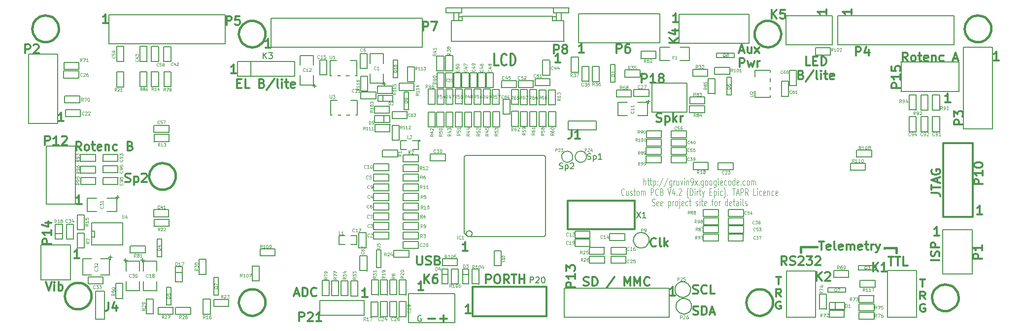
<source format=gto>
G04 (created by PCBNEW-RS274X (2011-11-27 BZR 3249)-stable) date 7/05/2012 8:41:18 p.m.*
G01*
G70*
G90*
%MOIN*%
G04 Gerber Fmt 3.4, Leading zero omitted, Abs format*
%FSLAX34Y34*%
G04 APERTURE LIST*
%ADD10C,0.020000*%
%ADD11C,0.012000*%
%ADD12C,0.007900*%
%ADD13C,0.003900*%
%ADD14C,0.015000*%
%ADD15C,0.005000*%
%ADD16C,0.008000*%
%ADD17C,0.007500*%
%ADD18C,0.011800*%
%ADD19C,0.006000*%
%ADD20C,0.004300*%
%ADD21C,0.004000*%
G04 APERTURE END LIST*
G54D10*
G54D11*
X42270Y-32704D02*
X41927Y-32704D01*
X42099Y-32704D02*
X42099Y-32113D01*
X42042Y-32197D01*
X41984Y-32253D01*
X41927Y-32282D01*
G54D12*
X38918Y-32886D02*
X38881Y-32867D01*
X38824Y-32867D01*
X38768Y-32886D01*
X38731Y-32924D01*
X38712Y-32961D01*
X38693Y-33036D01*
X38693Y-33093D01*
X38712Y-33168D01*
X38731Y-33205D01*
X38768Y-33243D01*
X38824Y-33261D01*
X38862Y-33261D01*
X38918Y-33243D01*
X38937Y-33224D01*
X38937Y-33093D01*
X38862Y-33093D01*
G54D11*
X39414Y-33078D02*
X39871Y-33078D01*
X38645Y-28841D02*
X38645Y-29319D01*
X38673Y-29375D01*
X38702Y-29404D01*
X38759Y-29432D01*
X38873Y-29432D01*
X38931Y-29404D01*
X38959Y-29375D01*
X38988Y-29319D01*
X38988Y-28841D01*
X39245Y-29404D02*
X39331Y-29432D01*
X39474Y-29432D01*
X39531Y-29404D01*
X39560Y-29375D01*
X39588Y-29319D01*
X39588Y-29263D01*
X39560Y-29207D01*
X39531Y-29178D01*
X39474Y-29150D01*
X39360Y-29122D01*
X39302Y-29094D01*
X39274Y-29066D01*
X39245Y-29010D01*
X39245Y-28953D01*
X39274Y-28897D01*
X39302Y-28869D01*
X39360Y-28841D01*
X39502Y-28841D01*
X39588Y-28869D01*
X40045Y-29122D02*
X40131Y-29150D01*
X40159Y-29178D01*
X40188Y-29235D01*
X40188Y-29319D01*
X40159Y-29375D01*
X40131Y-29404D01*
X40073Y-29432D01*
X39845Y-29432D01*
X39845Y-28841D01*
X40045Y-28841D01*
X40102Y-28869D01*
X40131Y-28897D01*
X40159Y-28953D01*
X40159Y-29010D01*
X40131Y-29066D01*
X40102Y-29094D01*
X40045Y-29122D01*
X39845Y-29122D01*
X40197Y-33089D02*
X40654Y-33089D01*
X40425Y-33314D02*
X40425Y-32863D01*
G54D13*
X53980Y-24030D02*
X53980Y-23558D01*
X54115Y-24030D02*
X54115Y-23783D01*
X54100Y-23738D01*
X54070Y-23715D01*
X54025Y-23715D01*
X53995Y-23738D01*
X53980Y-23760D01*
X54220Y-23715D02*
X54340Y-23715D01*
X54265Y-23558D02*
X54265Y-23963D01*
X54280Y-24008D01*
X54310Y-24030D01*
X54340Y-24030D01*
X54400Y-23715D02*
X54520Y-23715D01*
X54445Y-23558D02*
X54445Y-23963D01*
X54460Y-24008D01*
X54490Y-24030D01*
X54520Y-24030D01*
X54625Y-23715D02*
X54625Y-24187D01*
X54625Y-23738D02*
X54655Y-23715D01*
X54715Y-23715D01*
X54745Y-23738D01*
X54760Y-23760D01*
X54775Y-23805D01*
X54775Y-23940D01*
X54760Y-23985D01*
X54745Y-24008D01*
X54715Y-24030D01*
X54655Y-24030D01*
X54625Y-24008D01*
X54910Y-23985D02*
X54925Y-24008D01*
X54910Y-24030D01*
X54895Y-24008D01*
X54910Y-23985D01*
X54910Y-24030D01*
X54910Y-23738D02*
X54925Y-23760D01*
X54910Y-23783D01*
X54895Y-23760D01*
X54910Y-23738D01*
X54910Y-23783D01*
X55285Y-23536D02*
X55015Y-24142D01*
X55615Y-23536D02*
X55345Y-24142D01*
X55855Y-23715D02*
X55855Y-24097D01*
X55840Y-24142D01*
X55825Y-24165D01*
X55795Y-24187D01*
X55750Y-24187D01*
X55720Y-24165D01*
X55855Y-24008D02*
X55825Y-24030D01*
X55765Y-24030D01*
X55735Y-24008D01*
X55720Y-23985D01*
X55705Y-23940D01*
X55705Y-23805D01*
X55720Y-23760D01*
X55735Y-23738D01*
X55765Y-23715D01*
X55825Y-23715D01*
X55855Y-23738D01*
X56005Y-24030D02*
X56005Y-23715D01*
X56005Y-23805D02*
X56020Y-23760D01*
X56035Y-23738D01*
X56065Y-23715D01*
X56095Y-23715D01*
X56335Y-23715D02*
X56335Y-24030D01*
X56200Y-23715D02*
X56200Y-23963D01*
X56215Y-24008D01*
X56245Y-24030D01*
X56290Y-24030D01*
X56320Y-24008D01*
X56335Y-23985D01*
X56455Y-23715D02*
X56530Y-24030D01*
X56605Y-23715D01*
X56725Y-24030D02*
X56725Y-23715D01*
X56725Y-23558D02*
X56710Y-23581D01*
X56725Y-23603D01*
X56740Y-23581D01*
X56725Y-23558D01*
X56725Y-23603D01*
X56875Y-23715D02*
X56875Y-24030D01*
X56875Y-23760D02*
X56890Y-23738D01*
X56920Y-23715D01*
X56965Y-23715D01*
X56995Y-23738D01*
X57010Y-23783D01*
X57010Y-24030D01*
X57175Y-24030D02*
X57235Y-24030D01*
X57265Y-24008D01*
X57280Y-23985D01*
X57310Y-23918D01*
X57325Y-23828D01*
X57325Y-23648D01*
X57310Y-23603D01*
X57295Y-23581D01*
X57265Y-23558D01*
X57205Y-23558D01*
X57175Y-23581D01*
X57160Y-23603D01*
X57145Y-23648D01*
X57145Y-23760D01*
X57160Y-23805D01*
X57175Y-23828D01*
X57205Y-23850D01*
X57265Y-23850D01*
X57295Y-23828D01*
X57310Y-23805D01*
X57325Y-23760D01*
X57430Y-24030D02*
X57595Y-23715D01*
X57430Y-23715D02*
X57595Y-24030D01*
X57715Y-23985D02*
X57730Y-24008D01*
X57715Y-24030D01*
X57700Y-24008D01*
X57715Y-23985D01*
X57715Y-24030D01*
X58000Y-23715D02*
X58000Y-24097D01*
X57985Y-24142D01*
X57970Y-24165D01*
X57940Y-24187D01*
X57895Y-24187D01*
X57865Y-24165D01*
X58000Y-24008D02*
X57970Y-24030D01*
X57910Y-24030D01*
X57880Y-24008D01*
X57865Y-23985D01*
X57850Y-23940D01*
X57850Y-23805D01*
X57865Y-23760D01*
X57880Y-23738D01*
X57910Y-23715D01*
X57970Y-23715D01*
X58000Y-23738D01*
X58195Y-24030D02*
X58165Y-24008D01*
X58150Y-23985D01*
X58135Y-23940D01*
X58135Y-23805D01*
X58150Y-23760D01*
X58165Y-23738D01*
X58195Y-23715D01*
X58240Y-23715D01*
X58270Y-23738D01*
X58285Y-23760D01*
X58300Y-23805D01*
X58300Y-23940D01*
X58285Y-23985D01*
X58270Y-24008D01*
X58240Y-24030D01*
X58195Y-24030D01*
X58480Y-24030D02*
X58450Y-24008D01*
X58435Y-23985D01*
X58420Y-23940D01*
X58420Y-23805D01*
X58435Y-23760D01*
X58450Y-23738D01*
X58480Y-23715D01*
X58525Y-23715D01*
X58555Y-23738D01*
X58570Y-23760D01*
X58585Y-23805D01*
X58585Y-23940D01*
X58570Y-23985D01*
X58555Y-24008D01*
X58525Y-24030D01*
X58480Y-24030D01*
X58855Y-23715D02*
X58855Y-24097D01*
X58840Y-24142D01*
X58825Y-24165D01*
X58795Y-24187D01*
X58750Y-24187D01*
X58720Y-24165D01*
X58855Y-24008D02*
X58825Y-24030D01*
X58765Y-24030D01*
X58735Y-24008D01*
X58720Y-23985D01*
X58705Y-23940D01*
X58705Y-23805D01*
X58720Y-23760D01*
X58735Y-23738D01*
X58765Y-23715D01*
X58825Y-23715D01*
X58855Y-23738D01*
X59050Y-24030D02*
X59020Y-24008D01*
X59005Y-23963D01*
X59005Y-23558D01*
X59290Y-24008D02*
X59260Y-24030D01*
X59200Y-24030D01*
X59170Y-24008D01*
X59155Y-23963D01*
X59155Y-23783D01*
X59170Y-23738D01*
X59200Y-23715D01*
X59260Y-23715D01*
X59290Y-23738D01*
X59305Y-23783D01*
X59305Y-23828D01*
X59155Y-23873D01*
X59575Y-24008D02*
X59545Y-24030D01*
X59485Y-24030D01*
X59455Y-24008D01*
X59440Y-23985D01*
X59425Y-23940D01*
X59425Y-23805D01*
X59440Y-23760D01*
X59455Y-23738D01*
X59485Y-23715D01*
X59545Y-23715D01*
X59575Y-23738D01*
X59755Y-24030D02*
X59725Y-24008D01*
X59710Y-23985D01*
X59695Y-23940D01*
X59695Y-23805D01*
X59710Y-23760D01*
X59725Y-23738D01*
X59755Y-23715D01*
X59800Y-23715D01*
X59830Y-23738D01*
X59845Y-23760D01*
X59860Y-23805D01*
X59860Y-23940D01*
X59845Y-23985D01*
X59830Y-24008D01*
X59800Y-24030D01*
X59755Y-24030D01*
X60130Y-24030D02*
X60130Y-23558D01*
X60130Y-24008D02*
X60100Y-24030D01*
X60040Y-24030D01*
X60010Y-24008D01*
X59995Y-23985D01*
X59980Y-23940D01*
X59980Y-23805D01*
X59995Y-23760D01*
X60010Y-23738D01*
X60040Y-23715D01*
X60100Y-23715D01*
X60130Y-23738D01*
X60400Y-24008D02*
X60370Y-24030D01*
X60310Y-24030D01*
X60280Y-24008D01*
X60265Y-23963D01*
X60265Y-23783D01*
X60280Y-23738D01*
X60310Y-23715D01*
X60370Y-23715D01*
X60400Y-23738D01*
X60415Y-23783D01*
X60415Y-23828D01*
X60265Y-23873D01*
X60550Y-23985D02*
X60565Y-24008D01*
X60550Y-24030D01*
X60535Y-24008D01*
X60550Y-23985D01*
X60550Y-24030D01*
X60835Y-24008D02*
X60805Y-24030D01*
X60745Y-24030D01*
X60715Y-24008D01*
X60700Y-23985D01*
X60685Y-23940D01*
X60685Y-23805D01*
X60700Y-23760D01*
X60715Y-23738D01*
X60745Y-23715D01*
X60805Y-23715D01*
X60835Y-23738D01*
X61015Y-24030D02*
X60985Y-24008D01*
X60970Y-23985D01*
X60955Y-23940D01*
X60955Y-23805D01*
X60970Y-23760D01*
X60985Y-23738D01*
X61015Y-23715D01*
X61060Y-23715D01*
X61090Y-23738D01*
X61105Y-23760D01*
X61120Y-23805D01*
X61120Y-23940D01*
X61105Y-23985D01*
X61090Y-24008D01*
X61060Y-24030D01*
X61015Y-24030D01*
X61255Y-24030D02*
X61255Y-23715D01*
X61255Y-23760D02*
X61270Y-23738D01*
X61300Y-23715D01*
X61345Y-23715D01*
X61375Y-23738D01*
X61390Y-23783D01*
X61390Y-24030D01*
X61390Y-23783D02*
X61405Y-23738D01*
X61435Y-23715D01*
X61480Y-23715D01*
X61510Y-23738D01*
X61525Y-23783D01*
X61525Y-24030D01*
X52660Y-24684D02*
X52645Y-24707D01*
X52600Y-24729D01*
X52570Y-24729D01*
X52525Y-24707D01*
X52495Y-24662D01*
X52480Y-24617D01*
X52465Y-24527D01*
X52465Y-24459D01*
X52480Y-24369D01*
X52495Y-24324D01*
X52525Y-24280D01*
X52570Y-24257D01*
X52600Y-24257D01*
X52645Y-24280D01*
X52660Y-24302D01*
X52930Y-24414D02*
X52930Y-24729D01*
X52795Y-24414D02*
X52795Y-24662D01*
X52810Y-24707D01*
X52840Y-24729D01*
X52885Y-24729D01*
X52915Y-24707D01*
X52930Y-24684D01*
X53065Y-24707D02*
X53095Y-24729D01*
X53155Y-24729D01*
X53185Y-24707D01*
X53200Y-24662D01*
X53200Y-24639D01*
X53185Y-24594D01*
X53155Y-24572D01*
X53110Y-24572D01*
X53080Y-24549D01*
X53065Y-24504D01*
X53065Y-24482D01*
X53080Y-24437D01*
X53110Y-24414D01*
X53155Y-24414D01*
X53185Y-24437D01*
X53290Y-24414D02*
X53410Y-24414D01*
X53335Y-24257D02*
X53335Y-24662D01*
X53350Y-24707D01*
X53380Y-24729D01*
X53410Y-24729D01*
X53560Y-24729D02*
X53530Y-24707D01*
X53515Y-24684D01*
X53500Y-24639D01*
X53500Y-24504D01*
X53515Y-24459D01*
X53530Y-24437D01*
X53560Y-24414D01*
X53605Y-24414D01*
X53635Y-24437D01*
X53650Y-24459D01*
X53665Y-24504D01*
X53665Y-24639D01*
X53650Y-24684D01*
X53635Y-24707D01*
X53605Y-24729D01*
X53560Y-24729D01*
X53800Y-24729D02*
X53800Y-24414D01*
X53800Y-24459D02*
X53815Y-24437D01*
X53845Y-24414D01*
X53890Y-24414D01*
X53920Y-24437D01*
X53935Y-24482D01*
X53935Y-24729D01*
X53935Y-24482D02*
X53950Y-24437D01*
X53980Y-24414D01*
X54025Y-24414D01*
X54055Y-24437D01*
X54070Y-24482D01*
X54070Y-24729D01*
X54460Y-24729D02*
X54460Y-24257D01*
X54580Y-24257D01*
X54610Y-24280D01*
X54625Y-24302D01*
X54640Y-24347D01*
X54640Y-24414D01*
X54625Y-24459D01*
X54610Y-24482D01*
X54580Y-24504D01*
X54460Y-24504D01*
X54955Y-24684D02*
X54940Y-24707D01*
X54895Y-24729D01*
X54865Y-24729D01*
X54820Y-24707D01*
X54790Y-24662D01*
X54775Y-24617D01*
X54760Y-24527D01*
X54760Y-24459D01*
X54775Y-24369D01*
X54790Y-24324D01*
X54820Y-24280D01*
X54865Y-24257D01*
X54895Y-24257D01*
X54940Y-24280D01*
X54955Y-24302D01*
X55195Y-24482D02*
X55240Y-24504D01*
X55255Y-24527D01*
X55270Y-24572D01*
X55270Y-24639D01*
X55255Y-24684D01*
X55240Y-24707D01*
X55210Y-24729D01*
X55090Y-24729D01*
X55090Y-24257D01*
X55195Y-24257D01*
X55225Y-24280D01*
X55240Y-24302D01*
X55255Y-24347D01*
X55255Y-24392D01*
X55240Y-24437D01*
X55225Y-24459D01*
X55195Y-24482D01*
X55090Y-24482D01*
X55600Y-24257D02*
X55705Y-24729D01*
X55810Y-24257D01*
X56050Y-24414D02*
X56050Y-24729D01*
X55975Y-24235D02*
X55900Y-24572D01*
X56095Y-24572D01*
X56215Y-24684D02*
X56230Y-24707D01*
X56215Y-24729D01*
X56200Y-24707D01*
X56215Y-24684D01*
X56215Y-24729D01*
X56350Y-24302D02*
X56365Y-24280D01*
X56395Y-24257D01*
X56470Y-24257D01*
X56500Y-24280D01*
X56515Y-24302D01*
X56530Y-24347D01*
X56530Y-24392D01*
X56515Y-24459D01*
X56335Y-24729D01*
X56530Y-24729D01*
X56995Y-24909D02*
X56980Y-24886D01*
X56950Y-24819D01*
X56935Y-24774D01*
X56920Y-24707D01*
X56905Y-24594D01*
X56905Y-24504D01*
X56920Y-24392D01*
X56935Y-24324D01*
X56950Y-24280D01*
X56980Y-24212D01*
X56995Y-24190D01*
X57115Y-24729D02*
X57115Y-24257D01*
X57190Y-24257D01*
X57235Y-24280D01*
X57265Y-24324D01*
X57280Y-24369D01*
X57295Y-24459D01*
X57295Y-24527D01*
X57280Y-24617D01*
X57265Y-24662D01*
X57235Y-24707D01*
X57190Y-24729D01*
X57115Y-24729D01*
X57430Y-24729D02*
X57430Y-24414D01*
X57430Y-24257D02*
X57415Y-24280D01*
X57430Y-24302D01*
X57445Y-24280D01*
X57430Y-24257D01*
X57430Y-24302D01*
X57580Y-24729D02*
X57580Y-24414D01*
X57580Y-24504D02*
X57595Y-24459D01*
X57610Y-24437D01*
X57640Y-24414D01*
X57670Y-24414D01*
X57730Y-24414D02*
X57850Y-24414D01*
X57775Y-24257D02*
X57775Y-24662D01*
X57790Y-24707D01*
X57820Y-24729D01*
X57850Y-24729D01*
X57925Y-24414D02*
X58000Y-24729D01*
X58075Y-24414D02*
X58000Y-24729D01*
X57970Y-24841D01*
X57955Y-24864D01*
X57925Y-24886D01*
X58435Y-24482D02*
X58540Y-24482D01*
X58585Y-24729D02*
X58435Y-24729D01*
X58435Y-24257D01*
X58585Y-24257D01*
X58720Y-24414D02*
X58720Y-24886D01*
X58720Y-24437D02*
X58750Y-24414D01*
X58810Y-24414D01*
X58840Y-24437D01*
X58855Y-24459D01*
X58870Y-24504D01*
X58870Y-24639D01*
X58855Y-24684D01*
X58840Y-24707D01*
X58810Y-24729D01*
X58750Y-24729D01*
X58720Y-24707D01*
X59005Y-24729D02*
X59005Y-24414D01*
X59005Y-24257D02*
X58990Y-24280D01*
X59005Y-24302D01*
X59020Y-24280D01*
X59005Y-24257D01*
X59005Y-24302D01*
X59290Y-24707D02*
X59260Y-24729D01*
X59200Y-24729D01*
X59170Y-24707D01*
X59155Y-24684D01*
X59140Y-24639D01*
X59140Y-24504D01*
X59155Y-24459D01*
X59170Y-24437D01*
X59200Y-24414D01*
X59260Y-24414D01*
X59290Y-24437D01*
X59395Y-24909D02*
X59410Y-24886D01*
X59440Y-24819D01*
X59455Y-24774D01*
X59470Y-24707D01*
X59485Y-24594D01*
X59485Y-24504D01*
X59470Y-24392D01*
X59455Y-24324D01*
X59440Y-24280D01*
X59410Y-24212D01*
X59395Y-24190D01*
X59635Y-24684D02*
X59650Y-24707D01*
X59635Y-24729D01*
X59620Y-24707D01*
X59635Y-24684D01*
X59635Y-24729D01*
X59980Y-24257D02*
X60160Y-24257D01*
X60070Y-24729D02*
X60070Y-24257D01*
X60250Y-24594D02*
X60400Y-24594D01*
X60220Y-24729D02*
X60325Y-24257D01*
X60430Y-24729D01*
X60535Y-24729D02*
X60535Y-24257D01*
X60655Y-24257D01*
X60685Y-24280D01*
X60700Y-24302D01*
X60715Y-24347D01*
X60715Y-24414D01*
X60700Y-24459D01*
X60685Y-24482D01*
X60655Y-24504D01*
X60535Y-24504D01*
X61030Y-24729D02*
X60925Y-24504D01*
X60850Y-24729D02*
X60850Y-24257D01*
X60970Y-24257D01*
X61000Y-24280D01*
X61015Y-24302D01*
X61030Y-24347D01*
X61030Y-24414D01*
X61015Y-24459D01*
X61000Y-24482D01*
X60970Y-24504D01*
X60850Y-24504D01*
X61555Y-24729D02*
X61405Y-24729D01*
X61405Y-24257D01*
X61660Y-24729D02*
X61660Y-24414D01*
X61660Y-24257D02*
X61645Y-24280D01*
X61660Y-24302D01*
X61675Y-24280D01*
X61660Y-24257D01*
X61660Y-24302D01*
X61945Y-24707D02*
X61915Y-24729D01*
X61855Y-24729D01*
X61825Y-24707D01*
X61810Y-24684D01*
X61795Y-24639D01*
X61795Y-24504D01*
X61810Y-24459D01*
X61825Y-24437D01*
X61855Y-24414D01*
X61915Y-24414D01*
X61945Y-24437D01*
X62200Y-24707D02*
X62170Y-24729D01*
X62110Y-24729D01*
X62080Y-24707D01*
X62065Y-24662D01*
X62065Y-24482D01*
X62080Y-24437D01*
X62110Y-24414D01*
X62170Y-24414D01*
X62200Y-24437D01*
X62215Y-24482D01*
X62215Y-24527D01*
X62065Y-24572D01*
X62350Y-24414D02*
X62350Y-24729D01*
X62350Y-24459D02*
X62365Y-24437D01*
X62395Y-24414D01*
X62440Y-24414D01*
X62470Y-24437D01*
X62485Y-24482D01*
X62485Y-24729D01*
X62770Y-24707D02*
X62740Y-24729D01*
X62680Y-24729D01*
X62650Y-24707D01*
X62635Y-24684D01*
X62620Y-24639D01*
X62620Y-24504D01*
X62635Y-24459D01*
X62650Y-24437D01*
X62680Y-24414D01*
X62740Y-24414D01*
X62770Y-24437D01*
X63025Y-24707D02*
X62995Y-24729D01*
X62935Y-24729D01*
X62905Y-24707D01*
X62890Y-24662D01*
X62890Y-24482D01*
X62905Y-24437D01*
X62935Y-24414D01*
X62995Y-24414D01*
X63025Y-24437D01*
X63040Y-24482D01*
X63040Y-24527D01*
X62890Y-24572D01*
X54542Y-25406D02*
X54587Y-25428D01*
X54662Y-25428D01*
X54692Y-25406D01*
X54707Y-25383D01*
X54722Y-25338D01*
X54722Y-25293D01*
X54707Y-25248D01*
X54692Y-25226D01*
X54662Y-25203D01*
X54602Y-25181D01*
X54572Y-25158D01*
X54557Y-25136D01*
X54542Y-25091D01*
X54542Y-25046D01*
X54557Y-25001D01*
X54572Y-24979D01*
X54602Y-24956D01*
X54677Y-24956D01*
X54722Y-24979D01*
X54977Y-25406D02*
X54947Y-25428D01*
X54887Y-25428D01*
X54857Y-25406D01*
X54842Y-25361D01*
X54842Y-25181D01*
X54857Y-25136D01*
X54887Y-25113D01*
X54947Y-25113D01*
X54977Y-25136D01*
X54992Y-25181D01*
X54992Y-25226D01*
X54842Y-25271D01*
X55247Y-25406D02*
X55217Y-25428D01*
X55157Y-25428D01*
X55127Y-25406D01*
X55112Y-25361D01*
X55112Y-25181D01*
X55127Y-25136D01*
X55157Y-25113D01*
X55217Y-25113D01*
X55247Y-25136D01*
X55262Y-25181D01*
X55262Y-25226D01*
X55112Y-25271D01*
X55637Y-25113D02*
X55637Y-25585D01*
X55637Y-25136D02*
X55667Y-25113D01*
X55727Y-25113D01*
X55757Y-25136D01*
X55772Y-25158D01*
X55787Y-25203D01*
X55787Y-25338D01*
X55772Y-25383D01*
X55757Y-25406D01*
X55727Y-25428D01*
X55667Y-25428D01*
X55637Y-25406D01*
X55922Y-25428D02*
X55922Y-25113D01*
X55922Y-25203D02*
X55937Y-25158D01*
X55952Y-25136D01*
X55982Y-25113D01*
X56012Y-25113D01*
X56162Y-25428D02*
X56132Y-25406D01*
X56117Y-25383D01*
X56102Y-25338D01*
X56102Y-25203D01*
X56117Y-25158D01*
X56132Y-25136D01*
X56162Y-25113D01*
X56207Y-25113D01*
X56237Y-25136D01*
X56252Y-25158D01*
X56267Y-25203D01*
X56267Y-25338D01*
X56252Y-25383D01*
X56237Y-25406D01*
X56207Y-25428D01*
X56162Y-25428D01*
X56402Y-25113D02*
X56402Y-25518D01*
X56387Y-25563D01*
X56357Y-25585D01*
X56342Y-25585D01*
X56402Y-24956D02*
X56387Y-24979D01*
X56402Y-25001D01*
X56417Y-24979D01*
X56402Y-24956D01*
X56402Y-25001D01*
X56672Y-25406D02*
X56642Y-25428D01*
X56582Y-25428D01*
X56552Y-25406D01*
X56537Y-25361D01*
X56537Y-25181D01*
X56552Y-25136D01*
X56582Y-25113D01*
X56642Y-25113D01*
X56672Y-25136D01*
X56687Y-25181D01*
X56687Y-25226D01*
X56537Y-25271D01*
X56957Y-25406D02*
X56927Y-25428D01*
X56867Y-25428D01*
X56837Y-25406D01*
X56822Y-25383D01*
X56807Y-25338D01*
X56807Y-25203D01*
X56822Y-25158D01*
X56837Y-25136D01*
X56867Y-25113D01*
X56927Y-25113D01*
X56957Y-25136D01*
X57047Y-25113D02*
X57167Y-25113D01*
X57092Y-24956D02*
X57092Y-25361D01*
X57107Y-25406D01*
X57137Y-25428D01*
X57167Y-25428D01*
X57497Y-25406D02*
X57527Y-25428D01*
X57587Y-25428D01*
X57617Y-25406D01*
X57632Y-25361D01*
X57632Y-25338D01*
X57617Y-25293D01*
X57587Y-25271D01*
X57542Y-25271D01*
X57512Y-25248D01*
X57497Y-25203D01*
X57497Y-25181D01*
X57512Y-25136D01*
X57542Y-25113D01*
X57587Y-25113D01*
X57617Y-25136D01*
X57767Y-25428D02*
X57767Y-25113D01*
X57767Y-24956D02*
X57752Y-24979D01*
X57767Y-25001D01*
X57782Y-24979D01*
X57767Y-24956D01*
X57767Y-25001D01*
X57872Y-25113D02*
X57992Y-25113D01*
X57917Y-24956D02*
X57917Y-25361D01*
X57932Y-25406D01*
X57962Y-25428D01*
X57992Y-25428D01*
X58217Y-25406D02*
X58187Y-25428D01*
X58127Y-25428D01*
X58097Y-25406D01*
X58082Y-25361D01*
X58082Y-25181D01*
X58097Y-25136D01*
X58127Y-25113D01*
X58187Y-25113D01*
X58217Y-25136D01*
X58232Y-25181D01*
X58232Y-25226D01*
X58082Y-25271D01*
X58562Y-25113D02*
X58682Y-25113D01*
X58607Y-25428D02*
X58607Y-25023D01*
X58622Y-24979D01*
X58652Y-24956D01*
X58682Y-24956D01*
X58832Y-25428D02*
X58802Y-25406D01*
X58787Y-25383D01*
X58772Y-25338D01*
X58772Y-25203D01*
X58787Y-25158D01*
X58802Y-25136D01*
X58832Y-25113D01*
X58877Y-25113D01*
X58907Y-25136D01*
X58922Y-25158D01*
X58937Y-25203D01*
X58937Y-25338D01*
X58922Y-25383D01*
X58907Y-25406D01*
X58877Y-25428D01*
X58832Y-25428D01*
X59072Y-25428D02*
X59072Y-25113D01*
X59072Y-25203D02*
X59087Y-25158D01*
X59102Y-25136D01*
X59132Y-25113D01*
X59162Y-25113D01*
X59642Y-25428D02*
X59642Y-24956D01*
X59642Y-25406D02*
X59612Y-25428D01*
X59552Y-25428D01*
X59522Y-25406D01*
X59507Y-25383D01*
X59492Y-25338D01*
X59492Y-25203D01*
X59507Y-25158D01*
X59522Y-25136D01*
X59552Y-25113D01*
X59612Y-25113D01*
X59642Y-25136D01*
X59912Y-25406D02*
X59882Y-25428D01*
X59822Y-25428D01*
X59792Y-25406D01*
X59777Y-25361D01*
X59777Y-25181D01*
X59792Y-25136D01*
X59822Y-25113D01*
X59882Y-25113D01*
X59912Y-25136D01*
X59927Y-25181D01*
X59927Y-25226D01*
X59777Y-25271D01*
X60017Y-25113D02*
X60137Y-25113D01*
X60062Y-24956D02*
X60062Y-25361D01*
X60077Y-25406D01*
X60107Y-25428D01*
X60137Y-25428D01*
X60377Y-25428D02*
X60377Y-25181D01*
X60362Y-25136D01*
X60332Y-25113D01*
X60272Y-25113D01*
X60242Y-25136D01*
X60377Y-25406D02*
X60347Y-25428D01*
X60272Y-25428D01*
X60242Y-25406D01*
X60227Y-25361D01*
X60227Y-25316D01*
X60242Y-25271D01*
X60272Y-25248D01*
X60347Y-25248D01*
X60377Y-25226D01*
X60527Y-25428D02*
X60527Y-25113D01*
X60527Y-24956D02*
X60512Y-24979D01*
X60527Y-25001D01*
X60542Y-24979D01*
X60527Y-24956D01*
X60527Y-25001D01*
X60722Y-25428D02*
X60692Y-25406D01*
X60677Y-25361D01*
X60677Y-24956D01*
X60827Y-25406D02*
X60857Y-25428D01*
X60917Y-25428D01*
X60947Y-25406D01*
X60962Y-25361D01*
X60962Y-25338D01*
X60947Y-25293D01*
X60917Y-25271D01*
X60872Y-25271D01*
X60842Y-25248D01*
X60827Y-25203D01*
X60827Y-25181D01*
X60842Y-25136D01*
X60872Y-25113D01*
X60917Y-25113D01*
X60947Y-25136D01*
G54D11*
X65245Y-15916D02*
X64959Y-15916D01*
X64959Y-15325D01*
X65445Y-15606D02*
X65645Y-15606D01*
X65731Y-15916D02*
X65445Y-15916D01*
X65445Y-15325D01*
X65731Y-15325D01*
X65988Y-15916D02*
X65988Y-15325D01*
X66131Y-15325D01*
X66216Y-15353D01*
X66274Y-15409D01*
X66302Y-15465D01*
X66331Y-15578D01*
X66331Y-15662D01*
X66302Y-15775D01*
X66274Y-15831D01*
X66216Y-15888D01*
X66131Y-15916D01*
X65988Y-15916D01*
X64630Y-16553D02*
X64716Y-16581D01*
X64744Y-16609D01*
X64773Y-16666D01*
X64773Y-16750D01*
X64744Y-16806D01*
X64716Y-16835D01*
X64658Y-16863D01*
X64430Y-16863D01*
X64430Y-16272D01*
X64630Y-16272D01*
X64687Y-16300D01*
X64716Y-16328D01*
X64744Y-16384D01*
X64744Y-16441D01*
X64716Y-16497D01*
X64687Y-16525D01*
X64630Y-16553D01*
X64430Y-16553D01*
X65458Y-16244D02*
X64944Y-17003D01*
X65745Y-16863D02*
X65687Y-16835D01*
X65659Y-16778D01*
X65659Y-16272D01*
X65973Y-16863D02*
X65973Y-16469D01*
X65973Y-16272D02*
X65944Y-16300D01*
X65973Y-16328D01*
X66001Y-16300D01*
X65973Y-16272D01*
X65973Y-16328D01*
X66173Y-16469D02*
X66402Y-16469D01*
X66259Y-16272D02*
X66259Y-16778D01*
X66287Y-16835D01*
X66345Y-16863D01*
X66402Y-16863D01*
X66830Y-16835D02*
X66773Y-16863D01*
X66659Y-16863D01*
X66602Y-16835D01*
X66573Y-16778D01*
X66573Y-16553D01*
X66602Y-16497D01*
X66659Y-16469D01*
X66773Y-16469D01*
X66830Y-16497D01*
X66859Y-16553D01*
X66859Y-16609D01*
X66573Y-16666D01*
X66330Y-12115D02*
X66330Y-12458D01*
X66330Y-12286D02*
X65739Y-12286D01*
X65823Y-12343D01*
X65879Y-12401D01*
X65908Y-12458D01*
G54D14*
X64606Y-28228D02*
X65709Y-28228D01*
X64606Y-28583D02*
X64606Y-28228D01*
X70276Y-28268D02*
X70276Y-28307D01*
X71063Y-28268D02*
X70276Y-28268D01*
X71063Y-28622D02*
X71063Y-28268D01*
G54D11*
X65828Y-27861D02*
X66171Y-27861D01*
X66000Y-28412D02*
X66000Y-27861D01*
X66599Y-28385D02*
X66542Y-28412D01*
X66428Y-28412D01*
X66371Y-28385D01*
X66342Y-28333D01*
X66342Y-28123D01*
X66371Y-28070D01*
X66428Y-28044D01*
X66542Y-28044D01*
X66599Y-28070D01*
X66628Y-28123D01*
X66628Y-28175D01*
X66342Y-28228D01*
X66971Y-28412D02*
X66913Y-28385D01*
X66885Y-28333D01*
X66885Y-27861D01*
X67427Y-28385D02*
X67370Y-28412D01*
X67256Y-28412D01*
X67199Y-28385D01*
X67170Y-28333D01*
X67170Y-28123D01*
X67199Y-28070D01*
X67256Y-28044D01*
X67370Y-28044D01*
X67427Y-28070D01*
X67456Y-28123D01*
X67456Y-28175D01*
X67170Y-28228D01*
X67713Y-28412D02*
X67713Y-28044D01*
X67713Y-28097D02*
X67741Y-28070D01*
X67799Y-28044D01*
X67884Y-28044D01*
X67941Y-28070D01*
X67970Y-28123D01*
X67970Y-28412D01*
X67970Y-28123D02*
X67999Y-28070D01*
X68056Y-28044D01*
X68141Y-28044D01*
X68199Y-28070D01*
X68227Y-28123D01*
X68227Y-28412D01*
X68741Y-28385D02*
X68684Y-28412D01*
X68570Y-28412D01*
X68513Y-28385D01*
X68484Y-28333D01*
X68484Y-28123D01*
X68513Y-28070D01*
X68570Y-28044D01*
X68684Y-28044D01*
X68741Y-28070D01*
X68770Y-28123D01*
X68770Y-28175D01*
X68484Y-28228D01*
X68941Y-28044D02*
X69170Y-28044D01*
X69027Y-27861D02*
X69027Y-28333D01*
X69055Y-28385D01*
X69113Y-28412D01*
X69170Y-28412D01*
X69370Y-28412D02*
X69370Y-28044D01*
X69370Y-28149D02*
X69398Y-28097D01*
X69427Y-28070D01*
X69484Y-28044D01*
X69541Y-28044D01*
X69684Y-28044D02*
X69827Y-28412D01*
X69969Y-28044D02*
X69827Y-28412D01*
X69769Y-28543D01*
X69741Y-28569D01*
X69684Y-28595D01*
X72668Y-30419D02*
X73011Y-30419D01*
X72840Y-30931D02*
X72840Y-30419D01*
X73025Y-31767D02*
X72825Y-31523D01*
X72682Y-31767D02*
X72682Y-31255D01*
X72910Y-31255D01*
X72968Y-31280D01*
X72996Y-31304D01*
X73025Y-31353D01*
X73025Y-31426D01*
X72996Y-31475D01*
X72968Y-31499D01*
X72910Y-31523D01*
X72682Y-31523D01*
X72996Y-32116D02*
X72939Y-32091D01*
X72853Y-32091D01*
X72768Y-32116D01*
X72710Y-32164D01*
X72682Y-32213D01*
X72653Y-32311D01*
X72653Y-32384D01*
X72682Y-32481D01*
X72710Y-32530D01*
X72768Y-32579D01*
X72853Y-32603D01*
X72910Y-32603D01*
X72996Y-32579D01*
X73025Y-32554D01*
X73025Y-32384D01*
X72910Y-32384D01*
X62920Y-30238D02*
X63263Y-30238D01*
X63092Y-30750D02*
X63092Y-30238D01*
X63277Y-31586D02*
X63077Y-31342D01*
X62934Y-31586D02*
X62934Y-31074D01*
X63162Y-31074D01*
X63220Y-31099D01*
X63248Y-31123D01*
X63277Y-31172D01*
X63277Y-31245D01*
X63248Y-31294D01*
X63220Y-31318D01*
X63162Y-31342D01*
X62934Y-31342D01*
X63248Y-31935D02*
X63191Y-31910D01*
X63105Y-31910D01*
X63020Y-31935D01*
X62962Y-31983D01*
X62934Y-32032D01*
X62905Y-32130D01*
X62905Y-32203D01*
X62934Y-32300D01*
X62962Y-32349D01*
X63020Y-32398D01*
X63105Y-32422D01*
X63162Y-32422D01*
X63248Y-32398D01*
X63277Y-32373D01*
X63277Y-32203D01*
X63162Y-32203D01*
X18917Y-23802D02*
X19001Y-23830D01*
X19142Y-23830D01*
X19198Y-23802D01*
X19226Y-23773D01*
X19254Y-23717D01*
X19254Y-23661D01*
X19226Y-23605D01*
X19198Y-23576D01*
X19142Y-23548D01*
X19029Y-23520D01*
X18973Y-23492D01*
X18945Y-23464D01*
X18917Y-23408D01*
X18917Y-23351D01*
X18945Y-23295D01*
X18973Y-23267D01*
X19029Y-23239D01*
X19170Y-23239D01*
X19254Y-23267D01*
X19508Y-23436D02*
X19508Y-24027D01*
X19508Y-23464D02*
X19564Y-23436D01*
X19677Y-23436D01*
X19733Y-23464D01*
X19761Y-23492D01*
X19789Y-23548D01*
X19789Y-23717D01*
X19761Y-23773D01*
X19733Y-23802D01*
X19677Y-23830D01*
X19564Y-23830D01*
X19508Y-23802D01*
X20015Y-23295D02*
X20043Y-23267D01*
X20099Y-23239D01*
X20240Y-23239D01*
X20296Y-23267D01*
X20324Y-23295D01*
X20352Y-23351D01*
X20352Y-23408D01*
X20324Y-23492D01*
X19986Y-23830D01*
X20352Y-23830D01*
G54D12*
X50179Y-22263D02*
X50235Y-22281D01*
X50329Y-22281D01*
X50367Y-22263D01*
X50385Y-22244D01*
X50404Y-22206D01*
X50404Y-22169D01*
X50385Y-22131D01*
X50367Y-22113D01*
X50329Y-22094D01*
X50254Y-22075D01*
X50217Y-22056D01*
X50198Y-22038D01*
X50179Y-22000D01*
X50179Y-21963D01*
X50198Y-21925D01*
X50217Y-21906D01*
X50254Y-21887D01*
X50348Y-21887D01*
X50404Y-21906D01*
X50573Y-22019D02*
X50573Y-22413D01*
X50573Y-22038D02*
X50610Y-22019D01*
X50685Y-22019D01*
X50723Y-22038D01*
X50742Y-22056D01*
X50760Y-22094D01*
X50760Y-22206D01*
X50742Y-22244D01*
X50723Y-22263D01*
X50685Y-22281D01*
X50610Y-22281D01*
X50573Y-22263D01*
X51135Y-22281D02*
X50910Y-22281D01*
X51023Y-22281D02*
X51023Y-21887D01*
X50985Y-21944D01*
X50948Y-21981D01*
X50910Y-22000D01*
X48282Y-22909D02*
X48338Y-22927D01*
X48432Y-22927D01*
X48470Y-22909D01*
X48488Y-22890D01*
X48507Y-22852D01*
X48507Y-22815D01*
X48488Y-22777D01*
X48470Y-22759D01*
X48432Y-22740D01*
X48357Y-22721D01*
X48320Y-22702D01*
X48301Y-22684D01*
X48282Y-22646D01*
X48282Y-22609D01*
X48301Y-22571D01*
X48320Y-22552D01*
X48357Y-22533D01*
X48451Y-22533D01*
X48507Y-22552D01*
X48676Y-22665D02*
X48676Y-23059D01*
X48676Y-22684D02*
X48713Y-22665D01*
X48788Y-22665D01*
X48826Y-22684D01*
X48845Y-22702D01*
X48863Y-22740D01*
X48863Y-22852D01*
X48845Y-22890D01*
X48826Y-22909D01*
X48788Y-22927D01*
X48713Y-22927D01*
X48676Y-22909D01*
X49013Y-22571D02*
X49032Y-22552D01*
X49069Y-22533D01*
X49163Y-22533D01*
X49201Y-22552D01*
X49219Y-22571D01*
X49238Y-22609D01*
X49238Y-22646D01*
X49219Y-22702D01*
X48994Y-22927D01*
X49238Y-22927D01*
G54D11*
X57322Y-32798D02*
X57406Y-32826D01*
X57547Y-32826D01*
X57603Y-32798D01*
X57631Y-32769D01*
X57659Y-32713D01*
X57659Y-32657D01*
X57631Y-32601D01*
X57603Y-32572D01*
X57547Y-32544D01*
X57434Y-32516D01*
X57378Y-32488D01*
X57350Y-32460D01*
X57322Y-32404D01*
X57322Y-32347D01*
X57350Y-32291D01*
X57378Y-32263D01*
X57434Y-32235D01*
X57575Y-32235D01*
X57659Y-32263D01*
X57913Y-32826D02*
X57913Y-32235D01*
X58053Y-32235D01*
X58138Y-32263D01*
X58194Y-32319D01*
X58222Y-32375D01*
X58250Y-32488D01*
X58250Y-32572D01*
X58222Y-32685D01*
X58194Y-32741D01*
X58138Y-32798D01*
X58053Y-32826D01*
X57913Y-32826D01*
X58476Y-32657D02*
X58757Y-32657D01*
X58419Y-32826D02*
X58616Y-32235D01*
X58813Y-32826D01*
X57317Y-31368D02*
X57401Y-31396D01*
X57542Y-31396D01*
X57598Y-31368D01*
X57626Y-31339D01*
X57654Y-31283D01*
X57654Y-31227D01*
X57626Y-31171D01*
X57598Y-31142D01*
X57542Y-31114D01*
X57429Y-31086D01*
X57373Y-31058D01*
X57345Y-31030D01*
X57317Y-30974D01*
X57317Y-30917D01*
X57345Y-30861D01*
X57373Y-30833D01*
X57429Y-30805D01*
X57570Y-30805D01*
X57654Y-30833D01*
X58245Y-31339D02*
X58217Y-31368D01*
X58133Y-31396D01*
X58077Y-31396D01*
X57992Y-31368D01*
X57936Y-31311D01*
X57908Y-31255D01*
X57880Y-31142D01*
X57880Y-31058D01*
X57908Y-30945D01*
X57936Y-30889D01*
X57992Y-30833D01*
X58077Y-30805D01*
X58133Y-30805D01*
X58217Y-30833D01*
X58245Y-30861D01*
X58780Y-31396D02*
X58499Y-31396D01*
X58499Y-30805D01*
X43316Y-30688D02*
X43316Y-30097D01*
X43541Y-30097D01*
X43597Y-30125D01*
X43625Y-30153D01*
X43653Y-30209D01*
X43653Y-30294D01*
X43625Y-30350D01*
X43597Y-30378D01*
X43541Y-30406D01*
X43316Y-30406D01*
X44019Y-30097D02*
X44132Y-30097D01*
X44188Y-30125D01*
X44244Y-30181D01*
X44273Y-30294D01*
X44273Y-30491D01*
X44244Y-30603D01*
X44188Y-30660D01*
X44132Y-30688D01*
X44019Y-30688D01*
X43963Y-30660D01*
X43907Y-30603D01*
X43879Y-30491D01*
X43879Y-30294D01*
X43907Y-30181D01*
X43963Y-30125D01*
X44019Y-30097D01*
X44863Y-30688D02*
X44666Y-30406D01*
X44526Y-30688D02*
X44526Y-30097D01*
X44751Y-30097D01*
X44807Y-30125D01*
X44835Y-30153D01*
X44863Y-30209D01*
X44863Y-30294D01*
X44835Y-30350D01*
X44807Y-30378D01*
X44751Y-30406D01*
X44526Y-30406D01*
X45032Y-30097D02*
X45370Y-30097D01*
X45201Y-30688D02*
X45201Y-30097D01*
X45567Y-30688D02*
X45567Y-30097D01*
X45567Y-30378D02*
X45904Y-30378D01*
X45904Y-30688D02*
X45904Y-30097D01*
X30375Y-31397D02*
X30656Y-31397D01*
X30318Y-31566D02*
X30515Y-30975D01*
X30712Y-31566D01*
X30910Y-31566D02*
X30910Y-30975D01*
X31050Y-30975D01*
X31135Y-31003D01*
X31191Y-31059D01*
X31219Y-31115D01*
X31247Y-31228D01*
X31247Y-31312D01*
X31219Y-31425D01*
X31191Y-31481D01*
X31135Y-31538D01*
X31050Y-31566D01*
X30910Y-31566D01*
X31838Y-31509D02*
X31810Y-31538D01*
X31726Y-31566D01*
X31670Y-31566D01*
X31585Y-31538D01*
X31529Y-31481D01*
X31501Y-31425D01*
X31473Y-31312D01*
X31473Y-31228D01*
X31501Y-31115D01*
X31529Y-31059D01*
X31585Y-31003D01*
X31670Y-30975D01*
X31726Y-30975D01*
X31810Y-31003D01*
X31838Y-31031D01*
X13525Y-30581D02*
X13722Y-31172D01*
X13919Y-30581D01*
X14117Y-31172D02*
X14117Y-30778D01*
X14117Y-30581D02*
X14089Y-30609D01*
X14117Y-30637D01*
X14145Y-30609D01*
X14117Y-30581D01*
X14117Y-30637D01*
X14398Y-31172D02*
X14398Y-30581D01*
X14398Y-30806D02*
X14454Y-30778D01*
X14567Y-30778D01*
X14623Y-30806D01*
X14651Y-30834D01*
X14679Y-30890D01*
X14679Y-31059D01*
X14651Y-31115D01*
X14623Y-31144D01*
X14567Y-31172D01*
X14454Y-31172D01*
X14398Y-31144D01*
X15927Y-21684D02*
X15730Y-21402D01*
X15590Y-21684D02*
X15590Y-21093D01*
X15815Y-21093D01*
X15871Y-21121D01*
X15899Y-21149D01*
X15927Y-21205D01*
X15927Y-21290D01*
X15899Y-21346D01*
X15871Y-21374D01*
X15815Y-21402D01*
X15590Y-21402D01*
X16265Y-21684D02*
X16209Y-21656D01*
X16181Y-21627D01*
X16153Y-21571D01*
X16153Y-21402D01*
X16181Y-21346D01*
X16209Y-21318D01*
X16265Y-21290D01*
X16350Y-21290D01*
X16406Y-21318D01*
X16434Y-21346D01*
X16462Y-21402D01*
X16462Y-21571D01*
X16434Y-21627D01*
X16406Y-21656D01*
X16350Y-21684D01*
X16265Y-21684D01*
X16631Y-21290D02*
X16856Y-21290D01*
X16716Y-21093D02*
X16716Y-21599D01*
X16744Y-21656D01*
X16800Y-21684D01*
X16856Y-21684D01*
X17279Y-21656D02*
X17223Y-21684D01*
X17110Y-21684D01*
X17054Y-21656D01*
X17026Y-21599D01*
X17026Y-21374D01*
X17054Y-21318D01*
X17110Y-21290D01*
X17223Y-21290D01*
X17279Y-21318D01*
X17307Y-21374D01*
X17307Y-21430D01*
X17026Y-21487D01*
X17561Y-21290D02*
X17561Y-21684D01*
X17561Y-21346D02*
X17589Y-21318D01*
X17645Y-21290D01*
X17730Y-21290D01*
X17786Y-21318D01*
X17814Y-21374D01*
X17814Y-21684D01*
X18349Y-21656D02*
X18293Y-21684D01*
X18180Y-21684D01*
X18124Y-21656D01*
X18096Y-21627D01*
X18068Y-21571D01*
X18068Y-21402D01*
X18096Y-21346D01*
X18124Y-21318D01*
X18180Y-21290D01*
X18293Y-21290D01*
X18349Y-21318D01*
X19250Y-21374D02*
X19334Y-21402D01*
X19362Y-21430D01*
X19390Y-21487D01*
X19390Y-21571D01*
X19362Y-21627D01*
X19334Y-21656D01*
X19278Y-21684D01*
X19053Y-21684D01*
X19053Y-21093D01*
X19250Y-21093D01*
X19306Y-21121D01*
X19334Y-21149D01*
X19362Y-21205D01*
X19362Y-21262D01*
X19334Y-21318D01*
X19306Y-21346D01*
X19250Y-21374D01*
X19053Y-21374D01*
X71839Y-15633D02*
X71642Y-15351D01*
X71502Y-15633D02*
X71502Y-15042D01*
X71727Y-15042D01*
X71783Y-15070D01*
X71811Y-15098D01*
X71839Y-15154D01*
X71839Y-15239D01*
X71811Y-15295D01*
X71783Y-15323D01*
X71727Y-15351D01*
X71502Y-15351D01*
X72177Y-15633D02*
X72121Y-15605D01*
X72093Y-15576D01*
X72065Y-15520D01*
X72065Y-15351D01*
X72093Y-15295D01*
X72121Y-15267D01*
X72177Y-15239D01*
X72262Y-15239D01*
X72318Y-15267D01*
X72346Y-15295D01*
X72374Y-15351D01*
X72374Y-15520D01*
X72346Y-15576D01*
X72318Y-15605D01*
X72262Y-15633D01*
X72177Y-15633D01*
X72543Y-15239D02*
X72768Y-15239D01*
X72628Y-15042D02*
X72628Y-15548D01*
X72656Y-15605D01*
X72712Y-15633D01*
X72768Y-15633D01*
X73191Y-15605D02*
X73135Y-15633D01*
X73022Y-15633D01*
X72966Y-15605D01*
X72938Y-15548D01*
X72938Y-15323D01*
X72966Y-15267D01*
X73022Y-15239D01*
X73135Y-15239D01*
X73191Y-15267D01*
X73219Y-15323D01*
X73219Y-15379D01*
X72938Y-15436D01*
X73473Y-15239D02*
X73473Y-15633D01*
X73473Y-15295D02*
X73501Y-15267D01*
X73557Y-15239D01*
X73642Y-15239D01*
X73698Y-15267D01*
X73726Y-15323D01*
X73726Y-15633D01*
X74261Y-15605D02*
X74205Y-15633D01*
X74092Y-15633D01*
X74036Y-15605D01*
X74008Y-15576D01*
X73980Y-15520D01*
X73980Y-15351D01*
X74008Y-15295D01*
X74036Y-15267D01*
X74092Y-15239D01*
X74205Y-15239D01*
X74261Y-15267D01*
X74937Y-15464D02*
X75218Y-15464D01*
X74880Y-15633D02*
X75077Y-15042D01*
X75274Y-15633D01*
X60467Y-14905D02*
X60748Y-14905D01*
X60410Y-15074D02*
X60607Y-14483D01*
X60804Y-15074D01*
X61255Y-14680D02*
X61255Y-15074D01*
X61002Y-14680D02*
X61002Y-14989D01*
X61030Y-15046D01*
X61086Y-15074D01*
X61171Y-15074D01*
X61227Y-15046D01*
X61255Y-15017D01*
X61480Y-15074D02*
X61790Y-14680D01*
X61480Y-14680D02*
X61790Y-15074D01*
X60467Y-16021D02*
X60467Y-15430D01*
X60692Y-15430D01*
X60748Y-15458D01*
X60776Y-15486D01*
X60804Y-15542D01*
X60804Y-15627D01*
X60776Y-15683D01*
X60748Y-15711D01*
X60692Y-15739D01*
X60467Y-15739D01*
X61001Y-15627D02*
X61114Y-16021D01*
X61227Y-15739D01*
X61339Y-16021D01*
X61452Y-15627D01*
X61677Y-16021D02*
X61677Y-15627D01*
X61677Y-15739D02*
X61705Y-15683D01*
X61733Y-15655D01*
X61789Y-15627D01*
X61846Y-15627D01*
X42078Y-28487D02*
X41741Y-28487D01*
X41909Y-28487D02*
X41909Y-27896D01*
X41853Y-27980D01*
X41797Y-28036D01*
X41741Y-28065D01*
X26389Y-16444D02*
X26052Y-16444D01*
X26220Y-16444D02*
X26220Y-15853D01*
X26164Y-15937D01*
X26108Y-15993D01*
X26052Y-16022D01*
X48334Y-15704D02*
X47997Y-15704D01*
X48165Y-15704D02*
X48165Y-15113D01*
X48109Y-15197D01*
X48053Y-15253D01*
X47997Y-15282D01*
X68022Y-12115D02*
X68022Y-12458D01*
X68022Y-12286D02*
X67431Y-12286D01*
X67515Y-12343D01*
X67571Y-12401D01*
X67600Y-12458D01*
X56314Y-12975D02*
X55971Y-12975D01*
X56143Y-12975D02*
X56143Y-12384D01*
X56086Y-12468D01*
X56028Y-12524D01*
X55971Y-12553D01*
X49932Y-15042D02*
X49589Y-15042D01*
X49761Y-15042D02*
X49761Y-14451D01*
X49704Y-14535D01*
X49646Y-14591D01*
X49589Y-14620D01*
X28743Y-14715D02*
X28400Y-14715D01*
X28572Y-14715D02*
X28572Y-14124D01*
X28515Y-14208D01*
X28457Y-14264D01*
X28400Y-14293D01*
X17739Y-13050D02*
X17396Y-13050D01*
X17568Y-13050D02*
X17568Y-12459D01*
X17511Y-12543D01*
X17453Y-12599D01*
X17396Y-12628D01*
X14739Y-19696D02*
X14396Y-19696D01*
X14568Y-19696D02*
X14568Y-19105D01*
X14511Y-19189D01*
X14453Y-19245D01*
X14396Y-19274D01*
X15802Y-28979D02*
X15459Y-28979D01*
X15631Y-28979D02*
X15631Y-28388D01*
X15574Y-28472D01*
X15516Y-28528D01*
X15459Y-28557D01*
X15955Y-25322D02*
X15612Y-25322D01*
X15784Y-25322D02*
X15784Y-24731D01*
X15727Y-24815D01*
X15669Y-24871D01*
X15612Y-24900D01*
X35286Y-31621D02*
X34943Y-31621D01*
X35115Y-31621D02*
X35115Y-31030D01*
X35058Y-31114D01*
X35000Y-31170D01*
X34943Y-31199D01*
X39078Y-31156D02*
X38735Y-31156D01*
X38907Y-31156D02*
X38907Y-30565D01*
X38850Y-30649D01*
X38792Y-30705D01*
X38735Y-30734D01*
X56101Y-31515D02*
X55758Y-31515D01*
X55930Y-31515D02*
X55930Y-30924D01*
X55873Y-31008D01*
X55815Y-31064D01*
X55758Y-31093D01*
X73971Y-27440D02*
X73628Y-27440D01*
X73800Y-27440D02*
X73800Y-26849D01*
X73743Y-26933D01*
X73685Y-26989D01*
X73628Y-27018D01*
X76869Y-26003D02*
X76526Y-26003D01*
X76698Y-26003D02*
X76698Y-25412D01*
X76641Y-25496D01*
X76583Y-25552D01*
X76526Y-25581D01*
X78003Y-15585D02*
X77660Y-15585D01*
X77832Y-15585D02*
X77832Y-14994D01*
X77775Y-15078D01*
X77717Y-15134D01*
X77660Y-15163D01*
X74719Y-18420D02*
X74376Y-18420D01*
X74548Y-18420D02*
X74548Y-17829D01*
X74491Y-17913D01*
X74433Y-17969D01*
X74376Y-17998D01*
X26478Y-17126D02*
X26678Y-17126D01*
X26764Y-17436D02*
X26478Y-17436D01*
X26478Y-16845D01*
X26764Y-16845D01*
X27307Y-17436D02*
X27021Y-17436D01*
X27021Y-16845D01*
X28164Y-17126D02*
X28250Y-17154D01*
X28278Y-17182D01*
X28307Y-17239D01*
X28307Y-17323D01*
X28278Y-17379D01*
X28250Y-17408D01*
X28192Y-17436D01*
X27964Y-17436D01*
X27964Y-16845D01*
X28164Y-16845D01*
X28221Y-16873D01*
X28250Y-16901D01*
X28278Y-16957D01*
X28278Y-17014D01*
X28250Y-17070D01*
X28221Y-17098D01*
X28164Y-17126D01*
X27964Y-17126D01*
X28992Y-16817D02*
X28478Y-17576D01*
X29279Y-17436D02*
X29221Y-17408D01*
X29193Y-17351D01*
X29193Y-16845D01*
X29507Y-17436D02*
X29507Y-17042D01*
X29507Y-16845D02*
X29478Y-16873D01*
X29507Y-16901D01*
X29535Y-16873D01*
X29507Y-16845D01*
X29507Y-16901D01*
X29707Y-17042D02*
X29936Y-17042D01*
X29793Y-16845D02*
X29793Y-17351D01*
X29821Y-17408D01*
X29879Y-17436D01*
X29936Y-17436D01*
X30364Y-17408D02*
X30307Y-17436D01*
X30193Y-17436D01*
X30136Y-17408D01*
X30107Y-17351D01*
X30107Y-17126D01*
X30136Y-17070D01*
X30193Y-17042D01*
X30307Y-17042D01*
X30364Y-17070D01*
X30393Y-17126D01*
X30393Y-17182D01*
X30107Y-17239D01*
X54838Y-19727D02*
X54924Y-19755D01*
X55067Y-19755D01*
X55124Y-19727D01*
X55153Y-19698D01*
X55181Y-19642D01*
X55181Y-19586D01*
X55153Y-19530D01*
X55124Y-19501D01*
X55067Y-19473D01*
X54953Y-19445D01*
X54895Y-19417D01*
X54867Y-19389D01*
X54838Y-19333D01*
X54838Y-19276D01*
X54867Y-19220D01*
X54895Y-19192D01*
X54953Y-19164D01*
X55095Y-19164D01*
X55181Y-19192D01*
X55438Y-19361D02*
X55438Y-19952D01*
X55438Y-19389D02*
X55495Y-19361D01*
X55609Y-19361D01*
X55666Y-19389D01*
X55695Y-19417D01*
X55724Y-19473D01*
X55724Y-19642D01*
X55695Y-19698D01*
X55666Y-19727D01*
X55609Y-19755D01*
X55495Y-19755D01*
X55438Y-19727D01*
X55981Y-19755D02*
X55981Y-19164D01*
X56038Y-19530D02*
X56209Y-19755D01*
X56209Y-19361D02*
X55981Y-19586D01*
X56467Y-19755D02*
X56467Y-19361D01*
X56467Y-19473D02*
X56495Y-19417D01*
X56524Y-19389D01*
X56581Y-19361D01*
X56638Y-19361D01*
X54810Y-28143D02*
X54781Y-28172D01*
X54695Y-28200D01*
X54638Y-28200D01*
X54553Y-28172D01*
X54495Y-28115D01*
X54467Y-28059D01*
X54438Y-27946D01*
X54438Y-27862D01*
X54467Y-27749D01*
X54495Y-27693D01*
X54553Y-27637D01*
X54638Y-27609D01*
X54695Y-27609D01*
X54781Y-27637D01*
X54810Y-27665D01*
X55153Y-28200D02*
X55095Y-28172D01*
X55067Y-28115D01*
X55067Y-27609D01*
X55381Y-28200D02*
X55381Y-27609D01*
X55438Y-27975D02*
X55609Y-28200D01*
X55609Y-27806D02*
X55381Y-28031D01*
X44153Y-15930D02*
X43867Y-15930D01*
X43867Y-15130D01*
X44696Y-15854D02*
X44667Y-15892D01*
X44581Y-15930D01*
X44524Y-15930D01*
X44439Y-15892D01*
X44381Y-15816D01*
X44353Y-15739D01*
X44324Y-15587D01*
X44324Y-15473D01*
X44353Y-15320D01*
X44381Y-15244D01*
X44439Y-15168D01*
X44524Y-15130D01*
X44581Y-15130D01*
X44667Y-15168D01*
X44696Y-15206D01*
X44953Y-15930D02*
X44953Y-15130D01*
X45096Y-15130D01*
X45181Y-15168D01*
X45239Y-15244D01*
X45267Y-15320D01*
X45296Y-15473D01*
X45296Y-15587D01*
X45267Y-15739D01*
X45239Y-15816D01*
X45181Y-15892D01*
X45096Y-15930D01*
X44953Y-15930D01*
X73428Y-24558D02*
X73850Y-24558D01*
X73934Y-24586D01*
X73991Y-24643D01*
X74019Y-24729D01*
X74019Y-24786D01*
X73428Y-24358D02*
X73428Y-24015D01*
X74019Y-24186D02*
X73428Y-24186D01*
X73850Y-23844D02*
X73850Y-23558D01*
X74019Y-23901D02*
X73428Y-23701D01*
X74019Y-23501D01*
X73456Y-22987D02*
X73428Y-23044D01*
X73428Y-23130D01*
X73456Y-23215D01*
X73512Y-23273D01*
X73568Y-23301D01*
X73681Y-23330D01*
X73765Y-23330D01*
X73878Y-23301D01*
X73934Y-23273D01*
X73991Y-23215D01*
X74019Y-23130D01*
X74019Y-23073D01*
X73991Y-22987D01*
X73962Y-22958D01*
X73765Y-22958D01*
X73765Y-23073D01*
X49913Y-30829D02*
X49999Y-30857D01*
X50142Y-30857D01*
X50199Y-30829D01*
X50228Y-30800D01*
X50256Y-30744D01*
X50256Y-30688D01*
X50228Y-30632D01*
X50199Y-30603D01*
X50142Y-30575D01*
X50028Y-30547D01*
X49970Y-30519D01*
X49942Y-30491D01*
X49913Y-30435D01*
X49913Y-30378D01*
X49942Y-30322D01*
X49970Y-30294D01*
X50028Y-30266D01*
X50170Y-30266D01*
X50256Y-30294D01*
X50513Y-30857D02*
X50513Y-30266D01*
X50656Y-30266D01*
X50741Y-30294D01*
X50799Y-30350D01*
X50827Y-30406D01*
X50856Y-30519D01*
X50856Y-30603D01*
X50827Y-30716D01*
X50799Y-30772D01*
X50741Y-30829D01*
X50656Y-30857D01*
X50513Y-30857D01*
X51998Y-30238D02*
X51484Y-30997D01*
X52656Y-30857D02*
X52656Y-30266D01*
X52856Y-30688D01*
X53056Y-30266D01*
X53056Y-30857D01*
X53342Y-30857D02*
X53342Y-30266D01*
X53542Y-30688D01*
X53742Y-30266D01*
X53742Y-30857D01*
X54371Y-30800D02*
X54342Y-30829D01*
X54256Y-30857D01*
X54199Y-30857D01*
X54114Y-30829D01*
X54056Y-30772D01*
X54028Y-30716D01*
X53999Y-30603D01*
X53999Y-30519D01*
X54028Y-30406D01*
X54056Y-30350D01*
X54114Y-30294D01*
X54199Y-30266D01*
X54256Y-30266D01*
X54342Y-30294D01*
X54371Y-30322D01*
X73983Y-29116D02*
X73392Y-29116D01*
X73955Y-28859D02*
X73983Y-28773D01*
X73983Y-28630D01*
X73955Y-28573D01*
X73926Y-28544D01*
X73870Y-28516D01*
X73814Y-28516D01*
X73758Y-28544D01*
X73729Y-28573D01*
X73701Y-28630D01*
X73673Y-28744D01*
X73645Y-28802D01*
X73617Y-28830D01*
X73561Y-28859D01*
X73504Y-28859D01*
X73448Y-28830D01*
X73420Y-28802D01*
X73392Y-28744D01*
X73392Y-28602D01*
X73420Y-28516D01*
X73983Y-28259D02*
X73392Y-28259D01*
X73392Y-28031D01*
X73420Y-27973D01*
X73448Y-27945D01*
X73504Y-27916D01*
X73589Y-27916D01*
X73645Y-27945D01*
X73673Y-27973D01*
X73701Y-28031D01*
X73701Y-28259D01*
X70538Y-28900D02*
X70881Y-28900D01*
X70710Y-29491D02*
X70710Y-28900D01*
X70995Y-28900D02*
X71338Y-28900D01*
X71167Y-29491D02*
X71167Y-28900D01*
X71824Y-29491D02*
X71538Y-29491D01*
X71538Y-28900D01*
X63650Y-29452D02*
X63450Y-29170D01*
X63307Y-29452D02*
X63307Y-28861D01*
X63535Y-28861D01*
X63593Y-28889D01*
X63621Y-28917D01*
X63650Y-28973D01*
X63650Y-29058D01*
X63621Y-29114D01*
X63593Y-29142D01*
X63535Y-29170D01*
X63307Y-29170D01*
X63878Y-29424D02*
X63964Y-29452D01*
X64107Y-29452D01*
X64164Y-29424D01*
X64193Y-29395D01*
X64221Y-29339D01*
X64221Y-29283D01*
X64193Y-29227D01*
X64164Y-29198D01*
X64107Y-29170D01*
X63993Y-29142D01*
X63935Y-29114D01*
X63907Y-29086D01*
X63878Y-29030D01*
X63878Y-28973D01*
X63907Y-28917D01*
X63935Y-28889D01*
X63993Y-28861D01*
X64135Y-28861D01*
X64221Y-28889D01*
X64449Y-28917D02*
X64478Y-28889D01*
X64535Y-28861D01*
X64678Y-28861D01*
X64735Y-28889D01*
X64764Y-28917D01*
X64792Y-28973D01*
X64792Y-29030D01*
X64764Y-29114D01*
X64421Y-29452D01*
X64792Y-29452D01*
X64992Y-28861D02*
X65363Y-28861D01*
X65163Y-29086D01*
X65249Y-29086D01*
X65306Y-29114D01*
X65335Y-29142D01*
X65363Y-29198D01*
X65363Y-29339D01*
X65335Y-29395D01*
X65306Y-29424D01*
X65249Y-29452D01*
X65077Y-29452D01*
X65020Y-29424D01*
X64992Y-29395D01*
X65591Y-28917D02*
X65620Y-28889D01*
X65677Y-28861D01*
X65820Y-28861D01*
X65877Y-28889D01*
X65906Y-28917D01*
X65934Y-28973D01*
X65934Y-29030D01*
X65906Y-29114D01*
X65563Y-29452D01*
X65934Y-29452D01*
G54D15*
X25673Y-14441D02*
X23311Y-14441D01*
X23311Y-12473D02*
X25673Y-12473D01*
X22524Y-14441D02*
X23312Y-14441D01*
X22524Y-12473D02*
X23312Y-12473D01*
X22524Y-14441D02*
X17800Y-14441D01*
X17800Y-14441D02*
X17800Y-12473D01*
X17800Y-12473D02*
X22524Y-12473D01*
X25674Y-12473D02*
X25674Y-14441D01*
X34167Y-27456D02*
X34567Y-27456D01*
X34567Y-27456D02*
X34567Y-28056D01*
X34567Y-28056D02*
X34167Y-28056D01*
X33767Y-28056D02*
X33367Y-28056D01*
X33367Y-28056D02*
X33367Y-27456D01*
X33367Y-27456D02*
X33767Y-27456D01*
X38850Y-21015D02*
X38849Y-21024D01*
X38846Y-21034D01*
X38841Y-21042D01*
X38835Y-21050D01*
X38827Y-21056D01*
X38819Y-21061D01*
X38810Y-21063D01*
X38800Y-21064D01*
X38791Y-21064D01*
X38782Y-21061D01*
X38773Y-21056D01*
X38766Y-21050D01*
X38759Y-21043D01*
X38755Y-21034D01*
X38752Y-21025D01*
X38751Y-21015D01*
X38751Y-21006D01*
X38754Y-20997D01*
X38758Y-20988D01*
X38765Y-20981D01*
X38772Y-20974D01*
X38780Y-20970D01*
X38790Y-20967D01*
X38799Y-20966D01*
X38808Y-20966D01*
X38818Y-20969D01*
X38826Y-20973D01*
X38834Y-20979D01*
X38840Y-20987D01*
X38845Y-20995D01*
X38848Y-21004D01*
X38849Y-21014D01*
X38850Y-21015D01*
X38350Y-21015D02*
X38750Y-21015D01*
X38750Y-21015D02*
X38750Y-21615D01*
X38750Y-21615D02*
X38350Y-21615D01*
X37950Y-21615D02*
X37550Y-21615D01*
X37550Y-21615D02*
X37550Y-21015D01*
X37550Y-21015D02*
X37950Y-21015D01*
X36722Y-27214D02*
X35718Y-27214D01*
X35698Y-27686D02*
X36722Y-27686D01*
X36722Y-27686D02*
X36722Y-27214D01*
X35709Y-27682D02*
X35709Y-27222D01*
X36722Y-26564D02*
X35718Y-26564D01*
X35698Y-27036D02*
X36722Y-27036D01*
X36722Y-27036D02*
X36722Y-26564D01*
X35709Y-27032D02*
X35709Y-26572D01*
X36722Y-24596D02*
X35718Y-24596D01*
X35698Y-25068D02*
X36722Y-25068D01*
X36722Y-25068D02*
X36722Y-24596D01*
X35709Y-25064D02*
X35709Y-24604D01*
X36722Y-23287D02*
X35718Y-23287D01*
X35698Y-23759D02*
X36722Y-23759D01*
X36722Y-23759D02*
X36722Y-23287D01*
X35709Y-23755D02*
X35709Y-23295D01*
X34799Y-15110D02*
X34799Y-16114D01*
X35271Y-16134D02*
X35271Y-15110D01*
X35271Y-15110D02*
X34799Y-15110D01*
X35267Y-16123D02*
X34807Y-16123D01*
X36722Y-25915D02*
X35718Y-25915D01*
X35698Y-26387D02*
X36722Y-26387D01*
X36722Y-26387D02*
X36722Y-25915D01*
X35709Y-26383D02*
X35709Y-25923D01*
X36722Y-25255D02*
X35718Y-25255D01*
X35698Y-25727D02*
X36722Y-25727D01*
X36722Y-25727D02*
X36722Y-25255D01*
X35709Y-25723D02*
X35709Y-25263D01*
X36722Y-23937D02*
X35718Y-23937D01*
X35698Y-24409D02*
X36722Y-24409D01*
X36722Y-24409D02*
X36722Y-23937D01*
X35709Y-24405D02*
X35709Y-23945D01*
X36721Y-22579D02*
X35717Y-22579D01*
X35697Y-23051D02*
X36721Y-23051D01*
X36721Y-23051D02*
X36721Y-22579D01*
X35708Y-23047D02*
X35708Y-22587D01*
X50345Y-27156D02*
X49341Y-27156D01*
X49321Y-27628D02*
X50345Y-27628D01*
X50345Y-27628D02*
X50345Y-27156D01*
X49332Y-27624D02*
X49332Y-27164D01*
X51685Y-27775D02*
X52689Y-27775D01*
X52709Y-27303D02*
X51685Y-27303D01*
X51685Y-27303D02*
X51685Y-27775D01*
X52698Y-27307D02*
X52698Y-27767D01*
X32057Y-15541D02*
X32057Y-16545D01*
X32529Y-16565D02*
X32529Y-15541D01*
X32529Y-15541D02*
X32057Y-15541D01*
X32525Y-16554D02*
X32065Y-16554D01*
X34715Y-27264D02*
X34715Y-28268D01*
X35187Y-28288D02*
X35187Y-27264D01*
X35187Y-27264D02*
X34715Y-27264D01*
X35183Y-28277D02*
X34723Y-28277D01*
X49321Y-28169D02*
X50325Y-28169D01*
X50345Y-27697D02*
X49321Y-27697D01*
X49321Y-27697D02*
X49321Y-28169D01*
X50334Y-27701D02*
X50334Y-28161D01*
X38730Y-27854D02*
X37726Y-27854D01*
X37706Y-28326D02*
X38730Y-28326D01*
X38730Y-28326D02*
X38730Y-27854D01*
X37717Y-28322D02*
X37717Y-27862D01*
X35856Y-17717D02*
X34852Y-17717D01*
X34832Y-18189D02*
X35856Y-18189D01*
X35856Y-18189D02*
X35856Y-17717D01*
X34843Y-18185D02*
X34843Y-17725D01*
X14852Y-19380D02*
X15856Y-19380D01*
X15876Y-18908D02*
X14852Y-18908D01*
X14852Y-18908D02*
X14852Y-19380D01*
X15865Y-18912D02*
X15865Y-19372D01*
X59016Y-22976D02*
X60020Y-22976D01*
X60040Y-22504D02*
X59016Y-22504D01*
X59016Y-22504D02*
X59016Y-22976D01*
X60029Y-22508D02*
X60029Y-22968D01*
X36177Y-31929D02*
X36177Y-32933D01*
X36649Y-32953D02*
X36649Y-31929D01*
X36649Y-31929D02*
X36177Y-31929D01*
X36645Y-32942D02*
X36185Y-32942D01*
X51752Y-29321D02*
X52756Y-29321D01*
X52776Y-28849D02*
X51752Y-28849D01*
X51752Y-28849D02*
X51752Y-29321D01*
X52765Y-28853D02*
X52765Y-29313D01*
X14744Y-16771D02*
X15748Y-16771D01*
X15768Y-16299D02*
X14744Y-16299D01*
X14744Y-16299D02*
X14744Y-16771D01*
X15757Y-16303D02*
X15757Y-16763D01*
X53317Y-18031D02*
X54321Y-18031D01*
X54341Y-17559D02*
X53317Y-17559D01*
X53317Y-17559D02*
X53317Y-18031D01*
X54330Y-17563D02*
X54330Y-18023D01*
X36807Y-31929D02*
X36807Y-32933D01*
X37279Y-32953D02*
X37279Y-31929D01*
X37279Y-31929D02*
X36807Y-31929D01*
X37275Y-32942D02*
X36815Y-32942D01*
X37429Y-31929D02*
X37429Y-32933D01*
X37901Y-32953D02*
X37901Y-31929D01*
X37901Y-31929D02*
X37429Y-31929D01*
X37897Y-32942D02*
X37437Y-32942D01*
X47622Y-16579D02*
X47622Y-15575D01*
X47150Y-15555D02*
X47150Y-16579D01*
X47150Y-16579D02*
X47622Y-16579D01*
X47154Y-15566D02*
X47614Y-15566D01*
X45374Y-16937D02*
X44370Y-16937D01*
X44350Y-17409D02*
X45374Y-17409D01*
X45374Y-17409D02*
X45374Y-16937D01*
X44361Y-17405D02*
X44361Y-16945D01*
X42785Y-16408D02*
X42785Y-17412D01*
X43257Y-17432D02*
X43257Y-16408D01*
X43257Y-16408D02*
X42785Y-16408D01*
X43253Y-17421D02*
X42793Y-17421D01*
X41682Y-16408D02*
X41682Y-17412D01*
X42154Y-17432D02*
X42154Y-16408D01*
X42154Y-16408D02*
X41682Y-16408D01*
X42150Y-17421D02*
X41690Y-17421D01*
X43336Y-16408D02*
X43336Y-17412D01*
X43808Y-17432D02*
X43808Y-16408D01*
X43808Y-16408D02*
X43336Y-16408D01*
X43804Y-17421D02*
X43344Y-17421D01*
X42234Y-16408D02*
X42234Y-17412D01*
X42706Y-17432D02*
X42706Y-16408D01*
X42706Y-16408D02*
X42234Y-16408D01*
X42702Y-17421D02*
X42242Y-17421D01*
X41131Y-16408D02*
X41131Y-17412D01*
X41603Y-17432D02*
X41603Y-16408D01*
X41603Y-16408D02*
X41131Y-16408D01*
X41599Y-17421D02*
X41139Y-17421D01*
X47638Y-16807D02*
X46634Y-16807D01*
X46614Y-17279D02*
X47638Y-17279D01*
X47638Y-17279D02*
X47638Y-16807D01*
X46625Y-17275D02*
X46625Y-16815D01*
X45496Y-17417D02*
X46500Y-17417D01*
X46520Y-16945D02*
X45496Y-16945D01*
X45496Y-16945D02*
X45496Y-17417D01*
X46509Y-16949D02*
X46509Y-17409D01*
X37323Y-21658D02*
X36319Y-21658D01*
X36299Y-22130D02*
X37323Y-22130D01*
X37323Y-22130D02*
X37323Y-21658D01*
X36310Y-22126D02*
X36310Y-21666D01*
X37706Y-22460D02*
X38710Y-22460D01*
X38730Y-21988D02*
X37706Y-21988D01*
X37706Y-21988D02*
X37706Y-22460D01*
X38719Y-21992D02*
X38719Y-22452D01*
X38720Y-27214D02*
X37716Y-27214D01*
X37696Y-27686D02*
X38720Y-27686D01*
X38720Y-27686D02*
X38720Y-27214D01*
X37707Y-27682D02*
X37707Y-27222D01*
X38730Y-25915D02*
X37726Y-25915D01*
X37706Y-26387D02*
X38730Y-26387D01*
X38730Y-26387D02*
X38730Y-25915D01*
X37717Y-26383D02*
X37717Y-25923D01*
X38730Y-24596D02*
X37726Y-24596D01*
X37706Y-25068D02*
X38730Y-25068D01*
X38730Y-25068D02*
X38730Y-24596D01*
X37717Y-25064D02*
X37717Y-24604D01*
X38730Y-23287D02*
X37726Y-23287D01*
X37706Y-23759D02*
X38730Y-23759D01*
X38730Y-23759D02*
X38730Y-23287D01*
X37717Y-23755D02*
X37717Y-23295D01*
X36799Y-30441D02*
X36799Y-31445D01*
X37271Y-31465D02*
X37271Y-30441D01*
X37271Y-30441D02*
X36799Y-30441D01*
X37267Y-31454D02*
X36807Y-31454D01*
X38730Y-26564D02*
X37726Y-26564D01*
X37706Y-27036D02*
X38730Y-27036D01*
X38730Y-27036D02*
X38730Y-26564D01*
X37717Y-27032D02*
X37717Y-26572D01*
X38731Y-25255D02*
X37727Y-25255D01*
X37707Y-25727D02*
X38731Y-25727D01*
X38731Y-25727D02*
X38731Y-25255D01*
X37718Y-25723D02*
X37718Y-25263D01*
X38730Y-23937D02*
X37726Y-23937D01*
X37706Y-24409D02*
X38730Y-24409D01*
X38730Y-24409D02*
X38730Y-23937D01*
X37717Y-24405D02*
X37717Y-23945D01*
X38730Y-22637D02*
X37726Y-22637D01*
X37706Y-23109D02*
X38730Y-23109D01*
X38730Y-23109D02*
X38730Y-22637D01*
X37717Y-23105D02*
X37717Y-22645D01*
X57319Y-22972D02*
X58323Y-22972D01*
X58343Y-22500D02*
X57319Y-22500D01*
X57319Y-22500D02*
X57319Y-22972D01*
X58332Y-22504D02*
X58332Y-22964D01*
X36174Y-30445D02*
X36174Y-31449D01*
X36646Y-31469D02*
X36646Y-30445D01*
X36646Y-30445D02*
X36174Y-30445D01*
X36642Y-31458D02*
X36182Y-31458D01*
X37422Y-30445D02*
X37422Y-31449D01*
X37894Y-31469D02*
X37894Y-30445D01*
X37894Y-30445D02*
X37422Y-30445D01*
X37890Y-31458D02*
X37430Y-31458D01*
X50305Y-28720D02*
X51309Y-28720D01*
X51329Y-28248D02*
X50305Y-28248D01*
X50305Y-28248D02*
X50305Y-28720D01*
X51318Y-28252D02*
X51318Y-28712D01*
X50315Y-29321D02*
X51319Y-29321D01*
X51339Y-28849D02*
X50315Y-28849D01*
X50315Y-28849D02*
X50315Y-29321D01*
X51328Y-28853D02*
X51328Y-29313D01*
X52707Y-16702D02*
X53711Y-16702D01*
X53731Y-16230D02*
X52707Y-16230D01*
X52707Y-16230D02*
X52707Y-16702D01*
X53720Y-16234D02*
X53720Y-16694D01*
X50964Y-17008D02*
X50964Y-16004D01*
X50492Y-15984D02*
X50492Y-17008D01*
X50492Y-17008D02*
X50964Y-17008D01*
X50496Y-15995D02*
X50956Y-15995D01*
X49085Y-15364D02*
X49085Y-16368D01*
X49557Y-16388D02*
X49557Y-15364D01*
X49557Y-15364D02*
X49085Y-15364D01*
X49553Y-16377D02*
X49093Y-16377D01*
X40580Y-15266D02*
X40580Y-16270D01*
X41052Y-16290D02*
X41052Y-15266D01*
X41052Y-15266D02*
X40580Y-15266D01*
X41048Y-16279D02*
X40588Y-16279D01*
X41052Y-17432D02*
X41052Y-16428D01*
X40580Y-16408D02*
X40580Y-17432D01*
X40580Y-17432D02*
X41052Y-17432D01*
X40584Y-16419D02*
X41044Y-16419D01*
X40462Y-17431D02*
X40462Y-16427D01*
X39990Y-16407D02*
X39990Y-17431D01*
X39990Y-17431D02*
X40462Y-17431D01*
X39994Y-16418D02*
X40454Y-16418D01*
X39981Y-15275D02*
X39981Y-16279D01*
X40453Y-16299D02*
X40453Y-15275D01*
X40453Y-15275D02*
X39981Y-15275D01*
X40449Y-16288D02*
X39989Y-16288D01*
X39390Y-19079D02*
X39390Y-20083D01*
X39862Y-20103D02*
X39862Y-19079D01*
X39862Y-19079D02*
X39390Y-19079D01*
X39858Y-20092D02*
X39398Y-20092D01*
X40607Y-19079D02*
X40607Y-20083D01*
X41079Y-20103D02*
X41079Y-19079D01*
X41079Y-19079D02*
X40607Y-19079D01*
X41075Y-20092D02*
X40615Y-20092D01*
X41878Y-19071D02*
X41878Y-20075D01*
X42350Y-20095D02*
X42350Y-19071D01*
X42350Y-19071D02*
X41878Y-19071D01*
X42346Y-20084D02*
X41886Y-20084D01*
X43130Y-19063D02*
X43130Y-20067D01*
X43602Y-20087D02*
X43602Y-19063D01*
X43602Y-19063D02*
X43130Y-19063D01*
X43598Y-20076D02*
X43138Y-20076D01*
X39390Y-17523D02*
X39390Y-18527D01*
X39862Y-18547D02*
X39862Y-17523D01*
X39862Y-17523D02*
X39390Y-17523D01*
X39858Y-18536D02*
X39398Y-18536D01*
X40607Y-17523D02*
X40607Y-18527D01*
X41079Y-18547D02*
X41079Y-17523D01*
X41079Y-17523D02*
X40607Y-17523D01*
X41075Y-18536D02*
X40615Y-18536D01*
X41874Y-17523D02*
X41874Y-18527D01*
X42346Y-18547D02*
X42346Y-17523D01*
X42346Y-17523D02*
X41874Y-17523D01*
X42342Y-18536D02*
X41882Y-18536D01*
X43130Y-17523D02*
X43130Y-18527D01*
X43602Y-18547D02*
X43602Y-17523D01*
X43602Y-17523D02*
X43130Y-17523D01*
X43598Y-18536D02*
X43138Y-18536D01*
X39984Y-19075D02*
X39984Y-20079D01*
X40456Y-20099D02*
X40456Y-19075D01*
X40456Y-19075D02*
X39984Y-19075D01*
X40452Y-20088D02*
X39992Y-20088D01*
X41225Y-19071D02*
X41225Y-20075D01*
X41697Y-20095D02*
X41697Y-19071D01*
X41697Y-19071D02*
X41225Y-19071D01*
X41693Y-20084D02*
X41233Y-20084D01*
X42512Y-19063D02*
X42512Y-20067D01*
X42984Y-20087D02*
X42984Y-19063D01*
X42984Y-19063D02*
X42512Y-19063D01*
X42980Y-20076D02*
X42520Y-20076D01*
X43752Y-19063D02*
X43752Y-20067D01*
X44224Y-20087D02*
X44224Y-19063D01*
X44224Y-19063D02*
X43752Y-19063D01*
X44220Y-20076D02*
X43760Y-20076D01*
X39992Y-17523D02*
X39992Y-18527D01*
X40464Y-18547D02*
X40464Y-17523D01*
X40464Y-17523D02*
X39992Y-17523D01*
X40460Y-18536D02*
X40000Y-18536D01*
X41225Y-17516D02*
X41225Y-18520D01*
X41697Y-18540D02*
X41697Y-17516D01*
X41697Y-17516D02*
X41225Y-17516D01*
X41693Y-18529D02*
X41233Y-18529D01*
X42504Y-17531D02*
X42504Y-18535D01*
X42976Y-18555D02*
X42976Y-17531D01*
X42976Y-17531D02*
X42504Y-17531D01*
X42972Y-18544D02*
X42512Y-18544D01*
X43744Y-17539D02*
X43744Y-18543D01*
X44216Y-18563D02*
X44216Y-17539D01*
X44216Y-17539D02*
X43744Y-17539D01*
X44212Y-18552D02*
X43752Y-18552D01*
X46894Y-19051D02*
X46894Y-20055D01*
X47366Y-20075D02*
X47366Y-19051D01*
X47366Y-19051D02*
X46894Y-19051D01*
X47362Y-20064D02*
X46902Y-20064D01*
X45630Y-19035D02*
X45630Y-20039D01*
X46102Y-20059D02*
X46102Y-19035D01*
X46102Y-19035D02*
X45630Y-19035D01*
X46098Y-20048D02*
X45638Y-20048D01*
X47547Y-19051D02*
X47547Y-20055D01*
X48019Y-20075D02*
X48019Y-19051D01*
X48019Y-19051D02*
X47547Y-19051D01*
X48015Y-20064D02*
X47555Y-20064D01*
X46268Y-19043D02*
X46268Y-20047D01*
X46740Y-20067D02*
X46740Y-19043D01*
X46740Y-19043D02*
X46268Y-19043D01*
X46736Y-20056D02*
X46276Y-20056D01*
X45028Y-19027D02*
X45028Y-20031D01*
X45500Y-20051D02*
X45500Y-19027D01*
X45500Y-19027D02*
X45028Y-19027D01*
X45496Y-20040D02*
X45036Y-20040D01*
X47544Y-17571D02*
X47544Y-18575D01*
X48016Y-18595D02*
X48016Y-17571D01*
X48016Y-17571D02*
X47544Y-17571D01*
X48012Y-18584D02*
X47552Y-18584D01*
X46268Y-17567D02*
X46268Y-18571D01*
X46740Y-18591D02*
X46740Y-17567D01*
X46740Y-17567D02*
X46268Y-17567D01*
X46736Y-18580D02*
X46276Y-18580D01*
X45028Y-17551D02*
X45028Y-18555D01*
X45500Y-18575D02*
X45500Y-17551D01*
X45500Y-17551D02*
X45028Y-17551D01*
X45496Y-18564D02*
X45036Y-18564D01*
X46886Y-17575D02*
X46886Y-18579D01*
X47358Y-18599D02*
X47358Y-17575D01*
X47358Y-17575D02*
X46886Y-17575D01*
X47354Y-18588D02*
X46894Y-18588D01*
X45634Y-17559D02*
X45634Y-18563D01*
X46106Y-18583D02*
X46106Y-17559D01*
X46106Y-17559D02*
X45634Y-17559D01*
X46102Y-18572D02*
X45642Y-18572D01*
X52126Y-18041D02*
X53130Y-18041D01*
X53150Y-17569D02*
X52126Y-17569D01*
X52126Y-17569D02*
X52126Y-18041D01*
X53139Y-17573D02*
X53139Y-18033D01*
X14754Y-16201D02*
X15758Y-16201D01*
X15778Y-15729D02*
X14754Y-15729D01*
X14754Y-15729D02*
X14754Y-16201D01*
X15767Y-15733D02*
X15767Y-16193D01*
X15827Y-17992D02*
X14823Y-17992D01*
X14803Y-18464D02*
X15827Y-18464D01*
X15827Y-18464D02*
X15827Y-17992D01*
X14814Y-18460D02*
X14814Y-18000D01*
X67835Y-29803D02*
X66831Y-29803D01*
X66811Y-30275D02*
X67835Y-30275D01*
X67835Y-30275D02*
X67835Y-29803D01*
X66822Y-30271D02*
X66822Y-29811D01*
X68533Y-31978D02*
X69537Y-31978D01*
X69557Y-31506D02*
X68533Y-31506D01*
X68533Y-31506D02*
X68533Y-31978D01*
X69546Y-31510D02*
X69546Y-31970D01*
X65865Y-31417D02*
X65865Y-32421D01*
X66337Y-32441D02*
X66337Y-31417D01*
X66337Y-31417D02*
X65865Y-31417D01*
X66333Y-32430D02*
X65873Y-32430D01*
X66535Y-32992D02*
X67539Y-32992D01*
X67559Y-32520D02*
X66535Y-32520D01*
X66535Y-32520D02*
X66535Y-32992D01*
X67548Y-32524D02*
X67548Y-32984D01*
X68543Y-32559D02*
X69547Y-32559D01*
X69567Y-32087D02*
X68543Y-32087D01*
X68543Y-32087D02*
X68543Y-32559D01*
X69556Y-32091D02*
X69556Y-32551D01*
X54336Y-27764D02*
X54325Y-27866D01*
X54296Y-27965D01*
X54247Y-28056D01*
X54182Y-28136D01*
X54102Y-28202D01*
X54011Y-28251D01*
X53913Y-28282D01*
X53810Y-28292D01*
X53708Y-28283D01*
X53609Y-28254D01*
X53518Y-28206D01*
X53437Y-28141D01*
X53371Y-28062D01*
X53321Y-27972D01*
X53290Y-27873D01*
X53279Y-27771D01*
X53287Y-27669D01*
X53316Y-27570D01*
X53363Y-27478D01*
X53427Y-27397D01*
X53506Y-27330D01*
X53596Y-27280D01*
X53694Y-27248D01*
X53796Y-27236D01*
X53898Y-27244D01*
X53998Y-27271D01*
X54090Y-27318D01*
X54171Y-27381D01*
X54239Y-27460D01*
X54290Y-27549D01*
X54322Y-27647D01*
X54335Y-27750D01*
X54336Y-27764D01*
X68543Y-33110D02*
X69547Y-33110D01*
X69567Y-32638D02*
X68543Y-32638D01*
X68543Y-32638D02*
X68543Y-33110D01*
X69556Y-32642D02*
X69556Y-33102D01*
X69714Y-29776D02*
X68514Y-29776D01*
X68514Y-29776D02*
X68514Y-29476D01*
X68514Y-29476D02*
X69714Y-29476D01*
X69714Y-29476D02*
X69714Y-29776D01*
X67646Y-31292D02*
X66446Y-31292D01*
X66446Y-31292D02*
X66446Y-30992D01*
X66446Y-30992D02*
X67646Y-30992D01*
X67646Y-30992D02*
X67646Y-31292D01*
X51750Y-17056D02*
X51750Y-15856D01*
X51750Y-15856D02*
X52050Y-15856D01*
X52050Y-15856D02*
X52050Y-17056D01*
X52050Y-17056D02*
X51750Y-17056D01*
X18254Y-30698D02*
X18254Y-31702D01*
X18726Y-31722D02*
X18726Y-30698D01*
X18726Y-30698D02*
X18254Y-30698D01*
X18722Y-31711D02*
X18262Y-31711D01*
X20262Y-28144D02*
X19258Y-28144D01*
X19238Y-28616D02*
X20262Y-28616D01*
X20262Y-28616D02*
X20262Y-28144D01*
X19249Y-28612D02*
X19249Y-28152D01*
X21062Y-28868D02*
X21062Y-27668D01*
X21062Y-27668D02*
X21362Y-27668D01*
X21362Y-27668D02*
X21362Y-28868D01*
X21362Y-28868D02*
X21062Y-28868D01*
X57086Y-18514D02*
X58090Y-18514D01*
X58110Y-18042D02*
X57086Y-18042D01*
X57086Y-18042D02*
X57086Y-18514D01*
X58099Y-18046D02*
X58099Y-18506D01*
X57082Y-19134D02*
X58086Y-19134D01*
X58106Y-18662D02*
X57082Y-18662D01*
X57082Y-18662D02*
X57082Y-19134D01*
X58095Y-18666D02*
X58095Y-19126D01*
X54803Y-14965D02*
X53799Y-14965D01*
X53779Y-15437D02*
X54803Y-15437D01*
X54803Y-15437D02*
X54803Y-14965D01*
X53790Y-15433D02*
X53790Y-14973D01*
X52786Y-28248D02*
X51782Y-28248D01*
X51762Y-28720D02*
X52786Y-28720D01*
X52786Y-28720D02*
X52786Y-28248D01*
X51773Y-28716D02*
X51773Y-28256D01*
G54D11*
X74236Y-26171D02*
X74236Y-21171D01*
X74236Y-21171D02*
X76236Y-21171D01*
X76236Y-21171D02*
X76236Y-26171D01*
X76236Y-26171D02*
X74236Y-26171D01*
G54D15*
X73514Y-17933D02*
X73514Y-18937D01*
X73986Y-18957D02*
X73986Y-17933D01*
X73986Y-17933D02*
X73514Y-17933D01*
X73982Y-18946D02*
X73522Y-18946D01*
G54D16*
X42377Y-27324D02*
X42373Y-27362D01*
X42361Y-27400D01*
X42343Y-27434D01*
X42318Y-27464D01*
X42288Y-27489D01*
X42254Y-27508D01*
X42217Y-27519D01*
X42178Y-27523D01*
X42140Y-27520D01*
X42103Y-27509D01*
X42068Y-27491D01*
X42038Y-27466D01*
X42012Y-27436D01*
X41994Y-27402D01*
X41982Y-27365D01*
X41978Y-27326D01*
X41981Y-27288D01*
X41992Y-27251D01*
X42009Y-27216D01*
X42034Y-27186D01*
X42063Y-27160D01*
X42097Y-27141D01*
X42135Y-27129D01*
X42173Y-27125D01*
X42211Y-27128D01*
X42249Y-27138D01*
X42284Y-27156D01*
X42314Y-27180D01*
X42340Y-27209D01*
X42359Y-27243D01*
X42372Y-27280D01*
X42376Y-27319D01*
X42377Y-27324D01*
X41827Y-27274D02*
X42077Y-27524D01*
X47327Y-27424D02*
X47227Y-27524D01*
X47327Y-22124D02*
X47227Y-22024D01*
X41927Y-22024D02*
X41827Y-22124D01*
X42077Y-27524D02*
X47227Y-27524D01*
X47327Y-27424D02*
X47327Y-22124D01*
X47227Y-22024D02*
X41927Y-22024D01*
X41827Y-22124D02*
X41827Y-27274D01*
X74197Y-30053D02*
X74197Y-27053D01*
X76197Y-27053D02*
X76197Y-30053D01*
X76197Y-30053D02*
X74197Y-30053D01*
X74197Y-27053D02*
X76197Y-27053D01*
G54D15*
X46948Y-12028D02*
X48928Y-12028D01*
X45808Y-12568D02*
X47828Y-12568D01*
X48608Y-14268D02*
X40968Y-14268D01*
X48568Y-14268D02*
X48568Y-12888D01*
X48568Y-12888D02*
X47818Y-12888D01*
X47818Y-12888D02*
X47818Y-12568D01*
X45858Y-12568D02*
X41718Y-12568D01*
X41718Y-12568D02*
X41718Y-12888D01*
X41718Y-12888D02*
X40968Y-12888D01*
X40968Y-12888D02*
X40968Y-14268D01*
X41148Y-12888D02*
X41148Y-12348D01*
X41718Y-12608D02*
X41468Y-12608D01*
X41468Y-12888D02*
X41468Y-12348D01*
X47818Y-12608D02*
X48068Y-12608D01*
X48388Y-12888D02*
X48388Y-12348D01*
X48068Y-12888D02*
X48068Y-12348D01*
X48918Y-12028D02*
X48918Y-12348D01*
X48918Y-12348D02*
X47878Y-12348D01*
X47878Y-12348D02*
X47878Y-12028D01*
X46958Y-12028D02*
X40618Y-12028D01*
X40618Y-12028D02*
X40618Y-12348D01*
X40618Y-12348D02*
X41658Y-12348D01*
X41658Y-12348D02*
X41658Y-12028D01*
G54D17*
X34456Y-16618D02*
X34575Y-16618D01*
X33826Y-16618D02*
X34063Y-16618D01*
X33275Y-16618D02*
X33472Y-16618D01*
X32763Y-16618D02*
X32882Y-16618D01*
X33197Y-15594D02*
X32763Y-15594D01*
X34141Y-15594D02*
X34575Y-15594D01*
X34575Y-16618D02*
X34575Y-15594D01*
X32763Y-15594D02*
X32763Y-16618D01*
X34488Y-19301D02*
X34607Y-19301D01*
X33858Y-19301D02*
X34095Y-19301D01*
X33307Y-19301D02*
X33504Y-19301D01*
X32795Y-19301D02*
X32914Y-19301D01*
X33229Y-18277D02*
X32795Y-18277D01*
X34173Y-18277D02*
X34607Y-18277D01*
X34607Y-19301D02*
X34607Y-18277D01*
X32795Y-18277D02*
X32795Y-19301D01*
G54D15*
X15876Y-23208D02*
X16880Y-23208D01*
X16900Y-22736D02*
X15876Y-22736D01*
X15876Y-22736D02*
X15876Y-23208D01*
X16889Y-22740D02*
X16889Y-23200D01*
X15905Y-23986D02*
X16909Y-23986D01*
X16929Y-23514D02*
X15905Y-23514D01*
X15905Y-23514D02*
X15905Y-23986D01*
X16918Y-23518D02*
X16918Y-23978D01*
X71920Y-17913D02*
X71920Y-18917D01*
X72392Y-18937D02*
X72392Y-17913D01*
X72392Y-17913D02*
X71920Y-17913D01*
X72388Y-18926D02*
X71928Y-18926D01*
X15876Y-22411D02*
X16880Y-22411D01*
X16900Y-21939D02*
X15876Y-21939D01*
X15876Y-21939D02*
X15876Y-22411D01*
X16889Y-21943D02*
X16889Y-22403D01*
X72736Y-17923D02*
X72736Y-18927D01*
X73208Y-18947D02*
X73208Y-17923D01*
X73208Y-17923D02*
X72736Y-17923D01*
X73204Y-18936D02*
X72744Y-18936D01*
X17392Y-23179D02*
X18396Y-23179D01*
X18416Y-22707D02*
X17392Y-22707D01*
X17392Y-22707D02*
X17392Y-23179D01*
X18405Y-22711D02*
X18405Y-23171D01*
X17401Y-23986D02*
X18405Y-23986D01*
X18425Y-23514D02*
X17401Y-23514D01*
X17401Y-23514D02*
X17401Y-23986D01*
X18414Y-23518D02*
X18414Y-23978D01*
X71929Y-19399D02*
X71929Y-20403D01*
X72401Y-20423D02*
X72401Y-19399D01*
X72401Y-19399D02*
X71929Y-19399D01*
X72397Y-20412D02*
X71937Y-20412D01*
X17392Y-22411D02*
X18396Y-22411D01*
X18416Y-21939D02*
X17392Y-21939D01*
X17392Y-21939D02*
X17392Y-22411D01*
X18405Y-21943D02*
X18405Y-22403D01*
X72736Y-19399D02*
X72736Y-20403D01*
X73208Y-20423D02*
X73208Y-19399D01*
X73208Y-19399D02*
X72736Y-19399D01*
X73204Y-20412D02*
X72744Y-20412D01*
X73514Y-19399D02*
X73514Y-20403D01*
X73986Y-20423D02*
X73986Y-19399D01*
X73986Y-19399D02*
X73514Y-19399D01*
X73982Y-20412D02*
X73522Y-20412D01*
X40555Y-21918D02*
X39551Y-21918D01*
X39531Y-22390D02*
X40555Y-22390D01*
X40555Y-22390D02*
X40555Y-21918D01*
X39542Y-22386D02*
X39542Y-21926D01*
G54D14*
X63262Y-13780D02*
X63244Y-13954D01*
X63194Y-14122D01*
X63111Y-14278D01*
X63000Y-14414D01*
X62865Y-14526D01*
X62710Y-14609D01*
X62542Y-14661D01*
X62368Y-14679D01*
X62194Y-14664D01*
X62025Y-14614D01*
X61870Y-14533D01*
X61733Y-14423D01*
X61620Y-14288D01*
X61535Y-14134D01*
X61482Y-13967D01*
X61463Y-13792D01*
X61477Y-13618D01*
X61526Y-13449D01*
X61606Y-13293D01*
X61715Y-13155D01*
X61849Y-13041D01*
X62002Y-12956D01*
X62169Y-12901D01*
X62344Y-12881D01*
X62518Y-12894D01*
X62687Y-12941D01*
X62844Y-13021D01*
X62982Y-13129D01*
X63097Y-13262D01*
X63184Y-13414D01*
X63239Y-13581D01*
X63261Y-13755D01*
X63262Y-13780D01*
X77475Y-13425D02*
X77457Y-13599D01*
X77407Y-13767D01*
X77324Y-13923D01*
X77213Y-14059D01*
X77078Y-14171D01*
X76923Y-14254D01*
X76755Y-14306D01*
X76581Y-14324D01*
X76407Y-14309D01*
X76238Y-14259D01*
X76083Y-14178D01*
X75946Y-14068D01*
X75833Y-13933D01*
X75748Y-13779D01*
X75695Y-13612D01*
X75676Y-13437D01*
X75690Y-13263D01*
X75739Y-13094D01*
X75819Y-12938D01*
X75928Y-12800D01*
X76062Y-12686D01*
X76215Y-12601D01*
X76382Y-12546D01*
X76557Y-12526D01*
X76731Y-12539D01*
X76900Y-12586D01*
X77057Y-12666D01*
X77195Y-12774D01*
X77310Y-12907D01*
X77397Y-13059D01*
X77452Y-13226D01*
X77474Y-13400D01*
X77475Y-13425D01*
X62711Y-31969D02*
X62693Y-32143D01*
X62643Y-32311D01*
X62560Y-32467D01*
X62449Y-32603D01*
X62314Y-32715D01*
X62159Y-32798D01*
X61991Y-32850D01*
X61817Y-32868D01*
X61643Y-32853D01*
X61474Y-32803D01*
X61319Y-32722D01*
X61182Y-32612D01*
X61069Y-32477D01*
X60984Y-32323D01*
X60931Y-32156D01*
X60912Y-31981D01*
X60926Y-31807D01*
X60975Y-31638D01*
X61055Y-31482D01*
X61164Y-31344D01*
X61298Y-31230D01*
X61451Y-31145D01*
X61618Y-31090D01*
X61793Y-31070D01*
X61967Y-31083D01*
X62136Y-31130D01*
X62293Y-31210D01*
X62431Y-31318D01*
X62546Y-31451D01*
X62633Y-31603D01*
X62688Y-31770D01*
X62710Y-31944D01*
X62711Y-31969D01*
X75270Y-31654D02*
X75252Y-31828D01*
X75202Y-31996D01*
X75119Y-32152D01*
X75008Y-32288D01*
X74873Y-32400D01*
X74718Y-32483D01*
X74550Y-32535D01*
X74376Y-32553D01*
X74202Y-32538D01*
X74033Y-32488D01*
X73878Y-32407D01*
X73741Y-32297D01*
X73628Y-32162D01*
X73543Y-32008D01*
X73490Y-31841D01*
X73471Y-31666D01*
X73485Y-31492D01*
X73534Y-31323D01*
X73614Y-31167D01*
X73723Y-31029D01*
X73857Y-30915D01*
X74010Y-30830D01*
X74177Y-30775D01*
X74352Y-30755D01*
X74526Y-30768D01*
X74695Y-30815D01*
X74852Y-30895D01*
X74990Y-31003D01*
X75105Y-31136D01*
X75192Y-31288D01*
X75247Y-31455D01*
X75269Y-31629D01*
X75270Y-31654D01*
X28380Y-31969D02*
X28362Y-32143D01*
X28312Y-32311D01*
X28229Y-32467D01*
X28118Y-32603D01*
X27983Y-32715D01*
X27828Y-32798D01*
X27660Y-32850D01*
X27486Y-32868D01*
X27312Y-32853D01*
X27143Y-32803D01*
X26988Y-32722D01*
X26851Y-32612D01*
X26738Y-32477D01*
X26653Y-32323D01*
X26600Y-32156D01*
X26581Y-31981D01*
X26595Y-31807D01*
X26644Y-31638D01*
X26724Y-31482D01*
X26833Y-31344D01*
X26967Y-31230D01*
X27120Y-31145D01*
X27287Y-31090D01*
X27462Y-31070D01*
X27636Y-31083D01*
X27805Y-31130D01*
X27962Y-31210D01*
X28100Y-31318D01*
X28215Y-31451D01*
X28302Y-31603D01*
X28357Y-31770D01*
X28379Y-31944D01*
X28380Y-31969D01*
X16609Y-31535D02*
X16591Y-31709D01*
X16541Y-31877D01*
X16458Y-32033D01*
X16347Y-32169D01*
X16212Y-32281D01*
X16057Y-32364D01*
X15889Y-32416D01*
X15715Y-32434D01*
X15541Y-32419D01*
X15372Y-32369D01*
X15217Y-32288D01*
X15080Y-32178D01*
X14967Y-32043D01*
X14882Y-31889D01*
X14829Y-31722D01*
X14810Y-31547D01*
X14824Y-31373D01*
X14873Y-31204D01*
X14953Y-31048D01*
X15062Y-30910D01*
X15196Y-30796D01*
X15349Y-30711D01*
X15516Y-30656D01*
X15691Y-30636D01*
X15865Y-30649D01*
X16034Y-30696D01*
X16191Y-30776D01*
X16329Y-30884D01*
X16444Y-31017D01*
X16531Y-31169D01*
X16586Y-31336D01*
X16608Y-31510D01*
X16609Y-31535D01*
X22317Y-23425D02*
X22299Y-23599D01*
X22249Y-23767D01*
X22166Y-23923D01*
X22055Y-24059D01*
X21920Y-24171D01*
X21765Y-24254D01*
X21597Y-24306D01*
X21423Y-24324D01*
X21249Y-24309D01*
X21080Y-24259D01*
X20925Y-24178D01*
X20788Y-24068D01*
X20675Y-23933D01*
X20590Y-23779D01*
X20537Y-23612D01*
X20518Y-23437D01*
X20532Y-23263D01*
X20581Y-23094D01*
X20661Y-22938D01*
X20770Y-22800D01*
X20904Y-22686D01*
X21057Y-22601D01*
X21224Y-22546D01*
X21399Y-22526D01*
X21573Y-22539D01*
X21742Y-22586D01*
X21899Y-22666D01*
X22037Y-22774D01*
X22152Y-22907D01*
X22239Y-23059D01*
X22294Y-23226D01*
X22316Y-23400D01*
X22317Y-23425D01*
X14404Y-13425D02*
X14386Y-13599D01*
X14336Y-13767D01*
X14253Y-13923D01*
X14142Y-14059D01*
X14007Y-14171D01*
X13852Y-14254D01*
X13684Y-14306D01*
X13510Y-14324D01*
X13336Y-14309D01*
X13167Y-14259D01*
X13012Y-14178D01*
X12875Y-14068D01*
X12762Y-13933D01*
X12677Y-13779D01*
X12624Y-13612D01*
X12605Y-13437D01*
X12619Y-13263D01*
X12668Y-13094D01*
X12748Y-12938D01*
X12857Y-12800D01*
X12991Y-12686D01*
X13144Y-12601D01*
X13311Y-12546D01*
X13486Y-12526D01*
X13660Y-12539D01*
X13829Y-12586D01*
X13986Y-12666D01*
X14124Y-12774D01*
X14239Y-12907D01*
X14326Y-13059D01*
X14381Y-13226D01*
X14403Y-13400D01*
X14404Y-13425D01*
X28380Y-13780D02*
X28362Y-13954D01*
X28312Y-14122D01*
X28229Y-14278D01*
X28118Y-14414D01*
X27983Y-14526D01*
X27828Y-14609D01*
X27660Y-14661D01*
X27486Y-14679D01*
X27312Y-14664D01*
X27143Y-14614D01*
X26988Y-14533D01*
X26851Y-14423D01*
X26738Y-14288D01*
X26653Y-14134D01*
X26600Y-13967D01*
X26581Y-13792D01*
X26595Y-13618D01*
X26644Y-13449D01*
X26724Y-13293D01*
X26833Y-13155D01*
X26967Y-13041D01*
X27120Y-12956D01*
X27287Y-12901D01*
X27462Y-12881D01*
X27636Y-12894D01*
X27805Y-12941D01*
X27962Y-13021D01*
X28100Y-13129D01*
X28215Y-13262D01*
X28302Y-13414D01*
X28357Y-13581D01*
X28379Y-13755D01*
X28380Y-13780D01*
G54D15*
X15658Y-27271D02*
X15658Y-28275D01*
X16130Y-28295D02*
X16130Y-27271D01*
X16130Y-27271D02*
X15658Y-27271D01*
X16126Y-28284D02*
X15666Y-28284D01*
X15654Y-26035D02*
X15654Y-27039D01*
X16126Y-27059D02*
X16126Y-26035D01*
X16126Y-26035D02*
X15654Y-26035D01*
X16122Y-27048D02*
X15662Y-27048D01*
X16619Y-28046D02*
X16619Y-28096D01*
X16619Y-28096D02*
X18719Y-28096D01*
X18719Y-26596D02*
X16619Y-26596D01*
X16619Y-26596D02*
X16619Y-28046D01*
X16619Y-27146D02*
X16819Y-27146D01*
X16819Y-27146D02*
X16819Y-27546D01*
X16819Y-27546D02*
X16619Y-27546D01*
X18719Y-26596D02*
X18719Y-28096D01*
X16390Y-30724D02*
X17394Y-30724D01*
X17414Y-30252D02*
X16390Y-30252D01*
X16390Y-30252D02*
X16390Y-30724D01*
X17403Y-30256D02*
X17403Y-30716D01*
X14925Y-26673D02*
X14925Y-27677D01*
X15397Y-27697D02*
X15397Y-26673D01*
X15397Y-26673D02*
X14925Y-26673D01*
X15393Y-27686D02*
X14933Y-27686D01*
X24366Y-30071D02*
X24366Y-29067D01*
X23894Y-29047D02*
X23894Y-30071D01*
X23894Y-30071D02*
X24366Y-30071D01*
X23898Y-29058D02*
X24358Y-29058D01*
X20815Y-32752D02*
X20815Y-31748D01*
X20343Y-31728D02*
X20343Y-32752D01*
X20343Y-32752D02*
X20815Y-32752D01*
X20347Y-31739D02*
X20807Y-31739D01*
X23331Y-32315D02*
X22327Y-32315D01*
X22307Y-32787D02*
X23331Y-32787D01*
X23331Y-32787D02*
X23331Y-32315D01*
X22318Y-32783D02*
X22318Y-32323D01*
X21130Y-32787D02*
X22134Y-32787D01*
X22154Y-32315D02*
X21130Y-32315D01*
X21130Y-32315D02*
X21130Y-32787D01*
X22143Y-32319D02*
X22143Y-32779D01*
X24894Y-32256D02*
X25898Y-32256D01*
X25918Y-31784D02*
X24894Y-31784D01*
X24894Y-31784D02*
X24894Y-32256D01*
X25907Y-31788D02*
X25907Y-32248D01*
X24185Y-31764D02*
X24185Y-32768D01*
X24657Y-32788D02*
X24657Y-31764D01*
X24657Y-31764D02*
X24185Y-31764D01*
X24653Y-32777D02*
X24193Y-32777D01*
X24901Y-31490D02*
X24901Y-30290D01*
X24901Y-30290D02*
X25201Y-30290D01*
X25201Y-30290D02*
X25201Y-31490D01*
X25201Y-31490D02*
X24901Y-31490D01*
X21989Y-30939D02*
X21989Y-32139D01*
X21989Y-32139D02*
X21689Y-32139D01*
X21689Y-32139D02*
X21689Y-30939D01*
X21689Y-30939D02*
X21989Y-30939D01*
X35555Y-30449D02*
X35555Y-31453D01*
X36027Y-31473D02*
X36027Y-30449D01*
X36027Y-30449D02*
X35555Y-30449D01*
X36023Y-31462D02*
X35563Y-31462D01*
X36016Y-32953D02*
X36016Y-31949D01*
X35544Y-31929D02*
X35544Y-32953D01*
X35544Y-32953D02*
X36016Y-32953D01*
X35548Y-31940D02*
X36008Y-31940D01*
X34649Y-31536D02*
X34649Y-30532D01*
X34177Y-30512D02*
X34177Y-31536D01*
X34177Y-31536D02*
X34649Y-31536D01*
X34181Y-30523D02*
X34641Y-30523D01*
X33972Y-31528D02*
X33972Y-30524D01*
X33500Y-30504D02*
X33500Y-31528D01*
X33500Y-31528D02*
X33972Y-31528D01*
X33504Y-30515D02*
X33964Y-30515D01*
X33327Y-31517D02*
X33327Y-30513D01*
X32855Y-30493D02*
X32855Y-31517D01*
X32855Y-31517D02*
X33327Y-31517D01*
X32859Y-30504D02*
X33319Y-30504D01*
X32708Y-31509D02*
X32708Y-30505D01*
X32236Y-30485D02*
X32236Y-31509D01*
X32236Y-31509D02*
X32708Y-31509D01*
X32240Y-30496D02*
X32700Y-30496D01*
X49803Y-15980D02*
X49803Y-16984D01*
X50275Y-17004D02*
X50275Y-15980D01*
X50275Y-15980D02*
X49803Y-15980D01*
X50271Y-16993D02*
X49811Y-16993D01*
X57147Y-31114D02*
X57136Y-31216D01*
X57107Y-31315D01*
X57058Y-31406D01*
X56993Y-31486D01*
X56913Y-31552D01*
X56822Y-31601D01*
X56724Y-31632D01*
X56621Y-31642D01*
X56519Y-31633D01*
X56420Y-31604D01*
X56329Y-31556D01*
X56248Y-31491D01*
X56182Y-31412D01*
X56132Y-31322D01*
X56101Y-31223D01*
X56090Y-31121D01*
X56098Y-31019D01*
X56127Y-30920D01*
X56174Y-30828D01*
X56238Y-30747D01*
X56317Y-30680D01*
X56407Y-30630D01*
X56505Y-30598D01*
X56607Y-30586D01*
X56709Y-30594D01*
X56809Y-30621D01*
X56901Y-30668D01*
X56982Y-30731D01*
X57050Y-30810D01*
X57101Y-30899D01*
X57133Y-30997D01*
X57146Y-31100D01*
X57147Y-31114D01*
X57218Y-32244D02*
X57207Y-32346D01*
X57178Y-32445D01*
X57129Y-32536D01*
X57064Y-32616D01*
X56984Y-32682D01*
X56893Y-32731D01*
X56795Y-32762D01*
X56692Y-32772D01*
X56590Y-32763D01*
X56491Y-32734D01*
X56400Y-32686D01*
X56319Y-32621D01*
X56253Y-32542D01*
X56203Y-32452D01*
X56172Y-32353D01*
X56161Y-32251D01*
X56169Y-32149D01*
X56198Y-32050D01*
X56245Y-31958D01*
X56309Y-31877D01*
X56388Y-31810D01*
X56478Y-31760D01*
X56576Y-31728D01*
X56678Y-31716D01*
X56780Y-31724D01*
X56880Y-31751D01*
X56972Y-31798D01*
X57053Y-31861D01*
X57121Y-31940D01*
X57172Y-32029D01*
X57204Y-32127D01*
X57217Y-32230D01*
X57218Y-32244D01*
X17505Y-31233D02*
X17505Y-33113D01*
X17505Y-33113D02*
X16905Y-33113D01*
X16905Y-33113D02*
X16905Y-31233D01*
X16905Y-31233D02*
X17505Y-31233D01*
X58335Y-16815D02*
X58335Y-17819D01*
X58807Y-17839D02*
X58807Y-16815D01*
X58807Y-16815D02*
X58335Y-16815D01*
X58803Y-17828D02*
X58343Y-17828D01*
X54287Y-14397D02*
X55075Y-14397D01*
X54287Y-12429D02*
X55075Y-12429D01*
X54287Y-14397D02*
X49563Y-14397D01*
X49563Y-14397D02*
X49563Y-12429D01*
X49563Y-12429D02*
X54287Y-12429D01*
X55075Y-12429D02*
X55075Y-14397D01*
X74965Y-14512D02*
X72603Y-14512D01*
X72603Y-12544D02*
X74965Y-12544D01*
X71816Y-14512D02*
X72604Y-14512D01*
X71816Y-12544D02*
X72604Y-12544D01*
X71816Y-14512D02*
X67092Y-14512D01*
X67092Y-14512D02*
X67092Y-12544D01*
X67092Y-12544D02*
X71816Y-12544D01*
X74966Y-12544D02*
X74966Y-14512D01*
X75614Y-19417D02*
X75614Y-20205D01*
X77582Y-19417D02*
X77582Y-20205D01*
X75614Y-19417D02*
X75614Y-14693D01*
X75614Y-14693D02*
X77582Y-14693D01*
X77582Y-14693D02*
X77582Y-19417D01*
X77582Y-20205D02*
X75614Y-20205D01*
X38988Y-14701D02*
X36626Y-14701D01*
X36626Y-12733D02*
X38988Y-12733D01*
X36626Y-14701D02*
X34264Y-14701D01*
X34264Y-12733D02*
X36626Y-12733D01*
X33477Y-14701D02*
X34265Y-14701D01*
X33477Y-12733D02*
X34265Y-12733D01*
X33477Y-14701D02*
X28753Y-14701D01*
X28753Y-14701D02*
X28753Y-12733D01*
X28753Y-12733D02*
X33477Y-12733D01*
X38989Y-12733D02*
X38989Y-14701D01*
X14323Y-15142D02*
X14323Y-19866D01*
X14323Y-19866D02*
X12355Y-19866D01*
X12355Y-19866D02*
X12355Y-15142D01*
X12355Y-15142D02*
X14323Y-15142D01*
X13218Y-30441D02*
X13218Y-28079D01*
X15186Y-30441D02*
X15186Y-28079D01*
X13218Y-28079D02*
X15186Y-28079D01*
X15186Y-30441D02*
X13218Y-30441D01*
X72433Y-32973D02*
X72433Y-29823D01*
X70465Y-29823D02*
X70465Y-32973D01*
X72433Y-32973D02*
X70465Y-32973D01*
X70465Y-29824D02*
X72433Y-29824D01*
X65594Y-32988D02*
X65594Y-29838D01*
X63626Y-29838D02*
X63626Y-32988D01*
X65594Y-32988D02*
X63626Y-32988D01*
X63626Y-29839D02*
X65594Y-29839D01*
X71387Y-15699D02*
X71387Y-17667D01*
X75305Y-17670D02*
X71385Y-17670D01*
X71385Y-15700D02*
X75305Y-15700D01*
X75307Y-15701D02*
X75307Y-17669D01*
X48602Y-31020D02*
X50177Y-31020D01*
X50177Y-32988D02*
X48602Y-32988D01*
X50964Y-31020D02*
X50176Y-31020D01*
X50964Y-32988D02*
X50176Y-32988D01*
X50964Y-31020D02*
X55688Y-31020D01*
X55688Y-31020D02*
X55688Y-32988D01*
X55688Y-32988D02*
X50964Y-32988D01*
X48601Y-32988D02*
X48601Y-31020D01*
X56894Y-19093D02*
X54532Y-19093D01*
X56894Y-17125D02*
X54532Y-17125D01*
X54532Y-19093D02*
X54532Y-17125D01*
X56894Y-17125D02*
X56894Y-19093D01*
G54D18*
X48834Y-27015D02*
X48834Y-25075D01*
X48834Y-25075D02*
X53354Y-25075D01*
X53354Y-25075D02*
X53354Y-27015D01*
X53354Y-27015D02*
X48834Y-27015D01*
G54D15*
X54154Y-21389D02*
X55158Y-21389D01*
X55178Y-20917D02*
X54154Y-20917D01*
X54154Y-20917D02*
X54154Y-21389D01*
X55167Y-20921D02*
X55167Y-21381D01*
X54150Y-22527D02*
X55154Y-22527D01*
X55174Y-22055D02*
X54150Y-22055D01*
X54150Y-22055D02*
X54150Y-22527D01*
X55163Y-22059D02*
X55163Y-22519D01*
X58020Y-26716D02*
X59024Y-26716D01*
X59044Y-26244D02*
X58020Y-26244D01*
X58020Y-26244D02*
X58020Y-26716D01*
X59033Y-26248D02*
X59033Y-26708D01*
X58009Y-27822D02*
X59013Y-27822D01*
X59033Y-27350D02*
X58009Y-27350D01*
X58009Y-27350D02*
X58009Y-27822D01*
X59022Y-27354D02*
X59022Y-27814D01*
X54166Y-20818D02*
X55170Y-20818D01*
X55190Y-20346D02*
X54166Y-20346D01*
X54166Y-20346D02*
X54166Y-20818D01*
X55179Y-20350D02*
X55179Y-20810D01*
X54150Y-21960D02*
X55154Y-21960D01*
X55174Y-21488D02*
X54150Y-21488D01*
X54150Y-21488D02*
X54150Y-21960D01*
X55163Y-21492D02*
X55163Y-21952D01*
X58016Y-26153D02*
X59020Y-26153D01*
X59040Y-25681D02*
X58016Y-25681D01*
X58016Y-25681D02*
X58016Y-26153D01*
X59029Y-25685D02*
X59029Y-26145D01*
X58013Y-27267D02*
X59017Y-27267D01*
X59037Y-26795D02*
X58013Y-26795D01*
X58013Y-26795D02*
X58013Y-27267D01*
X59026Y-26799D02*
X59026Y-27259D01*
X20382Y-17362D02*
X20382Y-16358D01*
X19910Y-16338D02*
X19910Y-17362D01*
X19910Y-17362D02*
X20382Y-17362D01*
X19914Y-16349D02*
X20374Y-16349D01*
X21992Y-17358D02*
X21992Y-16354D01*
X21520Y-16334D02*
X21520Y-17358D01*
X21520Y-17358D02*
X21992Y-17358D01*
X21524Y-16345D02*
X21984Y-16345D01*
X21870Y-26362D02*
X20866Y-26362D01*
X20846Y-26834D02*
X21870Y-26834D01*
X21870Y-26834D02*
X21870Y-26362D01*
X20857Y-26830D02*
X20857Y-26370D01*
X18799Y-17370D02*
X18799Y-16366D01*
X18327Y-16346D02*
X18327Y-17370D01*
X18327Y-17370D02*
X18799Y-17370D01*
X18331Y-16357D02*
X18791Y-16357D01*
X21157Y-17351D02*
X21157Y-16347D01*
X20685Y-16327D02*
X20685Y-17351D01*
X20685Y-17351D02*
X21157Y-17351D01*
X20689Y-16338D02*
X21149Y-16338D01*
X21870Y-20599D02*
X20866Y-20599D01*
X20846Y-21071D02*
X21870Y-21071D01*
X21870Y-21071D02*
X21870Y-20599D01*
X20857Y-21067D02*
X20857Y-20607D01*
X18795Y-15646D02*
X18795Y-14642D01*
X18323Y-14622D02*
X18323Y-15646D01*
X18323Y-15646D02*
X18795Y-15646D01*
X18327Y-14633D02*
X18787Y-14633D01*
X21157Y-15646D02*
X21157Y-14642D01*
X20685Y-14622D02*
X20685Y-15646D01*
X20685Y-15646D02*
X21157Y-15646D01*
X20689Y-14633D02*
X21149Y-14633D01*
X21862Y-19969D02*
X20858Y-19969D01*
X20838Y-20441D02*
X21862Y-20441D01*
X21862Y-20441D02*
X21862Y-19969D01*
X20849Y-20437D02*
X20849Y-19977D01*
X55842Y-20814D02*
X56846Y-20814D01*
X56866Y-20342D02*
X55842Y-20342D01*
X55842Y-20342D02*
X55842Y-20814D01*
X56855Y-20346D02*
X56855Y-20806D01*
X55839Y-21964D02*
X56843Y-21964D01*
X56863Y-21492D02*
X55839Y-21492D01*
X55839Y-21492D02*
X55839Y-21964D01*
X56852Y-21496D02*
X56852Y-21956D01*
X59709Y-26152D02*
X60713Y-26152D01*
X60733Y-25680D02*
X59709Y-25680D01*
X59709Y-25680D02*
X59709Y-26152D01*
X60722Y-25684D02*
X60722Y-26144D01*
X59712Y-27271D02*
X60716Y-27271D01*
X60736Y-26799D02*
X59712Y-26799D01*
X59712Y-26799D02*
X59712Y-27271D01*
X60725Y-26803D02*
X60725Y-27263D01*
X20378Y-15646D02*
X20378Y-14642D01*
X19906Y-14622D02*
X19906Y-15646D01*
X19906Y-15646D02*
X20378Y-15646D01*
X19910Y-14633D02*
X20370Y-14633D01*
X21988Y-15666D02*
X21988Y-14662D01*
X21516Y-14642D02*
X21516Y-15666D01*
X21516Y-15666D02*
X21988Y-15666D01*
X21520Y-14653D02*
X21980Y-14653D01*
X21851Y-25697D02*
X20847Y-25697D01*
X20827Y-26169D02*
X21851Y-26169D01*
X21851Y-26169D02*
X21851Y-25697D01*
X20838Y-26165D02*
X20838Y-25705D01*
X55839Y-21385D02*
X56843Y-21385D01*
X56863Y-20913D02*
X55839Y-20913D01*
X55839Y-20913D02*
X55839Y-21385D01*
X56852Y-20917D02*
X56852Y-21377D01*
X55839Y-22523D02*
X56843Y-22523D01*
X56863Y-22051D02*
X55839Y-22051D01*
X55839Y-22051D02*
X55839Y-22523D01*
X56852Y-22055D02*
X56852Y-22515D01*
X59712Y-26712D02*
X60716Y-26712D01*
X60736Y-26240D02*
X59712Y-26240D01*
X59712Y-26240D02*
X59712Y-26712D01*
X60725Y-26244D02*
X60725Y-26704D01*
X59697Y-27826D02*
X60701Y-27826D01*
X60721Y-27354D02*
X59697Y-27354D01*
X59697Y-27354D02*
X59697Y-27826D01*
X60710Y-27358D02*
X60710Y-27818D01*
G54D17*
X62524Y-16386D02*
X62524Y-16267D01*
X62524Y-17016D02*
X62524Y-16779D01*
X62524Y-17567D02*
X62524Y-17370D01*
X62524Y-18079D02*
X62524Y-17960D01*
X61500Y-17645D02*
X61500Y-18079D01*
X61500Y-16701D02*
X61500Y-16267D01*
X62524Y-16267D02*
X61500Y-16267D01*
X61500Y-18079D02*
X62524Y-18079D01*
G54D15*
X64311Y-17268D02*
X64311Y-16264D01*
X63839Y-16244D02*
X63839Y-17268D01*
X63839Y-17268D02*
X64311Y-17268D01*
X63843Y-16255D02*
X64303Y-16255D01*
X63288Y-17000D02*
X63288Y-18004D01*
X63760Y-18024D02*
X63760Y-17000D01*
X63760Y-17000D02*
X63288Y-17000D01*
X63756Y-18013D02*
X63296Y-18013D01*
X58783Y-16508D02*
X59787Y-16508D01*
X59807Y-16036D02*
X58783Y-16036D01*
X58783Y-16036D02*
X58783Y-16508D01*
X59796Y-16040D02*
X59796Y-16500D01*
X66736Y-12540D02*
X63586Y-12540D01*
X63586Y-14508D02*
X66736Y-14508D01*
X66736Y-12540D02*
X66736Y-14508D01*
X63587Y-14508D02*
X63587Y-12540D01*
X59602Y-17923D02*
X59602Y-16723D01*
X59602Y-16723D02*
X59902Y-16723D01*
X59902Y-16723D02*
X59902Y-17923D01*
X59902Y-17923D02*
X59602Y-17923D01*
X48879Y-19669D02*
X50759Y-19669D01*
X50759Y-19669D02*
X50759Y-20269D01*
X50759Y-20269D02*
X48879Y-20269D01*
X48879Y-20269D02*
X48879Y-19669D01*
X65586Y-15205D02*
X66590Y-15205D01*
X66610Y-14733D02*
X65586Y-14733D01*
X65586Y-14733D02*
X65586Y-15205D01*
X66599Y-14737D02*
X66599Y-15197D01*
X15525Y-21387D02*
X13557Y-21387D01*
X13554Y-25305D02*
X13554Y-21385D01*
X15524Y-21385D02*
X15524Y-25305D01*
X15523Y-25307D02*
X13555Y-25307D01*
X42370Y-29716D02*
X42370Y-30720D01*
X42842Y-30740D02*
X42842Y-29716D01*
X42842Y-29716D02*
X42370Y-29716D01*
X42838Y-30729D02*
X42378Y-30729D01*
X41370Y-29024D02*
X40366Y-29024D01*
X40346Y-29496D02*
X41370Y-29496D01*
X41370Y-29496D02*
X41370Y-29024D01*
X40357Y-29492D02*
X40357Y-29032D01*
X40976Y-29705D02*
X40976Y-30709D01*
X41448Y-30729D02*
X41448Y-29705D01*
X41448Y-29705D02*
X40976Y-29705D01*
X41444Y-30718D02*
X40984Y-30718D01*
X38067Y-33358D02*
X41217Y-33358D01*
X41217Y-31390D02*
X38067Y-31390D01*
X38067Y-33358D02*
X38067Y-31390D01*
X41216Y-31390D02*
X41216Y-33358D01*
X27968Y-30516D02*
X27968Y-29512D01*
X27496Y-29492D02*
X27496Y-30516D01*
X27496Y-30516D02*
X27968Y-30516D01*
X27500Y-29503D02*
X27960Y-29503D01*
X69398Y-21658D02*
X68394Y-21658D01*
X68374Y-22130D02*
X69398Y-22130D01*
X69398Y-22130D02*
X69398Y-21658D01*
X68385Y-22126D02*
X68385Y-21666D01*
X29043Y-28362D02*
X28039Y-28362D01*
X28019Y-28834D02*
X29043Y-28834D01*
X29043Y-28834D02*
X29043Y-28362D01*
X28030Y-28830D02*
X28030Y-28370D01*
X68965Y-22544D02*
X67961Y-22544D01*
X67941Y-23016D02*
X68965Y-23016D01*
X68965Y-23016D02*
X68965Y-22544D01*
X67952Y-23012D02*
X67952Y-22552D01*
X66926Y-32425D02*
X66926Y-31985D01*
X67558Y-31969D02*
X66554Y-31969D01*
X66534Y-32441D02*
X67558Y-32441D01*
X67558Y-32441D02*
X67558Y-31969D01*
X66545Y-32437D02*
X66545Y-31977D01*
X41733Y-30068D02*
X42133Y-30068D01*
X41733Y-30728D02*
X41733Y-29728D01*
X41733Y-29728D02*
X42133Y-29728D01*
X42133Y-29728D02*
X42133Y-30728D01*
X42133Y-30728D02*
X41733Y-30728D01*
X40319Y-30068D02*
X40719Y-30068D01*
X40319Y-30728D02*
X40319Y-29728D01*
X40319Y-29728D02*
X40719Y-29728D01*
X40719Y-29728D02*
X40719Y-30728D01*
X40719Y-30728D02*
X40319Y-30728D01*
X14641Y-27305D02*
X14201Y-27305D01*
X14185Y-26673D02*
X14185Y-27677D01*
X14657Y-27697D02*
X14657Y-26673D01*
X14657Y-26673D02*
X14185Y-26673D01*
X14653Y-27686D02*
X14193Y-27686D01*
X22304Y-29947D02*
X22744Y-29947D01*
X22760Y-30579D02*
X22760Y-29575D01*
X22288Y-29555D02*
X22288Y-30579D01*
X22288Y-30579D02*
X22760Y-30579D01*
X22292Y-29566D02*
X22752Y-29566D01*
X34780Y-28811D02*
X34780Y-29815D01*
X35252Y-29835D02*
X35252Y-28811D01*
X35252Y-28811D02*
X34780Y-28811D01*
X35248Y-29824D02*
X34788Y-29824D01*
X36213Y-28424D02*
X36213Y-29624D01*
X36213Y-29624D02*
X35913Y-29624D01*
X35913Y-29624D02*
X35913Y-28424D01*
X35913Y-28424D02*
X36213Y-28424D01*
X30370Y-15638D02*
X26512Y-15638D01*
X30370Y-16662D02*
X26512Y-16662D01*
G54D19*
X26518Y-16660D02*
X26518Y-15660D01*
X30364Y-15640D02*
X30364Y-16640D01*
X27409Y-15650D02*
X27409Y-16650D01*
G54D12*
X35079Y-32858D02*
X35079Y-31858D01*
X32079Y-31858D02*
X32079Y-32858D01*
G54D16*
X32079Y-31858D02*
X35079Y-31858D01*
X35079Y-32858D02*
X32079Y-32858D01*
G54D15*
X37079Y-28917D02*
X38083Y-28917D01*
X38103Y-28445D02*
X37079Y-28445D01*
X37079Y-28445D02*
X37079Y-28917D01*
X38092Y-28449D02*
X38092Y-28909D01*
X58910Y-15080D02*
X60110Y-15080D01*
X60110Y-15080D02*
X60110Y-15380D01*
X60110Y-15380D02*
X58910Y-15380D01*
X58910Y-15380D02*
X58910Y-15080D01*
X57288Y-16656D02*
X58292Y-16656D01*
X58312Y-16184D02*
X57288Y-16184D01*
X57288Y-16184D02*
X57288Y-16656D01*
X58301Y-16188D02*
X58301Y-16648D01*
X31837Y-17310D02*
X31597Y-17310D01*
X31717Y-17430D02*
X31717Y-17180D01*
X31647Y-15240D02*
X30747Y-15240D01*
X30747Y-15240D02*
X30747Y-15890D01*
X31647Y-16590D02*
X31647Y-17240D01*
X31647Y-17240D02*
X30747Y-17240D01*
X30747Y-17240D02*
X30747Y-16590D01*
X31647Y-15890D02*
X31647Y-15240D01*
X36542Y-17192D02*
X36302Y-17192D01*
X36422Y-17312D02*
X36422Y-17062D01*
X36352Y-15122D02*
X35452Y-15122D01*
X35452Y-15122D02*
X35452Y-15772D01*
X36352Y-16472D02*
X36352Y-17122D01*
X36352Y-17122D02*
X35452Y-17122D01*
X35452Y-17122D02*
X35452Y-16472D01*
X36352Y-15772D02*
X36352Y-15122D01*
X18789Y-29119D02*
X19029Y-29119D01*
X18909Y-28999D02*
X18909Y-29249D01*
X18979Y-31189D02*
X19879Y-31189D01*
X19879Y-31189D02*
X19879Y-30539D01*
X18979Y-29839D02*
X18979Y-29189D01*
X18979Y-29189D02*
X19879Y-29189D01*
X19879Y-29189D02*
X19879Y-29839D01*
X18979Y-30539D02*
X18979Y-31189D01*
X19951Y-29119D02*
X20191Y-29119D01*
X20071Y-28999D02*
X20071Y-29249D01*
X20141Y-31189D02*
X21041Y-31189D01*
X21041Y-31189D02*
X21041Y-30539D01*
X20141Y-29839D02*
X20141Y-29189D01*
X20141Y-29189D02*
X21041Y-29189D01*
X21041Y-29189D02*
X21041Y-29839D01*
X20141Y-30539D02*
X20141Y-31189D01*
X18389Y-24718D02*
X18389Y-24958D01*
X18509Y-24838D02*
X18259Y-24838D01*
X16319Y-24908D02*
X16319Y-25808D01*
X16319Y-25808D02*
X16969Y-25808D01*
X17669Y-24908D02*
X18319Y-24908D01*
X18319Y-24908D02*
X18319Y-25808D01*
X18319Y-25808D02*
X17669Y-25808D01*
X16969Y-24908D02*
X16319Y-24908D01*
X54290Y-18240D02*
X54290Y-18480D01*
X54410Y-18360D02*
X54160Y-18360D01*
X52220Y-18430D02*
X52220Y-19330D01*
X52220Y-19330D02*
X52870Y-19330D01*
X53570Y-18430D02*
X54220Y-18430D01*
X54220Y-18430D02*
X54220Y-19330D01*
X54220Y-19330D02*
X53570Y-19330D01*
X52870Y-18430D02*
X52220Y-18430D01*
X17907Y-28801D02*
X17907Y-29071D01*
X17757Y-28931D02*
X18037Y-28931D01*
X17907Y-28831D02*
X17907Y-28801D01*
X16637Y-29021D02*
X16037Y-29021D01*
X16037Y-29021D02*
X16037Y-30121D01*
X16037Y-30121D02*
X16637Y-30121D01*
X17237Y-30121D02*
X17837Y-30121D01*
X17837Y-30121D02*
X17837Y-29021D01*
X17837Y-29021D02*
X17237Y-29021D01*
X55079Y-14676D02*
X55079Y-15576D01*
X55079Y-15576D02*
X55729Y-15576D01*
X56429Y-14676D02*
X57079Y-14676D01*
X57079Y-14676D02*
X57079Y-15576D01*
X57079Y-15576D02*
X56429Y-15576D01*
X55729Y-14676D02*
X55079Y-14676D01*
X49183Y-22110D02*
X49175Y-22183D01*
X49154Y-22254D01*
X49119Y-22320D01*
X49072Y-22377D01*
X49015Y-22425D01*
X48950Y-22460D01*
X48879Y-22482D01*
X48805Y-22489D01*
X48732Y-22483D01*
X48661Y-22462D01*
X48595Y-22427D01*
X48538Y-22381D01*
X48490Y-22324D01*
X48454Y-22259D01*
X48432Y-22189D01*
X48424Y-22115D01*
X48430Y-22042D01*
X48450Y-21971D01*
X48484Y-21905D01*
X48530Y-21847D01*
X48587Y-21798D01*
X48651Y-21762D01*
X48722Y-21739D01*
X48796Y-21731D01*
X48868Y-21736D01*
X48940Y-21756D01*
X49006Y-21790D01*
X49065Y-21835D01*
X49113Y-21891D01*
X49150Y-21956D01*
X49173Y-22026D01*
X49182Y-22100D01*
X49183Y-22110D01*
X50104Y-22110D02*
X50096Y-22183D01*
X50075Y-22254D01*
X50040Y-22320D01*
X49993Y-22377D01*
X49936Y-22425D01*
X49871Y-22460D01*
X49800Y-22482D01*
X49726Y-22489D01*
X49653Y-22483D01*
X49582Y-22462D01*
X49516Y-22427D01*
X49459Y-22381D01*
X49411Y-22324D01*
X49375Y-22259D01*
X49353Y-22189D01*
X49345Y-22115D01*
X49351Y-22042D01*
X49371Y-21971D01*
X49405Y-21905D01*
X49451Y-21847D01*
X49508Y-21798D01*
X49572Y-21762D01*
X49643Y-21739D01*
X49717Y-21731D01*
X49789Y-21736D01*
X49861Y-21756D01*
X49927Y-21790D01*
X49986Y-21835D01*
X50034Y-21891D01*
X50071Y-21956D01*
X50094Y-22026D01*
X50103Y-22100D01*
X50104Y-22110D01*
X37767Y-18907D02*
X37767Y-17707D01*
X37767Y-17707D02*
X38067Y-17707D01*
X38067Y-17707D02*
X38067Y-18907D01*
X38067Y-18907D02*
X37767Y-18907D01*
X37331Y-15554D02*
X37331Y-16754D01*
X37331Y-16754D02*
X37031Y-16754D01*
X37031Y-16754D02*
X37031Y-15554D01*
X37031Y-15554D02*
X37331Y-15554D01*
X36344Y-18342D02*
X36344Y-17942D01*
X37004Y-18342D02*
X36004Y-18342D01*
X36004Y-18342D02*
X36004Y-17942D01*
X36004Y-17942D02*
X37004Y-17942D01*
X37004Y-17942D02*
X37004Y-18342D01*
X35764Y-19142D02*
X36768Y-19142D01*
X36788Y-18670D02*
X35764Y-18670D01*
X35764Y-18670D02*
X35764Y-19142D01*
X36777Y-18674D02*
X36777Y-19134D01*
X35795Y-20405D02*
X36799Y-20405D01*
X36819Y-19933D02*
X35795Y-19933D01*
X35795Y-19933D02*
X35795Y-20405D01*
X36808Y-19937D02*
X36808Y-20397D01*
X37441Y-20988D02*
X37441Y-19984D01*
X36969Y-19964D02*
X36969Y-20988D01*
X36969Y-20988D02*
X37441Y-20988D01*
X36973Y-19975D02*
X37433Y-19975D01*
X38460Y-17024D02*
X38460Y-16020D01*
X37988Y-16000D02*
X37988Y-17024D01*
X37988Y-17024D02*
X38460Y-17024D01*
X37992Y-16011D02*
X38452Y-16011D01*
X38445Y-17134D02*
X37441Y-17134D01*
X37421Y-17606D02*
X38445Y-17606D01*
X38445Y-17606D02*
X38445Y-17134D01*
X37432Y-17602D02*
X37432Y-17142D01*
X36407Y-19319D02*
X36407Y-19759D01*
X35775Y-19775D02*
X36779Y-19775D01*
X36799Y-19303D02*
X35775Y-19303D01*
X35775Y-19303D02*
X35775Y-19775D01*
X36788Y-19307D02*
X36788Y-19767D01*
X36972Y-19531D02*
X37976Y-19531D01*
X37996Y-19059D02*
X36972Y-19059D01*
X36972Y-19059D02*
X36972Y-19531D01*
X37985Y-19063D02*
X37985Y-19523D01*
X36981Y-17331D02*
X35977Y-17331D01*
X35957Y-17803D02*
X36981Y-17803D01*
X36981Y-17803D02*
X36981Y-17331D01*
X35968Y-17799D02*
X35968Y-17339D01*
X34823Y-16649D02*
X34823Y-17653D01*
X35295Y-17673D02*
X35295Y-16649D01*
X35295Y-16649D02*
X34823Y-16649D01*
X35291Y-17662D02*
X34831Y-17662D01*
X44929Y-19217D02*
X44929Y-18213D01*
X44457Y-18193D02*
X44457Y-19217D01*
X44457Y-19217D02*
X44929Y-19217D01*
X44461Y-18204D02*
X44921Y-18204D01*
X61090Y-14417D02*
X56366Y-14417D01*
X56366Y-14417D02*
X56366Y-12449D01*
X56366Y-12449D02*
X61090Y-12449D01*
X61090Y-12449D02*
X61090Y-14417D01*
X69626Y-30492D02*
X68622Y-30492D01*
X68602Y-30964D02*
X69626Y-30964D01*
X69626Y-30964D02*
X69626Y-30492D01*
X68613Y-30960D02*
X68613Y-30500D01*
G54D11*
X42398Y-30933D02*
X47398Y-30933D01*
X47398Y-30933D02*
X47398Y-32933D01*
X47398Y-32933D02*
X42398Y-32933D01*
X42398Y-32933D02*
X42398Y-30933D01*
G54D15*
X43855Y-28476D02*
X43855Y-29480D01*
X44327Y-29500D02*
X44327Y-28476D01*
X44327Y-28476D02*
X43855Y-28476D01*
X44323Y-29489D02*
X43863Y-29489D01*
G54D11*
X25759Y-13176D02*
X25759Y-12576D01*
X25987Y-12576D01*
X26045Y-12604D01*
X26073Y-12633D01*
X26102Y-12690D01*
X26102Y-12776D01*
X26073Y-12833D01*
X26045Y-12862D01*
X25987Y-12890D01*
X25759Y-12890D01*
X26645Y-12576D02*
X26359Y-12576D01*
X26330Y-12862D01*
X26359Y-12833D01*
X26416Y-12804D01*
X26559Y-12804D01*
X26616Y-12833D01*
X26645Y-12862D01*
X26673Y-12919D01*
X26673Y-13062D01*
X26645Y-13119D01*
X26616Y-13147D01*
X26559Y-13176D01*
X26416Y-13176D01*
X26359Y-13147D01*
X26330Y-13119D01*
G54D20*
X33484Y-27374D02*
X33381Y-27374D01*
X33381Y-27157D01*
X33670Y-27374D02*
X33546Y-27374D01*
X33608Y-27374D02*
X33608Y-27157D01*
X33588Y-27188D01*
X33567Y-27209D01*
X33546Y-27219D01*
X38090Y-20872D02*
X37987Y-20872D01*
X37987Y-20655D01*
X38152Y-20676D02*
X38163Y-20666D01*
X38183Y-20655D01*
X38235Y-20655D01*
X38256Y-20666D01*
X38266Y-20676D01*
X38276Y-20697D01*
X38276Y-20717D01*
X38266Y-20748D01*
X38142Y-20872D01*
X38276Y-20872D01*
X35413Y-27520D02*
X35402Y-27530D01*
X35371Y-27540D01*
X35351Y-27540D01*
X35320Y-27530D01*
X35299Y-27509D01*
X35289Y-27489D01*
X35278Y-27447D01*
X35278Y-27416D01*
X35289Y-27375D01*
X35299Y-27354D01*
X35320Y-27334D01*
X35351Y-27323D01*
X35371Y-27323D01*
X35402Y-27334D01*
X35413Y-27344D01*
X35495Y-27344D02*
X35506Y-27334D01*
X35526Y-27323D01*
X35578Y-27323D01*
X35599Y-27334D01*
X35609Y-27344D01*
X35619Y-27365D01*
X35619Y-27385D01*
X35609Y-27416D01*
X35485Y-27540D01*
X35619Y-27540D01*
X35421Y-26874D02*
X35410Y-26884D01*
X35379Y-26894D01*
X35359Y-26894D01*
X35328Y-26884D01*
X35307Y-26863D01*
X35297Y-26843D01*
X35286Y-26801D01*
X35286Y-26770D01*
X35297Y-26729D01*
X35307Y-26708D01*
X35328Y-26688D01*
X35359Y-26677D01*
X35379Y-26677D01*
X35410Y-26688D01*
X35421Y-26698D01*
X35493Y-26677D02*
X35627Y-26677D01*
X35555Y-26760D01*
X35586Y-26760D01*
X35607Y-26770D01*
X35617Y-26781D01*
X35627Y-26801D01*
X35627Y-26853D01*
X35617Y-26874D01*
X35607Y-26884D01*
X35586Y-26894D01*
X35524Y-26894D01*
X35503Y-26884D01*
X35493Y-26874D01*
X35425Y-24906D02*
X35414Y-24916D01*
X35383Y-24926D01*
X35363Y-24926D01*
X35332Y-24916D01*
X35311Y-24895D01*
X35301Y-24875D01*
X35290Y-24833D01*
X35290Y-24802D01*
X35301Y-24761D01*
X35311Y-24740D01*
X35332Y-24720D01*
X35363Y-24709D01*
X35383Y-24709D01*
X35414Y-24720D01*
X35425Y-24730D01*
X35611Y-24782D02*
X35611Y-24926D01*
X35559Y-24699D02*
X35507Y-24854D01*
X35642Y-24854D01*
X35338Y-23583D02*
X35327Y-23593D01*
X35296Y-23603D01*
X35276Y-23603D01*
X35245Y-23593D01*
X35224Y-23572D01*
X35214Y-23552D01*
X35203Y-23510D01*
X35203Y-23479D01*
X35214Y-23438D01*
X35224Y-23417D01*
X35245Y-23397D01*
X35276Y-23386D01*
X35296Y-23386D01*
X35327Y-23397D01*
X35338Y-23407D01*
X35534Y-23386D02*
X35431Y-23386D01*
X35420Y-23490D01*
X35431Y-23479D01*
X35451Y-23469D01*
X35503Y-23469D01*
X35524Y-23479D01*
X35534Y-23490D01*
X35544Y-23510D01*
X35544Y-23562D01*
X35534Y-23583D01*
X35524Y-23593D01*
X35503Y-23603D01*
X35451Y-23603D01*
X35431Y-23593D01*
X35420Y-23583D01*
X34940Y-14956D02*
X34929Y-14966D01*
X34898Y-14976D01*
X34878Y-14976D01*
X34847Y-14966D01*
X34826Y-14945D01*
X34816Y-14925D01*
X34805Y-14883D01*
X34805Y-14852D01*
X34816Y-14811D01*
X34826Y-14790D01*
X34847Y-14770D01*
X34878Y-14759D01*
X34898Y-14759D01*
X34929Y-14770D01*
X34940Y-14780D01*
X35126Y-14759D02*
X35084Y-14759D01*
X35064Y-14770D01*
X35053Y-14780D01*
X35033Y-14811D01*
X35022Y-14852D01*
X35022Y-14935D01*
X35033Y-14956D01*
X35043Y-14966D01*
X35064Y-14976D01*
X35105Y-14976D01*
X35126Y-14966D01*
X35136Y-14956D01*
X35146Y-14935D01*
X35146Y-14883D01*
X35136Y-14863D01*
X35126Y-14852D01*
X35105Y-14842D01*
X35064Y-14842D01*
X35043Y-14852D01*
X35033Y-14863D01*
X35022Y-14883D01*
X35397Y-26248D02*
X35386Y-26258D01*
X35355Y-26268D01*
X35335Y-26268D01*
X35304Y-26258D01*
X35283Y-26237D01*
X35273Y-26217D01*
X35262Y-26175D01*
X35262Y-26144D01*
X35273Y-26103D01*
X35283Y-26082D01*
X35304Y-26062D01*
X35335Y-26051D01*
X35355Y-26051D01*
X35386Y-26062D01*
X35397Y-26072D01*
X35469Y-26051D02*
X35614Y-26051D01*
X35521Y-26268D01*
X35385Y-25567D02*
X35374Y-25577D01*
X35343Y-25587D01*
X35323Y-25587D01*
X35292Y-25577D01*
X35271Y-25556D01*
X35261Y-25536D01*
X35250Y-25494D01*
X35250Y-25463D01*
X35261Y-25422D01*
X35271Y-25401D01*
X35292Y-25381D01*
X35323Y-25370D01*
X35343Y-25370D01*
X35374Y-25381D01*
X35385Y-25391D01*
X35509Y-25463D02*
X35488Y-25453D01*
X35478Y-25443D01*
X35467Y-25422D01*
X35467Y-25412D01*
X35478Y-25391D01*
X35488Y-25381D01*
X35509Y-25370D01*
X35550Y-25370D01*
X35571Y-25381D01*
X35581Y-25391D01*
X35591Y-25412D01*
X35591Y-25422D01*
X35581Y-25443D01*
X35571Y-25453D01*
X35550Y-25463D01*
X35509Y-25463D01*
X35488Y-25474D01*
X35478Y-25484D01*
X35467Y-25505D01*
X35467Y-25546D01*
X35478Y-25567D01*
X35488Y-25577D01*
X35509Y-25587D01*
X35550Y-25587D01*
X35571Y-25577D01*
X35581Y-25567D01*
X35591Y-25546D01*
X35591Y-25505D01*
X35581Y-25484D01*
X35571Y-25474D01*
X35550Y-25463D01*
X35417Y-24240D02*
X35406Y-24250D01*
X35375Y-24260D01*
X35355Y-24260D01*
X35324Y-24250D01*
X35303Y-24229D01*
X35293Y-24209D01*
X35282Y-24167D01*
X35282Y-24136D01*
X35293Y-24095D01*
X35303Y-24074D01*
X35324Y-24054D01*
X35355Y-24043D01*
X35375Y-24043D01*
X35406Y-24054D01*
X35417Y-24064D01*
X35520Y-24260D02*
X35561Y-24260D01*
X35582Y-24250D01*
X35592Y-24240D01*
X35613Y-24209D01*
X35623Y-24167D01*
X35623Y-24085D01*
X35613Y-24064D01*
X35603Y-24054D01*
X35582Y-24043D01*
X35541Y-24043D01*
X35520Y-24054D01*
X35510Y-24064D01*
X35499Y-24085D01*
X35499Y-24136D01*
X35510Y-24157D01*
X35520Y-24167D01*
X35541Y-24178D01*
X35582Y-24178D01*
X35603Y-24167D01*
X35613Y-24157D01*
X35623Y-24136D01*
X35188Y-22858D02*
X35177Y-22868D01*
X35146Y-22878D01*
X35126Y-22878D01*
X35095Y-22868D01*
X35074Y-22847D01*
X35064Y-22827D01*
X35053Y-22785D01*
X35053Y-22754D01*
X35064Y-22713D01*
X35074Y-22692D01*
X35095Y-22672D01*
X35126Y-22661D01*
X35146Y-22661D01*
X35177Y-22672D01*
X35188Y-22682D01*
X35394Y-22878D02*
X35270Y-22878D01*
X35332Y-22878D02*
X35332Y-22661D01*
X35312Y-22692D01*
X35291Y-22713D01*
X35270Y-22723D01*
X35529Y-22661D02*
X35550Y-22661D01*
X35570Y-22672D01*
X35581Y-22682D01*
X35591Y-22703D01*
X35601Y-22744D01*
X35601Y-22796D01*
X35591Y-22837D01*
X35581Y-22858D01*
X35570Y-22868D01*
X35550Y-22878D01*
X35529Y-22878D01*
X35508Y-22868D01*
X35498Y-22858D01*
X35488Y-22837D01*
X35477Y-22796D01*
X35477Y-22744D01*
X35488Y-22703D01*
X35498Y-22682D01*
X35508Y-22672D01*
X35529Y-22661D01*
X48873Y-27453D02*
X48862Y-27463D01*
X48831Y-27473D01*
X48811Y-27473D01*
X48780Y-27463D01*
X48759Y-27442D01*
X48749Y-27422D01*
X48738Y-27380D01*
X48738Y-27349D01*
X48749Y-27308D01*
X48759Y-27287D01*
X48780Y-27267D01*
X48811Y-27256D01*
X48831Y-27256D01*
X48862Y-27267D01*
X48873Y-27277D01*
X49079Y-27473D02*
X48955Y-27473D01*
X49017Y-27473D02*
X49017Y-27256D01*
X48997Y-27287D01*
X48976Y-27308D01*
X48955Y-27318D01*
X49152Y-27256D02*
X49286Y-27256D01*
X49214Y-27339D01*
X49245Y-27339D01*
X49266Y-27349D01*
X49276Y-27360D01*
X49286Y-27380D01*
X49286Y-27432D01*
X49276Y-27453D01*
X49266Y-27463D01*
X49245Y-27473D01*
X49183Y-27473D01*
X49162Y-27463D01*
X49152Y-27453D01*
X51192Y-27622D02*
X51181Y-27632D01*
X51150Y-27642D01*
X51130Y-27642D01*
X51099Y-27632D01*
X51078Y-27611D01*
X51068Y-27591D01*
X51057Y-27549D01*
X51057Y-27518D01*
X51068Y-27477D01*
X51078Y-27456D01*
X51099Y-27436D01*
X51130Y-27425D01*
X51150Y-27425D01*
X51181Y-27436D01*
X51192Y-27446D01*
X51398Y-27642D02*
X51274Y-27642D01*
X51336Y-27642D02*
X51336Y-27425D01*
X51316Y-27456D01*
X51295Y-27477D01*
X51274Y-27487D01*
X51585Y-27498D02*
X51585Y-27642D01*
X51533Y-27415D02*
X51481Y-27570D01*
X51616Y-27570D01*
X32042Y-15425D02*
X32031Y-15435D01*
X32000Y-15445D01*
X31980Y-15445D01*
X31949Y-15435D01*
X31928Y-15414D01*
X31918Y-15394D01*
X31907Y-15352D01*
X31907Y-15321D01*
X31918Y-15280D01*
X31928Y-15259D01*
X31949Y-15239D01*
X31980Y-15228D01*
X32000Y-15228D01*
X32031Y-15239D01*
X32042Y-15249D01*
X32248Y-15445D02*
X32124Y-15445D01*
X32186Y-15445D02*
X32186Y-15228D01*
X32166Y-15259D01*
X32145Y-15280D01*
X32124Y-15290D01*
X32445Y-15228D02*
X32342Y-15228D01*
X32331Y-15332D01*
X32342Y-15321D01*
X32362Y-15311D01*
X32414Y-15311D01*
X32435Y-15321D01*
X32445Y-15332D01*
X32455Y-15352D01*
X32455Y-15404D01*
X32445Y-15425D01*
X32435Y-15435D01*
X32414Y-15445D01*
X32362Y-15445D01*
X32342Y-15435D01*
X32331Y-15425D01*
X34408Y-27181D02*
X34397Y-27191D01*
X34366Y-27201D01*
X34346Y-27201D01*
X34315Y-27191D01*
X34294Y-27170D01*
X34284Y-27150D01*
X34273Y-27108D01*
X34273Y-27077D01*
X34284Y-27036D01*
X34294Y-27015D01*
X34315Y-26995D01*
X34346Y-26984D01*
X34366Y-26984D01*
X34397Y-26995D01*
X34408Y-27005D01*
X34614Y-27201D02*
X34490Y-27201D01*
X34552Y-27201D02*
X34552Y-26984D01*
X34532Y-27015D01*
X34511Y-27036D01*
X34490Y-27046D01*
X34687Y-26984D02*
X34832Y-26984D01*
X34739Y-27201D01*
X48865Y-28020D02*
X48854Y-28030D01*
X48823Y-28040D01*
X48803Y-28040D01*
X48772Y-28030D01*
X48751Y-28009D01*
X48741Y-27989D01*
X48730Y-27947D01*
X48730Y-27916D01*
X48741Y-27875D01*
X48751Y-27854D01*
X48772Y-27834D01*
X48803Y-27823D01*
X48823Y-27823D01*
X48854Y-27834D01*
X48865Y-27844D01*
X49071Y-28040D02*
X48947Y-28040D01*
X49009Y-28040D02*
X49009Y-27823D01*
X48989Y-27854D01*
X48968Y-27875D01*
X48947Y-27885D01*
X49175Y-28040D02*
X49216Y-28040D01*
X49237Y-28030D01*
X49247Y-28020D01*
X49268Y-27989D01*
X49278Y-27947D01*
X49278Y-27865D01*
X49268Y-27844D01*
X49258Y-27834D01*
X49237Y-27823D01*
X49196Y-27823D01*
X49175Y-27834D01*
X49165Y-27844D01*
X49154Y-27865D01*
X49154Y-27916D01*
X49165Y-27937D01*
X49175Y-27947D01*
X49196Y-27958D01*
X49237Y-27958D01*
X49258Y-27947D01*
X49268Y-27937D01*
X49278Y-27916D01*
X38963Y-28169D02*
X38952Y-28179D01*
X38921Y-28189D01*
X38901Y-28189D01*
X38870Y-28179D01*
X38849Y-28158D01*
X38839Y-28138D01*
X38828Y-28096D01*
X38828Y-28065D01*
X38839Y-28024D01*
X38849Y-28003D01*
X38870Y-27983D01*
X38901Y-27972D01*
X38921Y-27972D01*
X38952Y-27983D01*
X38963Y-27993D01*
X39045Y-27993D02*
X39056Y-27983D01*
X39076Y-27972D01*
X39128Y-27972D01*
X39149Y-27983D01*
X39159Y-27993D01*
X39169Y-28014D01*
X39169Y-28034D01*
X39159Y-28065D01*
X39035Y-28189D01*
X39169Y-28189D01*
X39304Y-27972D02*
X39325Y-27972D01*
X39345Y-27983D01*
X39356Y-27993D01*
X39366Y-28014D01*
X39376Y-28055D01*
X39376Y-28107D01*
X39366Y-28148D01*
X39356Y-28169D01*
X39345Y-28179D01*
X39325Y-28189D01*
X39304Y-28189D01*
X39283Y-28179D01*
X39273Y-28169D01*
X39263Y-28148D01*
X39252Y-28107D01*
X39252Y-28055D01*
X39263Y-28014D01*
X39273Y-27993D01*
X39283Y-27983D01*
X39304Y-27972D01*
X34385Y-17717D02*
X34374Y-17727D01*
X34343Y-17737D01*
X34323Y-17737D01*
X34292Y-17727D01*
X34271Y-17706D01*
X34261Y-17686D01*
X34250Y-17644D01*
X34250Y-17613D01*
X34261Y-17572D01*
X34271Y-17551D01*
X34292Y-17531D01*
X34323Y-17520D01*
X34343Y-17520D01*
X34374Y-17531D01*
X34385Y-17541D01*
X34467Y-17541D02*
X34478Y-17531D01*
X34498Y-17520D01*
X34550Y-17520D01*
X34571Y-17531D01*
X34581Y-17541D01*
X34591Y-17562D01*
X34591Y-17582D01*
X34581Y-17613D01*
X34457Y-17737D01*
X34591Y-17737D01*
X34798Y-17737D02*
X34674Y-17737D01*
X34736Y-17737D02*
X34736Y-17520D01*
X34716Y-17551D01*
X34695Y-17572D01*
X34674Y-17582D01*
X16113Y-19248D02*
X16102Y-19258D01*
X16071Y-19268D01*
X16051Y-19268D01*
X16020Y-19258D01*
X15999Y-19237D01*
X15989Y-19217D01*
X15978Y-19175D01*
X15978Y-19144D01*
X15989Y-19103D01*
X15999Y-19082D01*
X16020Y-19062D01*
X16051Y-19051D01*
X16071Y-19051D01*
X16102Y-19062D01*
X16113Y-19072D01*
X16195Y-19072D02*
X16206Y-19062D01*
X16226Y-19051D01*
X16278Y-19051D01*
X16299Y-19062D01*
X16309Y-19072D01*
X16319Y-19093D01*
X16319Y-19113D01*
X16309Y-19144D01*
X16185Y-19268D01*
X16319Y-19268D01*
X16402Y-19072D02*
X16413Y-19062D01*
X16433Y-19051D01*
X16485Y-19051D01*
X16506Y-19062D01*
X16516Y-19072D01*
X16526Y-19093D01*
X16526Y-19113D01*
X16516Y-19144D01*
X16392Y-19268D01*
X16526Y-19268D01*
X59400Y-23248D02*
X59389Y-23258D01*
X59358Y-23268D01*
X59338Y-23268D01*
X59307Y-23258D01*
X59286Y-23237D01*
X59276Y-23217D01*
X59265Y-23175D01*
X59265Y-23144D01*
X59276Y-23103D01*
X59286Y-23082D01*
X59307Y-23062D01*
X59338Y-23051D01*
X59358Y-23051D01*
X59389Y-23062D01*
X59400Y-23072D01*
X59482Y-23072D02*
X59493Y-23062D01*
X59513Y-23051D01*
X59565Y-23051D01*
X59586Y-23062D01*
X59596Y-23072D01*
X59606Y-23093D01*
X59606Y-23113D01*
X59596Y-23144D01*
X59472Y-23268D01*
X59606Y-23268D01*
X59679Y-23051D02*
X59813Y-23051D01*
X59741Y-23134D01*
X59772Y-23134D01*
X59793Y-23144D01*
X59803Y-23155D01*
X59813Y-23175D01*
X59813Y-23227D01*
X59803Y-23248D01*
X59793Y-23258D01*
X59772Y-23268D01*
X59710Y-23268D01*
X59689Y-23258D01*
X59679Y-23248D01*
X36164Y-33185D02*
X36153Y-33195D01*
X36122Y-33205D01*
X36102Y-33205D01*
X36071Y-33195D01*
X36050Y-33174D01*
X36040Y-33154D01*
X36029Y-33112D01*
X36029Y-33081D01*
X36040Y-33040D01*
X36050Y-33019D01*
X36071Y-32999D01*
X36102Y-32988D01*
X36122Y-32988D01*
X36153Y-32999D01*
X36164Y-33009D01*
X36246Y-33009D02*
X36257Y-32999D01*
X36277Y-32988D01*
X36329Y-32988D01*
X36350Y-32999D01*
X36360Y-33009D01*
X36370Y-33030D01*
X36370Y-33050D01*
X36360Y-33081D01*
X36236Y-33205D01*
X36370Y-33205D01*
X36557Y-33061D02*
X36557Y-33205D01*
X36505Y-32978D02*
X36453Y-33133D01*
X36588Y-33133D01*
X52983Y-29280D02*
X52972Y-29290D01*
X52941Y-29300D01*
X52921Y-29300D01*
X52890Y-29290D01*
X52869Y-29269D01*
X52859Y-29249D01*
X52848Y-29207D01*
X52848Y-29176D01*
X52859Y-29135D01*
X52869Y-29114D01*
X52890Y-29094D01*
X52921Y-29083D01*
X52941Y-29083D01*
X52972Y-29094D01*
X52983Y-29104D01*
X53065Y-29104D02*
X53076Y-29094D01*
X53096Y-29083D01*
X53148Y-29083D01*
X53169Y-29094D01*
X53179Y-29104D01*
X53189Y-29125D01*
X53189Y-29145D01*
X53179Y-29176D01*
X53055Y-29300D01*
X53189Y-29300D01*
X53386Y-29083D02*
X53283Y-29083D01*
X53272Y-29187D01*
X53283Y-29176D01*
X53303Y-29166D01*
X53355Y-29166D01*
X53376Y-29176D01*
X53386Y-29187D01*
X53396Y-29207D01*
X53396Y-29259D01*
X53386Y-29280D01*
X53376Y-29290D01*
X53355Y-29300D01*
X53303Y-29300D01*
X53283Y-29290D01*
X53272Y-29280D01*
X15991Y-16638D02*
X15980Y-16648D01*
X15949Y-16658D01*
X15929Y-16658D01*
X15898Y-16648D01*
X15877Y-16627D01*
X15867Y-16607D01*
X15856Y-16565D01*
X15856Y-16534D01*
X15867Y-16493D01*
X15877Y-16472D01*
X15898Y-16452D01*
X15929Y-16441D01*
X15949Y-16441D01*
X15980Y-16452D01*
X15991Y-16462D01*
X16073Y-16462D02*
X16084Y-16452D01*
X16104Y-16441D01*
X16156Y-16441D01*
X16177Y-16452D01*
X16187Y-16462D01*
X16197Y-16483D01*
X16197Y-16503D01*
X16187Y-16534D01*
X16063Y-16658D01*
X16197Y-16658D01*
X16384Y-16441D02*
X16342Y-16441D01*
X16322Y-16452D01*
X16311Y-16462D01*
X16291Y-16493D01*
X16280Y-16534D01*
X16280Y-16617D01*
X16291Y-16638D01*
X16301Y-16648D01*
X16322Y-16658D01*
X16363Y-16658D01*
X16384Y-16648D01*
X16394Y-16638D01*
X16404Y-16617D01*
X16404Y-16565D01*
X16394Y-16545D01*
X16384Y-16534D01*
X16363Y-16524D01*
X16322Y-16524D01*
X16301Y-16534D01*
X16291Y-16545D01*
X16280Y-16565D01*
X53711Y-17461D02*
X53700Y-17471D01*
X53669Y-17481D01*
X53649Y-17481D01*
X53618Y-17471D01*
X53597Y-17450D01*
X53587Y-17430D01*
X53576Y-17388D01*
X53576Y-17357D01*
X53587Y-17316D01*
X53597Y-17295D01*
X53618Y-17275D01*
X53649Y-17264D01*
X53669Y-17264D01*
X53700Y-17275D01*
X53711Y-17285D01*
X53793Y-17285D02*
X53804Y-17275D01*
X53824Y-17264D01*
X53876Y-17264D01*
X53897Y-17275D01*
X53907Y-17285D01*
X53917Y-17306D01*
X53917Y-17326D01*
X53907Y-17357D01*
X53783Y-17481D01*
X53917Y-17481D01*
X53990Y-17264D02*
X54135Y-17264D01*
X54042Y-17481D01*
X37022Y-33185D02*
X37011Y-33195D01*
X36980Y-33205D01*
X36960Y-33205D01*
X36929Y-33195D01*
X36908Y-33174D01*
X36898Y-33154D01*
X36887Y-33112D01*
X36887Y-33081D01*
X36898Y-33040D01*
X36908Y-33019D01*
X36929Y-32999D01*
X36960Y-32988D01*
X36980Y-32988D01*
X37011Y-32999D01*
X37022Y-33009D01*
X37104Y-33009D02*
X37115Y-32999D01*
X37135Y-32988D01*
X37187Y-32988D01*
X37208Y-32999D01*
X37218Y-33009D01*
X37228Y-33030D01*
X37228Y-33050D01*
X37218Y-33081D01*
X37094Y-33205D01*
X37228Y-33205D01*
X37353Y-33081D02*
X37332Y-33071D01*
X37322Y-33061D01*
X37311Y-33040D01*
X37311Y-33030D01*
X37322Y-33009D01*
X37332Y-32999D01*
X37353Y-32988D01*
X37394Y-32988D01*
X37415Y-32999D01*
X37425Y-33009D01*
X37435Y-33030D01*
X37435Y-33040D01*
X37425Y-33061D01*
X37415Y-33071D01*
X37394Y-33081D01*
X37353Y-33081D01*
X37332Y-33092D01*
X37322Y-33102D01*
X37311Y-33123D01*
X37311Y-33164D01*
X37322Y-33185D01*
X37332Y-33195D01*
X37353Y-33205D01*
X37394Y-33205D01*
X37415Y-33195D01*
X37425Y-33185D01*
X37435Y-33164D01*
X37435Y-33123D01*
X37425Y-33102D01*
X37415Y-33092D01*
X37394Y-33081D01*
X38173Y-32545D02*
X38183Y-32556D01*
X38193Y-32587D01*
X38193Y-32607D01*
X38183Y-32638D01*
X38162Y-32659D01*
X38142Y-32669D01*
X38100Y-32680D01*
X38069Y-32680D01*
X38028Y-32669D01*
X38007Y-32659D01*
X37987Y-32638D01*
X37976Y-32607D01*
X37976Y-32587D01*
X37987Y-32556D01*
X37997Y-32545D01*
X37997Y-32463D02*
X37987Y-32452D01*
X37976Y-32432D01*
X37976Y-32380D01*
X37987Y-32359D01*
X37997Y-32349D01*
X38018Y-32339D01*
X38038Y-32339D01*
X38069Y-32349D01*
X38193Y-32473D01*
X38193Y-32339D01*
X38193Y-32235D02*
X38193Y-32194D01*
X38183Y-32173D01*
X38173Y-32163D01*
X38142Y-32142D01*
X38100Y-32132D01*
X38018Y-32132D01*
X37997Y-32142D01*
X37987Y-32152D01*
X37976Y-32173D01*
X37976Y-32214D01*
X37987Y-32235D01*
X37997Y-32245D01*
X38018Y-32256D01*
X38069Y-32256D01*
X38090Y-32245D01*
X38100Y-32235D01*
X38111Y-32214D01*
X38111Y-32173D01*
X38100Y-32152D01*
X38090Y-32142D01*
X38069Y-32132D01*
X47837Y-16181D02*
X47826Y-16191D01*
X47795Y-16201D01*
X47775Y-16201D01*
X47744Y-16191D01*
X47723Y-16170D01*
X47713Y-16150D01*
X47702Y-16108D01*
X47702Y-16077D01*
X47713Y-16036D01*
X47723Y-16015D01*
X47744Y-15995D01*
X47775Y-15984D01*
X47795Y-15984D01*
X47826Y-15995D01*
X47837Y-16005D01*
X48023Y-16057D02*
X48023Y-16201D01*
X47971Y-15974D02*
X47919Y-16129D01*
X48054Y-16129D01*
X48230Y-16057D02*
X48230Y-16201D01*
X48178Y-15974D02*
X48126Y-16129D01*
X48261Y-16129D01*
X44538Y-16835D02*
X44527Y-16845D01*
X44496Y-16855D01*
X44476Y-16855D01*
X44445Y-16845D01*
X44424Y-16824D01*
X44414Y-16804D01*
X44403Y-16762D01*
X44403Y-16731D01*
X44414Y-16690D01*
X44424Y-16669D01*
X44445Y-16649D01*
X44476Y-16638D01*
X44496Y-16638D01*
X44527Y-16649D01*
X44538Y-16659D01*
X44724Y-16711D02*
X44724Y-16855D01*
X44672Y-16628D02*
X44620Y-16783D01*
X44755Y-16783D01*
X44941Y-16638D02*
X44838Y-16638D01*
X44827Y-16742D01*
X44838Y-16731D01*
X44858Y-16721D01*
X44910Y-16721D01*
X44931Y-16731D01*
X44941Y-16742D01*
X44951Y-16762D01*
X44951Y-16814D01*
X44941Y-16835D01*
X44931Y-16845D01*
X44910Y-16855D01*
X44858Y-16855D01*
X44838Y-16845D01*
X44827Y-16835D01*
X43087Y-16218D02*
X43097Y-16229D01*
X43107Y-16260D01*
X43107Y-16280D01*
X43097Y-16311D01*
X43076Y-16332D01*
X43056Y-16342D01*
X43014Y-16353D01*
X42983Y-16353D01*
X42942Y-16342D01*
X42921Y-16332D01*
X42901Y-16311D01*
X42890Y-16280D01*
X42890Y-16260D01*
X42901Y-16229D01*
X42911Y-16218D01*
X42963Y-16032D02*
X43107Y-16032D01*
X42880Y-16084D02*
X43035Y-16136D01*
X43035Y-16001D01*
X42890Y-15825D02*
X42890Y-15867D01*
X42901Y-15887D01*
X42911Y-15898D01*
X42942Y-15918D01*
X42983Y-15929D01*
X43066Y-15929D01*
X43087Y-15918D01*
X43097Y-15908D01*
X43107Y-15887D01*
X43107Y-15846D01*
X43097Y-15825D01*
X43087Y-15815D01*
X43066Y-15805D01*
X43014Y-15805D01*
X42994Y-15815D01*
X42983Y-15825D01*
X42973Y-15846D01*
X42973Y-15887D01*
X42983Y-15908D01*
X42994Y-15918D01*
X43014Y-15929D01*
X42008Y-16218D02*
X42018Y-16229D01*
X42028Y-16260D01*
X42028Y-16280D01*
X42018Y-16311D01*
X41997Y-16332D01*
X41977Y-16342D01*
X41935Y-16353D01*
X41904Y-16353D01*
X41863Y-16342D01*
X41842Y-16332D01*
X41822Y-16311D01*
X41811Y-16280D01*
X41811Y-16260D01*
X41822Y-16229D01*
X41832Y-16218D01*
X41884Y-16032D02*
X42028Y-16032D01*
X41801Y-16084D02*
X41956Y-16136D01*
X41956Y-16001D01*
X41811Y-15939D02*
X41811Y-15794D01*
X42028Y-15887D01*
X43661Y-16233D02*
X43671Y-16244D01*
X43681Y-16275D01*
X43681Y-16295D01*
X43671Y-16326D01*
X43650Y-16347D01*
X43630Y-16357D01*
X43588Y-16368D01*
X43557Y-16368D01*
X43516Y-16357D01*
X43495Y-16347D01*
X43475Y-16326D01*
X43464Y-16295D01*
X43464Y-16275D01*
X43475Y-16244D01*
X43485Y-16233D01*
X43537Y-16047D02*
X43681Y-16047D01*
X43454Y-16099D02*
X43609Y-16151D01*
X43609Y-16016D01*
X43557Y-15902D02*
X43547Y-15923D01*
X43537Y-15933D01*
X43516Y-15944D01*
X43506Y-15944D01*
X43485Y-15933D01*
X43475Y-15923D01*
X43464Y-15902D01*
X43464Y-15861D01*
X43475Y-15840D01*
X43485Y-15830D01*
X43506Y-15820D01*
X43516Y-15820D01*
X43537Y-15830D01*
X43547Y-15840D01*
X43557Y-15861D01*
X43557Y-15902D01*
X43568Y-15923D01*
X43578Y-15933D01*
X43599Y-15944D01*
X43640Y-15944D01*
X43661Y-15933D01*
X43671Y-15923D01*
X43681Y-15902D01*
X43681Y-15861D01*
X43671Y-15840D01*
X43661Y-15830D01*
X43640Y-15820D01*
X43599Y-15820D01*
X43578Y-15830D01*
X43568Y-15840D01*
X43557Y-15861D01*
X42547Y-16198D02*
X42557Y-16209D01*
X42567Y-16240D01*
X42567Y-16260D01*
X42557Y-16291D01*
X42536Y-16312D01*
X42516Y-16322D01*
X42474Y-16333D01*
X42443Y-16333D01*
X42402Y-16322D01*
X42381Y-16312D01*
X42361Y-16291D01*
X42350Y-16260D01*
X42350Y-16240D01*
X42361Y-16209D01*
X42371Y-16198D01*
X42423Y-16012D02*
X42567Y-16012D01*
X42340Y-16064D02*
X42495Y-16116D01*
X42495Y-15981D01*
X42567Y-15888D02*
X42567Y-15847D01*
X42557Y-15826D01*
X42547Y-15816D01*
X42516Y-15795D01*
X42474Y-15785D01*
X42392Y-15785D01*
X42371Y-15795D01*
X42361Y-15805D01*
X42350Y-15826D01*
X42350Y-15867D01*
X42361Y-15888D01*
X42371Y-15898D01*
X42392Y-15909D01*
X42443Y-15909D01*
X42464Y-15898D01*
X42474Y-15888D01*
X42485Y-15867D01*
X42485Y-15826D01*
X42474Y-15805D01*
X42464Y-15795D01*
X42443Y-15785D01*
X41465Y-16226D02*
X41475Y-16237D01*
X41485Y-16268D01*
X41485Y-16288D01*
X41475Y-16319D01*
X41454Y-16340D01*
X41434Y-16350D01*
X41392Y-16361D01*
X41361Y-16361D01*
X41320Y-16350D01*
X41299Y-16340D01*
X41279Y-16319D01*
X41268Y-16288D01*
X41268Y-16268D01*
X41279Y-16237D01*
X41289Y-16226D01*
X41268Y-16030D02*
X41268Y-16133D01*
X41372Y-16144D01*
X41361Y-16133D01*
X41351Y-16113D01*
X41351Y-16061D01*
X41361Y-16040D01*
X41372Y-16030D01*
X41392Y-16020D01*
X41444Y-16020D01*
X41465Y-16030D01*
X41475Y-16040D01*
X41485Y-16061D01*
X41485Y-16113D01*
X41475Y-16133D01*
X41465Y-16144D01*
X41268Y-15885D02*
X41268Y-15864D01*
X41279Y-15844D01*
X41289Y-15833D01*
X41310Y-15823D01*
X41351Y-15813D01*
X41403Y-15813D01*
X41444Y-15823D01*
X41465Y-15833D01*
X41475Y-15844D01*
X41485Y-15864D01*
X41485Y-15885D01*
X41475Y-15906D01*
X41465Y-15916D01*
X41444Y-15926D01*
X41403Y-15937D01*
X41351Y-15937D01*
X41310Y-15926D01*
X41289Y-15916D01*
X41279Y-15906D01*
X41268Y-15885D01*
X46660Y-16709D02*
X46649Y-16719D01*
X46618Y-16729D01*
X46598Y-16729D01*
X46567Y-16719D01*
X46546Y-16698D01*
X46536Y-16678D01*
X46525Y-16636D01*
X46525Y-16605D01*
X46536Y-16564D01*
X46546Y-16543D01*
X46567Y-16523D01*
X46598Y-16512D01*
X46618Y-16512D01*
X46649Y-16523D01*
X46660Y-16533D01*
X46856Y-16512D02*
X46753Y-16512D01*
X46742Y-16616D01*
X46753Y-16605D01*
X46773Y-16595D01*
X46825Y-16595D01*
X46846Y-16605D01*
X46856Y-16616D01*
X46866Y-16636D01*
X46866Y-16688D01*
X46856Y-16709D01*
X46846Y-16719D01*
X46825Y-16729D01*
X46773Y-16729D01*
X46753Y-16719D01*
X46742Y-16709D01*
X47073Y-16729D02*
X46949Y-16729D01*
X47011Y-16729D02*
X47011Y-16512D01*
X46991Y-16543D01*
X46970Y-16564D01*
X46949Y-16574D01*
X45605Y-16843D02*
X45594Y-16853D01*
X45563Y-16863D01*
X45543Y-16863D01*
X45512Y-16853D01*
X45491Y-16832D01*
X45481Y-16812D01*
X45470Y-16770D01*
X45470Y-16739D01*
X45481Y-16698D01*
X45491Y-16677D01*
X45512Y-16657D01*
X45543Y-16646D01*
X45563Y-16646D01*
X45594Y-16657D01*
X45605Y-16667D01*
X45801Y-16646D02*
X45698Y-16646D01*
X45687Y-16750D01*
X45698Y-16739D01*
X45718Y-16729D01*
X45770Y-16729D01*
X45791Y-16739D01*
X45801Y-16750D01*
X45811Y-16770D01*
X45811Y-16822D01*
X45801Y-16843D01*
X45791Y-16853D01*
X45770Y-16863D01*
X45718Y-16863D01*
X45698Y-16853D01*
X45687Y-16843D01*
X45894Y-16667D02*
X45905Y-16657D01*
X45925Y-16646D01*
X45977Y-16646D01*
X45998Y-16657D01*
X46008Y-16667D01*
X46018Y-16688D01*
X46018Y-16708D01*
X46008Y-16739D01*
X45884Y-16863D01*
X46018Y-16863D01*
X37583Y-21938D02*
X37480Y-22011D01*
X37583Y-22062D02*
X37366Y-22062D01*
X37366Y-21980D01*
X37377Y-21959D01*
X37387Y-21949D01*
X37408Y-21938D01*
X37439Y-21938D01*
X37459Y-21949D01*
X37470Y-21959D01*
X37480Y-21980D01*
X37480Y-22062D01*
X37583Y-21732D02*
X37583Y-21856D01*
X37583Y-21794D02*
X37366Y-21794D01*
X37397Y-21814D01*
X37418Y-21835D01*
X37428Y-21856D01*
X38181Y-21902D02*
X38108Y-21799D01*
X38057Y-21902D02*
X38057Y-21685D01*
X38139Y-21685D01*
X38160Y-21696D01*
X38170Y-21706D01*
X38181Y-21727D01*
X38181Y-21758D01*
X38170Y-21778D01*
X38160Y-21789D01*
X38139Y-21799D01*
X38057Y-21799D01*
X38263Y-21706D02*
X38274Y-21696D01*
X38294Y-21685D01*
X38346Y-21685D01*
X38367Y-21696D01*
X38377Y-21706D01*
X38387Y-21727D01*
X38387Y-21747D01*
X38377Y-21778D01*
X38253Y-21902D01*
X38387Y-21902D01*
X38995Y-27575D02*
X38922Y-27472D01*
X38871Y-27575D02*
X38871Y-27358D01*
X38953Y-27358D01*
X38974Y-27369D01*
X38984Y-27379D01*
X38995Y-27400D01*
X38995Y-27431D01*
X38984Y-27451D01*
X38974Y-27462D01*
X38953Y-27472D01*
X38871Y-27472D01*
X39067Y-27358D02*
X39201Y-27358D01*
X39129Y-27441D01*
X39160Y-27441D01*
X39181Y-27451D01*
X39191Y-27462D01*
X39201Y-27482D01*
X39201Y-27534D01*
X39191Y-27555D01*
X39181Y-27565D01*
X39160Y-27575D01*
X39098Y-27575D01*
X39077Y-27565D01*
X39067Y-27555D01*
X38995Y-26268D02*
X38922Y-26165D01*
X38871Y-26268D02*
X38871Y-26051D01*
X38953Y-26051D01*
X38974Y-26062D01*
X38984Y-26072D01*
X38995Y-26093D01*
X38995Y-26124D01*
X38984Y-26144D01*
X38974Y-26155D01*
X38953Y-26165D01*
X38871Y-26165D01*
X39181Y-26124D02*
X39181Y-26268D01*
X39129Y-26041D02*
X39077Y-26196D01*
X39212Y-26196D01*
X39023Y-24930D02*
X38950Y-24827D01*
X38899Y-24930D02*
X38899Y-24713D01*
X38981Y-24713D01*
X39002Y-24724D01*
X39012Y-24734D01*
X39023Y-24755D01*
X39023Y-24786D01*
X39012Y-24806D01*
X39002Y-24817D01*
X38981Y-24827D01*
X38899Y-24827D01*
X39219Y-24713D02*
X39116Y-24713D01*
X39105Y-24817D01*
X39116Y-24806D01*
X39136Y-24796D01*
X39188Y-24796D01*
X39209Y-24806D01*
X39219Y-24817D01*
X39229Y-24837D01*
X39229Y-24889D01*
X39219Y-24910D01*
X39209Y-24920D01*
X39188Y-24930D01*
X39136Y-24930D01*
X39116Y-24920D01*
X39105Y-24910D01*
X38999Y-23599D02*
X38926Y-23496D01*
X38875Y-23599D02*
X38875Y-23382D01*
X38957Y-23382D01*
X38978Y-23393D01*
X38988Y-23403D01*
X38999Y-23424D01*
X38999Y-23455D01*
X38988Y-23475D01*
X38978Y-23486D01*
X38957Y-23496D01*
X38875Y-23496D01*
X39185Y-23382D02*
X39143Y-23382D01*
X39123Y-23393D01*
X39112Y-23403D01*
X39092Y-23434D01*
X39081Y-23475D01*
X39081Y-23558D01*
X39092Y-23579D01*
X39102Y-23589D01*
X39123Y-23599D01*
X39164Y-23599D01*
X39185Y-23589D01*
X39195Y-23579D01*
X39205Y-23558D01*
X39205Y-23506D01*
X39195Y-23486D01*
X39185Y-23475D01*
X39164Y-23465D01*
X39123Y-23465D01*
X39102Y-23475D01*
X39092Y-23486D01*
X39081Y-23506D01*
X37146Y-30234D02*
X37043Y-30307D01*
X37146Y-30358D02*
X36929Y-30358D01*
X36929Y-30276D01*
X36940Y-30255D01*
X36950Y-30245D01*
X36971Y-30234D01*
X37002Y-30234D01*
X37022Y-30245D01*
X37033Y-30255D01*
X37043Y-30276D01*
X37043Y-30358D01*
X37022Y-30110D02*
X37012Y-30131D01*
X37002Y-30141D01*
X36981Y-30152D01*
X36971Y-30152D01*
X36950Y-30141D01*
X36940Y-30131D01*
X36929Y-30110D01*
X36929Y-30069D01*
X36940Y-30048D01*
X36950Y-30038D01*
X36971Y-30028D01*
X36981Y-30028D01*
X37002Y-30038D01*
X37012Y-30048D01*
X37022Y-30069D01*
X37022Y-30110D01*
X37033Y-30131D01*
X37043Y-30141D01*
X37064Y-30152D01*
X37105Y-30152D01*
X37126Y-30141D01*
X37136Y-30131D01*
X37146Y-30110D01*
X37146Y-30069D01*
X37136Y-30048D01*
X37126Y-30038D01*
X37105Y-30028D01*
X37064Y-30028D01*
X37043Y-30038D01*
X37033Y-30048D01*
X37022Y-30069D01*
X39019Y-26910D02*
X38946Y-26807D01*
X38895Y-26910D02*
X38895Y-26693D01*
X38977Y-26693D01*
X38998Y-26704D01*
X39008Y-26714D01*
X39019Y-26735D01*
X39019Y-26766D01*
X39008Y-26786D01*
X38998Y-26797D01*
X38977Y-26807D01*
X38895Y-26807D01*
X39122Y-26910D02*
X39163Y-26910D01*
X39184Y-26900D01*
X39194Y-26890D01*
X39215Y-26859D01*
X39225Y-26817D01*
X39225Y-26735D01*
X39215Y-26714D01*
X39205Y-26704D01*
X39184Y-26693D01*
X39143Y-26693D01*
X39122Y-26704D01*
X39112Y-26714D01*
X39101Y-26735D01*
X39101Y-26786D01*
X39112Y-26807D01*
X39122Y-26817D01*
X39143Y-26828D01*
X39184Y-26828D01*
X39205Y-26817D01*
X39215Y-26807D01*
X39225Y-26786D01*
X39034Y-25646D02*
X38961Y-25543D01*
X38910Y-25646D02*
X38910Y-25429D01*
X38992Y-25429D01*
X39013Y-25440D01*
X39023Y-25450D01*
X39034Y-25471D01*
X39034Y-25502D01*
X39023Y-25522D01*
X39013Y-25533D01*
X38992Y-25543D01*
X38910Y-25543D01*
X39240Y-25646D02*
X39116Y-25646D01*
X39178Y-25646D02*
X39178Y-25429D01*
X39158Y-25460D01*
X39137Y-25481D01*
X39116Y-25491D01*
X39375Y-25429D02*
X39396Y-25429D01*
X39416Y-25440D01*
X39427Y-25450D01*
X39437Y-25471D01*
X39447Y-25512D01*
X39447Y-25564D01*
X39437Y-25605D01*
X39427Y-25626D01*
X39416Y-25636D01*
X39396Y-25646D01*
X39375Y-25646D01*
X39354Y-25636D01*
X39344Y-25626D01*
X39334Y-25605D01*
X39323Y-25564D01*
X39323Y-25512D01*
X39334Y-25471D01*
X39344Y-25450D01*
X39354Y-25440D01*
X39375Y-25429D01*
X38975Y-24264D02*
X38902Y-24161D01*
X38851Y-24264D02*
X38851Y-24047D01*
X38933Y-24047D01*
X38954Y-24058D01*
X38964Y-24068D01*
X38975Y-24089D01*
X38975Y-24120D01*
X38964Y-24140D01*
X38954Y-24151D01*
X38933Y-24161D01*
X38851Y-24161D01*
X39181Y-24264D02*
X39057Y-24264D01*
X39119Y-24264D02*
X39119Y-24047D01*
X39099Y-24078D01*
X39078Y-24099D01*
X39057Y-24109D01*
X39388Y-24264D02*
X39264Y-24264D01*
X39326Y-24264D02*
X39326Y-24047D01*
X39306Y-24078D01*
X39285Y-24099D01*
X39264Y-24109D01*
X38955Y-22969D02*
X38882Y-22866D01*
X38831Y-22969D02*
X38831Y-22752D01*
X38913Y-22752D01*
X38934Y-22763D01*
X38944Y-22773D01*
X38955Y-22794D01*
X38955Y-22825D01*
X38944Y-22845D01*
X38934Y-22856D01*
X38913Y-22866D01*
X38831Y-22866D01*
X39161Y-22969D02*
X39037Y-22969D01*
X39099Y-22969D02*
X39099Y-22752D01*
X39079Y-22783D01*
X39058Y-22804D01*
X39037Y-22814D01*
X39244Y-22773D02*
X39255Y-22763D01*
X39275Y-22752D01*
X39327Y-22752D01*
X39348Y-22763D01*
X39358Y-22773D01*
X39368Y-22794D01*
X39368Y-22814D01*
X39358Y-22845D01*
X39234Y-22969D01*
X39368Y-22969D01*
X57715Y-23241D02*
X57642Y-23138D01*
X57591Y-23241D02*
X57591Y-23024D01*
X57673Y-23024D01*
X57694Y-23035D01*
X57704Y-23045D01*
X57715Y-23066D01*
X57715Y-23097D01*
X57704Y-23117D01*
X57694Y-23128D01*
X57673Y-23138D01*
X57591Y-23138D01*
X57921Y-23241D02*
X57797Y-23241D01*
X57859Y-23241D02*
X57859Y-23024D01*
X57839Y-23055D01*
X57818Y-23076D01*
X57797Y-23086D01*
X58046Y-23117D02*
X58025Y-23107D01*
X58015Y-23097D01*
X58004Y-23076D01*
X58004Y-23066D01*
X58015Y-23045D01*
X58025Y-23035D01*
X58046Y-23024D01*
X58087Y-23024D01*
X58108Y-23035D01*
X58118Y-23045D01*
X58128Y-23066D01*
X58128Y-23076D01*
X58118Y-23097D01*
X58108Y-23107D01*
X58087Y-23117D01*
X58046Y-23117D01*
X58025Y-23128D01*
X58015Y-23138D01*
X58004Y-23159D01*
X58004Y-23200D01*
X58015Y-23221D01*
X58025Y-23231D01*
X58046Y-23241D01*
X58087Y-23241D01*
X58108Y-23231D01*
X58118Y-23221D01*
X58128Y-23200D01*
X58128Y-23159D01*
X58118Y-23138D01*
X58108Y-23128D01*
X58087Y-23117D01*
X36477Y-30209D02*
X36374Y-30282D01*
X36477Y-30333D02*
X36260Y-30333D01*
X36260Y-30251D01*
X36271Y-30230D01*
X36281Y-30220D01*
X36302Y-30209D01*
X36333Y-30209D01*
X36353Y-30220D01*
X36364Y-30230D01*
X36374Y-30251D01*
X36374Y-30333D01*
X36477Y-30003D02*
X36477Y-30127D01*
X36477Y-30065D02*
X36260Y-30065D01*
X36291Y-30085D01*
X36312Y-30106D01*
X36322Y-30127D01*
X36477Y-29899D02*
X36477Y-29858D01*
X36467Y-29837D01*
X36457Y-29827D01*
X36426Y-29806D01*
X36384Y-29796D01*
X36302Y-29796D01*
X36281Y-29806D01*
X36271Y-29816D01*
X36260Y-29837D01*
X36260Y-29878D01*
X36271Y-29899D01*
X36281Y-29909D01*
X36302Y-29920D01*
X36353Y-29920D01*
X36374Y-29909D01*
X36384Y-29899D01*
X36395Y-29878D01*
X36395Y-29837D01*
X36384Y-29816D01*
X36374Y-29806D01*
X36353Y-29796D01*
X37737Y-30198D02*
X37634Y-30271D01*
X37737Y-30322D02*
X37520Y-30322D01*
X37520Y-30240D01*
X37531Y-30219D01*
X37541Y-30209D01*
X37562Y-30198D01*
X37593Y-30198D01*
X37613Y-30209D01*
X37624Y-30219D01*
X37634Y-30240D01*
X37634Y-30322D01*
X37541Y-30116D02*
X37531Y-30105D01*
X37520Y-30085D01*
X37520Y-30033D01*
X37531Y-30012D01*
X37541Y-30002D01*
X37562Y-29992D01*
X37582Y-29992D01*
X37613Y-30002D01*
X37737Y-30126D01*
X37737Y-29992D01*
X37520Y-29857D02*
X37520Y-29836D01*
X37531Y-29816D01*
X37541Y-29805D01*
X37562Y-29795D01*
X37603Y-29785D01*
X37655Y-29785D01*
X37696Y-29795D01*
X37717Y-29805D01*
X37727Y-29816D01*
X37737Y-29836D01*
X37737Y-29857D01*
X37727Y-29878D01*
X37717Y-29888D01*
X37696Y-29898D01*
X37655Y-29909D01*
X37603Y-29909D01*
X37562Y-29898D01*
X37541Y-29888D01*
X37531Y-29878D01*
X37520Y-29857D01*
X49806Y-28697D02*
X49733Y-28594D01*
X49682Y-28697D02*
X49682Y-28480D01*
X49764Y-28480D01*
X49785Y-28491D01*
X49795Y-28501D01*
X49806Y-28522D01*
X49806Y-28553D01*
X49795Y-28573D01*
X49785Y-28584D01*
X49764Y-28594D01*
X49682Y-28594D01*
X49888Y-28501D02*
X49899Y-28491D01*
X49919Y-28480D01*
X49971Y-28480D01*
X49992Y-28491D01*
X50002Y-28501D01*
X50012Y-28522D01*
X50012Y-28542D01*
X50002Y-28573D01*
X49878Y-28697D01*
X50012Y-28697D01*
X50209Y-28480D02*
X50106Y-28480D01*
X50095Y-28584D01*
X50106Y-28573D01*
X50126Y-28563D01*
X50178Y-28563D01*
X50199Y-28573D01*
X50209Y-28584D01*
X50219Y-28604D01*
X50219Y-28656D01*
X50209Y-28677D01*
X50199Y-28687D01*
X50178Y-28697D01*
X50126Y-28697D01*
X50106Y-28687D01*
X50095Y-28677D01*
X49845Y-29201D02*
X49772Y-29098D01*
X49721Y-29201D02*
X49721Y-28984D01*
X49803Y-28984D01*
X49824Y-28995D01*
X49834Y-29005D01*
X49845Y-29026D01*
X49845Y-29057D01*
X49834Y-29077D01*
X49824Y-29088D01*
X49803Y-29098D01*
X49721Y-29098D01*
X49927Y-29005D02*
X49938Y-28995D01*
X49958Y-28984D01*
X50010Y-28984D01*
X50031Y-28995D01*
X50041Y-29005D01*
X50051Y-29026D01*
X50051Y-29046D01*
X50041Y-29077D01*
X49917Y-29201D01*
X50051Y-29201D01*
X50238Y-28984D02*
X50196Y-28984D01*
X50176Y-28995D01*
X50165Y-29005D01*
X50145Y-29036D01*
X50134Y-29077D01*
X50134Y-29160D01*
X50145Y-29181D01*
X50155Y-29191D01*
X50176Y-29201D01*
X50217Y-29201D01*
X50238Y-29191D01*
X50248Y-29181D01*
X50258Y-29160D01*
X50258Y-29108D01*
X50248Y-29088D01*
X50238Y-29077D01*
X50217Y-29067D01*
X50176Y-29067D01*
X50155Y-29077D01*
X50145Y-29088D01*
X50134Y-29108D01*
X53046Y-16174D02*
X52973Y-16071D01*
X52922Y-16174D02*
X52922Y-15957D01*
X53004Y-15957D01*
X53025Y-15968D01*
X53035Y-15978D01*
X53046Y-15999D01*
X53046Y-16030D01*
X53035Y-16050D01*
X53025Y-16061D01*
X53004Y-16071D01*
X52922Y-16071D01*
X53118Y-15957D02*
X53252Y-15957D01*
X53180Y-16040D01*
X53211Y-16040D01*
X53232Y-16050D01*
X53242Y-16061D01*
X53252Y-16081D01*
X53252Y-16133D01*
X53242Y-16154D01*
X53232Y-16164D01*
X53211Y-16174D01*
X53149Y-16174D01*
X53128Y-16164D01*
X53118Y-16154D01*
X53449Y-15957D02*
X53346Y-15957D01*
X53335Y-16061D01*
X53346Y-16050D01*
X53366Y-16040D01*
X53418Y-16040D01*
X53439Y-16050D01*
X53449Y-16061D01*
X53459Y-16081D01*
X53459Y-16133D01*
X53449Y-16154D01*
X53439Y-16164D01*
X53418Y-16174D01*
X53366Y-16174D01*
X53346Y-16164D01*
X53335Y-16154D01*
X50629Y-17296D02*
X50556Y-17193D01*
X50505Y-17296D02*
X50505Y-17079D01*
X50587Y-17079D01*
X50608Y-17090D01*
X50618Y-17100D01*
X50629Y-17121D01*
X50629Y-17152D01*
X50618Y-17172D01*
X50608Y-17183D01*
X50587Y-17193D01*
X50505Y-17193D01*
X50701Y-17079D02*
X50835Y-17079D01*
X50763Y-17162D01*
X50794Y-17162D01*
X50815Y-17172D01*
X50825Y-17183D01*
X50835Y-17203D01*
X50835Y-17255D01*
X50825Y-17276D01*
X50815Y-17286D01*
X50794Y-17296D01*
X50732Y-17296D01*
X50711Y-17286D01*
X50701Y-17276D01*
X51022Y-17079D02*
X50980Y-17079D01*
X50960Y-17090D01*
X50949Y-17100D01*
X50929Y-17131D01*
X50918Y-17172D01*
X50918Y-17255D01*
X50929Y-17276D01*
X50939Y-17286D01*
X50960Y-17296D01*
X51001Y-17296D01*
X51022Y-17286D01*
X51032Y-17276D01*
X51042Y-17255D01*
X51042Y-17203D01*
X51032Y-17183D01*
X51022Y-17172D01*
X51001Y-17162D01*
X50960Y-17162D01*
X50939Y-17172D01*
X50929Y-17183D01*
X50918Y-17203D01*
X49152Y-16678D02*
X49079Y-16575D01*
X49028Y-16678D02*
X49028Y-16461D01*
X49110Y-16461D01*
X49131Y-16472D01*
X49141Y-16482D01*
X49152Y-16503D01*
X49152Y-16534D01*
X49141Y-16554D01*
X49131Y-16565D01*
X49110Y-16575D01*
X49028Y-16575D01*
X49224Y-16461D02*
X49358Y-16461D01*
X49286Y-16544D01*
X49317Y-16544D01*
X49338Y-16554D01*
X49348Y-16565D01*
X49358Y-16585D01*
X49358Y-16637D01*
X49348Y-16658D01*
X49338Y-16668D01*
X49317Y-16678D01*
X49255Y-16678D01*
X49234Y-16668D01*
X49224Y-16658D01*
X49431Y-16461D02*
X49576Y-16461D01*
X49483Y-16678D01*
X40898Y-15068D02*
X40795Y-15141D01*
X40898Y-15192D02*
X40681Y-15192D01*
X40681Y-15110D01*
X40692Y-15089D01*
X40702Y-15079D01*
X40723Y-15068D01*
X40754Y-15068D01*
X40774Y-15079D01*
X40785Y-15089D01*
X40795Y-15110D01*
X40795Y-15192D01*
X40681Y-14996D02*
X40681Y-14862D01*
X40764Y-14934D01*
X40764Y-14903D01*
X40774Y-14882D01*
X40785Y-14872D01*
X40805Y-14862D01*
X40857Y-14862D01*
X40878Y-14872D01*
X40888Y-14882D01*
X40898Y-14903D01*
X40898Y-14965D01*
X40888Y-14986D01*
X40878Y-14996D01*
X40774Y-14737D02*
X40764Y-14758D01*
X40754Y-14768D01*
X40733Y-14779D01*
X40723Y-14779D01*
X40702Y-14768D01*
X40692Y-14758D01*
X40681Y-14737D01*
X40681Y-14696D01*
X40692Y-14675D01*
X40702Y-14665D01*
X40723Y-14655D01*
X40733Y-14655D01*
X40754Y-14665D01*
X40764Y-14675D01*
X40774Y-14696D01*
X40774Y-14737D01*
X40785Y-14758D01*
X40795Y-14768D01*
X40816Y-14779D01*
X40857Y-14779D01*
X40878Y-14768D01*
X40888Y-14758D01*
X40898Y-14737D01*
X40898Y-14696D01*
X40888Y-14675D01*
X40878Y-14665D01*
X40857Y-14655D01*
X40816Y-14655D01*
X40795Y-14665D01*
X40785Y-14675D01*
X40774Y-14696D01*
X40668Y-17020D02*
X40595Y-16917D01*
X40544Y-17020D02*
X40544Y-16803D01*
X40626Y-16803D01*
X40647Y-16814D01*
X40657Y-16824D01*
X40668Y-16845D01*
X40668Y-16876D01*
X40657Y-16896D01*
X40647Y-16907D01*
X40626Y-16917D01*
X40544Y-16917D01*
X40740Y-16803D02*
X40874Y-16803D01*
X40802Y-16886D01*
X40833Y-16886D01*
X40854Y-16896D01*
X40864Y-16907D01*
X40874Y-16927D01*
X40874Y-16979D01*
X40864Y-17000D01*
X40854Y-17010D01*
X40833Y-17020D01*
X40771Y-17020D01*
X40750Y-17010D01*
X40740Y-17000D01*
X40978Y-17020D02*
X41019Y-17020D01*
X41040Y-17010D01*
X41050Y-17000D01*
X41071Y-16969D01*
X41081Y-16927D01*
X41081Y-16845D01*
X41071Y-16824D01*
X41061Y-16814D01*
X41040Y-16803D01*
X40999Y-16803D01*
X40978Y-16814D01*
X40968Y-16824D01*
X40957Y-16845D01*
X40957Y-16896D01*
X40968Y-16917D01*
X40978Y-16927D01*
X40999Y-16938D01*
X41040Y-16938D01*
X41061Y-16927D01*
X41071Y-16917D01*
X41081Y-16896D01*
X39926Y-17029D02*
X39823Y-17102D01*
X39926Y-17153D02*
X39709Y-17153D01*
X39709Y-17071D01*
X39720Y-17050D01*
X39730Y-17040D01*
X39751Y-17029D01*
X39782Y-17029D01*
X39802Y-17040D01*
X39813Y-17050D01*
X39823Y-17071D01*
X39823Y-17153D01*
X39782Y-16843D02*
X39926Y-16843D01*
X39699Y-16895D02*
X39854Y-16947D01*
X39854Y-16812D01*
X39709Y-16688D02*
X39709Y-16667D01*
X39720Y-16647D01*
X39730Y-16636D01*
X39751Y-16626D01*
X39792Y-16616D01*
X39844Y-16616D01*
X39885Y-16626D01*
X39906Y-16636D01*
X39916Y-16647D01*
X39926Y-16667D01*
X39926Y-16688D01*
X39916Y-16709D01*
X39906Y-16719D01*
X39885Y-16729D01*
X39844Y-16740D01*
X39792Y-16740D01*
X39751Y-16729D01*
X39730Y-16719D01*
X39720Y-16709D01*
X39709Y-16688D01*
X39930Y-15127D02*
X39827Y-15200D01*
X39930Y-15251D02*
X39713Y-15251D01*
X39713Y-15169D01*
X39724Y-15148D01*
X39734Y-15138D01*
X39755Y-15127D01*
X39786Y-15127D01*
X39806Y-15138D01*
X39817Y-15148D01*
X39827Y-15169D01*
X39827Y-15251D01*
X39786Y-14941D02*
X39930Y-14941D01*
X39703Y-14993D02*
X39858Y-15045D01*
X39858Y-14910D01*
X39930Y-14714D02*
X39930Y-14838D01*
X39930Y-14776D02*
X39713Y-14776D01*
X39744Y-14796D01*
X39765Y-14817D01*
X39775Y-14838D01*
X39749Y-20588D02*
X39646Y-20661D01*
X39749Y-20712D02*
X39532Y-20712D01*
X39532Y-20630D01*
X39543Y-20609D01*
X39553Y-20599D01*
X39574Y-20588D01*
X39605Y-20588D01*
X39625Y-20599D01*
X39636Y-20609D01*
X39646Y-20630D01*
X39646Y-20712D01*
X39605Y-20402D02*
X39749Y-20402D01*
X39522Y-20454D02*
X39677Y-20506D01*
X39677Y-20371D01*
X39553Y-20299D02*
X39543Y-20288D01*
X39532Y-20268D01*
X39532Y-20216D01*
X39543Y-20195D01*
X39553Y-20185D01*
X39574Y-20175D01*
X39594Y-20175D01*
X39625Y-20185D01*
X39749Y-20309D01*
X39749Y-20175D01*
X40934Y-20572D02*
X40831Y-20645D01*
X40934Y-20696D02*
X40717Y-20696D01*
X40717Y-20614D01*
X40728Y-20593D01*
X40738Y-20583D01*
X40759Y-20572D01*
X40790Y-20572D01*
X40810Y-20583D01*
X40821Y-20593D01*
X40831Y-20614D01*
X40831Y-20696D01*
X40790Y-20386D02*
X40934Y-20386D01*
X40707Y-20438D02*
X40862Y-20490D01*
X40862Y-20355D01*
X40717Y-20293D02*
X40717Y-20159D01*
X40800Y-20231D01*
X40800Y-20200D01*
X40810Y-20179D01*
X40821Y-20169D01*
X40841Y-20159D01*
X40893Y-20159D01*
X40914Y-20169D01*
X40924Y-20179D01*
X40934Y-20200D01*
X40934Y-20262D01*
X40924Y-20283D01*
X40914Y-20293D01*
X42205Y-20556D02*
X42102Y-20629D01*
X42205Y-20680D02*
X41988Y-20680D01*
X41988Y-20598D01*
X41999Y-20577D01*
X42009Y-20567D01*
X42030Y-20556D01*
X42061Y-20556D01*
X42081Y-20567D01*
X42092Y-20577D01*
X42102Y-20598D01*
X42102Y-20680D01*
X42061Y-20370D02*
X42205Y-20370D01*
X41978Y-20422D02*
X42133Y-20474D01*
X42133Y-20339D01*
X42061Y-20163D02*
X42205Y-20163D01*
X41978Y-20215D02*
X42133Y-20267D01*
X42133Y-20132D01*
X43481Y-20544D02*
X43378Y-20617D01*
X43481Y-20668D02*
X43264Y-20668D01*
X43264Y-20586D01*
X43275Y-20565D01*
X43285Y-20555D01*
X43306Y-20544D01*
X43337Y-20544D01*
X43357Y-20555D01*
X43368Y-20565D01*
X43378Y-20586D01*
X43378Y-20668D01*
X43337Y-20358D02*
X43481Y-20358D01*
X43254Y-20410D02*
X43409Y-20462D01*
X43409Y-20327D01*
X43264Y-20141D02*
X43264Y-20244D01*
X43368Y-20255D01*
X43357Y-20244D01*
X43347Y-20224D01*
X43347Y-20172D01*
X43357Y-20151D01*
X43368Y-20141D01*
X43388Y-20131D01*
X43440Y-20131D01*
X43461Y-20141D01*
X43471Y-20151D01*
X43481Y-20172D01*
X43481Y-20224D01*
X43471Y-20244D01*
X43461Y-20255D01*
X39353Y-17441D02*
X39280Y-17338D01*
X39229Y-17441D02*
X39229Y-17224D01*
X39311Y-17224D01*
X39332Y-17235D01*
X39342Y-17245D01*
X39353Y-17266D01*
X39353Y-17297D01*
X39342Y-17317D01*
X39332Y-17328D01*
X39311Y-17338D01*
X39229Y-17338D01*
X39539Y-17297D02*
X39539Y-17441D01*
X39487Y-17214D02*
X39435Y-17369D01*
X39570Y-17369D01*
X39746Y-17224D02*
X39704Y-17224D01*
X39684Y-17235D01*
X39673Y-17245D01*
X39653Y-17276D01*
X39642Y-17317D01*
X39642Y-17400D01*
X39653Y-17421D01*
X39663Y-17431D01*
X39684Y-17441D01*
X39725Y-17441D01*
X39746Y-17431D01*
X39756Y-17421D01*
X39766Y-17400D01*
X39766Y-17348D01*
X39756Y-17328D01*
X39746Y-17317D01*
X39725Y-17307D01*
X39684Y-17307D01*
X39663Y-17317D01*
X39653Y-17328D01*
X39642Y-17348D01*
X40711Y-18142D02*
X40638Y-18039D01*
X40587Y-18142D02*
X40587Y-17925D01*
X40669Y-17925D01*
X40690Y-17936D01*
X40700Y-17946D01*
X40711Y-17967D01*
X40711Y-17998D01*
X40700Y-18018D01*
X40690Y-18029D01*
X40669Y-18039D01*
X40587Y-18039D01*
X40897Y-17998D02*
X40897Y-18142D01*
X40845Y-17915D02*
X40793Y-18070D01*
X40928Y-18070D01*
X40990Y-17925D02*
X41135Y-17925D01*
X41042Y-18142D01*
X41971Y-18130D02*
X41898Y-18027D01*
X41847Y-18130D02*
X41847Y-17913D01*
X41929Y-17913D01*
X41950Y-17924D01*
X41960Y-17934D01*
X41971Y-17955D01*
X41971Y-17986D01*
X41960Y-18006D01*
X41950Y-18017D01*
X41929Y-18027D01*
X41847Y-18027D01*
X42157Y-17986D02*
X42157Y-18130D01*
X42105Y-17903D02*
X42053Y-18058D01*
X42188Y-18058D01*
X42302Y-18006D02*
X42281Y-17996D01*
X42271Y-17986D01*
X42260Y-17965D01*
X42260Y-17955D01*
X42271Y-17934D01*
X42281Y-17924D01*
X42302Y-17913D01*
X42343Y-17913D01*
X42364Y-17924D01*
X42374Y-17934D01*
X42384Y-17955D01*
X42384Y-17965D01*
X42374Y-17986D01*
X42364Y-17996D01*
X42343Y-18006D01*
X42302Y-18006D01*
X42281Y-18017D01*
X42271Y-18027D01*
X42260Y-18048D01*
X42260Y-18089D01*
X42271Y-18110D01*
X42281Y-18120D01*
X42302Y-18130D01*
X42343Y-18130D01*
X42364Y-18120D01*
X42374Y-18110D01*
X42384Y-18089D01*
X42384Y-18048D01*
X42374Y-18027D01*
X42364Y-18017D01*
X42343Y-18006D01*
X43223Y-18146D02*
X43150Y-18043D01*
X43099Y-18146D02*
X43099Y-17929D01*
X43181Y-17929D01*
X43202Y-17940D01*
X43212Y-17950D01*
X43223Y-17971D01*
X43223Y-18002D01*
X43212Y-18022D01*
X43202Y-18033D01*
X43181Y-18043D01*
X43099Y-18043D01*
X43409Y-18002D02*
X43409Y-18146D01*
X43357Y-17919D02*
X43305Y-18074D01*
X43440Y-18074D01*
X43533Y-18146D02*
X43574Y-18146D01*
X43595Y-18136D01*
X43605Y-18126D01*
X43626Y-18095D01*
X43636Y-18053D01*
X43636Y-17971D01*
X43626Y-17950D01*
X43616Y-17940D01*
X43595Y-17929D01*
X43554Y-17929D01*
X43533Y-17940D01*
X43523Y-17950D01*
X43512Y-17971D01*
X43512Y-18022D01*
X43523Y-18043D01*
X43533Y-18053D01*
X43554Y-18064D01*
X43595Y-18064D01*
X43616Y-18053D01*
X43626Y-18043D01*
X43636Y-18022D01*
X40339Y-20584D02*
X40236Y-20657D01*
X40339Y-20708D02*
X40122Y-20708D01*
X40122Y-20626D01*
X40133Y-20605D01*
X40143Y-20595D01*
X40164Y-20584D01*
X40195Y-20584D01*
X40215Y-20595D01*
X40226Y-20605D01*
X40236Y-20626D01*
X40236Y-20708D01*
X40122Y-20388D02*
X40122Y-20491D01*
X40226Y-20502D01*
X40215Y-20491D01*
X40205Y-20471D01*
X40205Y-20419D01*
X40215Y-20398D01*
X40226Y-20388D01*
X40246Y-20378D01*
X40298Y-20378D01*
X40319Y-20388D01*
X40329Y-20398D01*
X40339Y-20419D01*
X40339Y-20471D01*
X40329Y-20491D01*
X40319Y-20502D01*
X40122Y-20243D02*
X40122Y-20222D01*
X40133Y-20202D01*
X40143Y-20191D01*
X40164Y-20181D01*
X40205Y-20171D01*
X40257Y-20171D01*
X40298Y-20181D01*
X40319Y-20191D01*
X40329Y-20202D01*
X40339Y-20222D01*
X40339Y-20243D01*
X40329Y-20264D01*
X40319Y-20274D01*
X40298Y-20284D01*
X40257Y-20295D01*
X40205Y-20295D01*
X40164Y-20284D01*
X40143Y-20274D01*
X40133Y-20264D01*
X40122Y-20243D01*
X41560Y-20529D02*
X41457Y-20602D01*
X41560Y-20653D02*
X41343Y-20653D01*
X41343Y-20571D01*
X41354Y-20550D01*
X41364Y-20540D01*
X41385Y-20529D01*
X41416Y-20529D01*
X41436Y-20540D01*
X41447Y-20550D01*
X41457Y-20571D01*
X41457Y-20653D01*
X41343Y-20333D02*
X41343Y-20436D01*
X41447Y-20447D01*
X41436Y-20436D01*
X41426Y-20416D01*
X41426Y-20364D01*
X41436Y-20343D01*
X41447Y-20333D01*
X41467Y-20323D01*
X41519Y-20323D01*
X41540Y-20333D01*
X41550Y-20343D01*
X41560Y-20364D01*
X41560Y-20416D01*
X41550Y-20436D01*
X41540Y-20447D01*
X41560Y-20116D02*
X41560Y-20240D01*
X41560Y-20178D02*
X41343Y-20178D01*
X41374Y-20198D01*
X41395Y-20219D01*
X41405Y-20240D01*
X42890Y-20556D02*
X42787Y-20629D01*
X42890Y-20680D02*
X42673Y-20680D01*
X42673Y-20598D01*
X42684Y-20577D01*
X42694Y-20567D01*
X42715Y-20556D01*
X42746Y-20556D01*
X42766Y-20567D01*
X42777Y-20577D01*
X42787Y-20598D01*
X42787Y-20680D01*
X42673Y-20360D02*
X42673Y-20463D01*
X42777Y-20474D01*
X42766Y-20463D01*
X42756Y-20443D01*
X42756Y-20391D01*
X42766Y-20370D01*
X42777Y-20360D01*
X42797Y-20350D01*
X42849Y-20350D01*
X42870Y-20360D01*
X42880Y-20370D01*
X42890Y-20391D01*
X42890Y-20443D01*
X42880Y-20463D01*
X42870Y-20474D01*
X42694Y-20267D02*
X42684Y-20256D01*
X42673Y-20236D01*
X42673Y-20184D01*
X42684Y-20163D01*
X42694Y-20153D01*
X42715Y-20143D01*
X42735Y-20143D01*
X42766Y-20153D01*
X42890Y-20277D01*
X42890Y-20143D01*
X44106Y-20556D02*
X44003Y-20629D01*
X44106Y-20680D02*
X43889Y-20680D01*
X43889Y-20598D01*
X43900Y-20577D01*
X43910Y-20567D01*
X43931Y-20556D01*
X43962Y-20556D01*
X43982Y-20567D01*
X43993Y-20577D01*
X44003Y-20598D01*
X44003Y-20680D01*
X43889Y-20360D02*
X43889Y-20463D01*
X43993Y-20474D01*
X43982Y-20463D01*
X43972Y-20443D01*
X43972Y-20391D01*
X43982Y-20370D01*
X43993Y-20360D01*
X44013Y-20350D01*
X44065Y-20350D01*
X44086Y-20360D01*
X44096Y-20370D01*
X44106Y-20391D01*
X44106Y-20443D01*
X44096Y-20463D01*
X44086Y-20474D01*
X43889Y-20277D02*
X43889Y-20143D01*
X43972Y-20215D01*
X43972Y-20184D01*
X43982Y-20163D01*
X43993Y-20153D01*
X44013Y-20143D01*
X44065Y-20143D01*
X44086Y-20153D01*
X44096Y-20163D01*
X44106Y-20184D01*
X44106Y-20246D01*
X44096Y-20267D01*
X44086Y-20277D01*
X40117Y-18134D02*
X40044Y-18031D01*
X39993Y-18134D02*
X39993Y-17917D01*
X40075Y-17917D01*
X40096Y-17928D01*
X40106Y-17938D01*
X40117Y-17959D01*
X40117Y-17990D01*
X40106Y-18010D01*
X40096Y-18021D01*
X40075Y-18031D01*
X39993Y-18031D01*
X40313Y-17917D02*
X40210Y-17917D01*
X40199Y-18021D01*
X40210Y-18010D01*
X40230Y-18000D01*
X40282Y-18000D01*
X40303Y-18010D01*
X40313Y-18021D01*
X40323Y-18041D01*
X40323Y-18093D01*
X40313Y-18114D01*
X40303Y-18124D01*
X40282Y-18134D01*
X40230Y-18134D01*
X40210Y-18124D01*
X40199Y-18114D01*
X40510Y-17990D02*
X40510Y-18134D01*
X40458Y-17907D02*
X40406Y-18062D01*
X40541Y-18062D01*
X41322Y-18142D02*
X41249Y-18039D01*
X41198Y-18142D02*
X41198Y-17925D01*
X41280Y-17925D01*
X41301Y-17936D01*
X41311Y-17946D01*
X41322Y-17967D01*
X41322Y-17998D01*
X41311Y-18018D01*
X41301Y-18029D01*
X41280Y-18039D01*
X41198Y-18039D01*
X41518Y-17925D02*
X41415Y-17925D01*
X41404Y-18029D01*
X41415Y-18018D01*
X41435Y-18008D01*
X41487Y-18008D01*
X41508Y-18018D01*
X41518Y-18029D01*
X41528Y-18049D01*
X41528Y-18101D01*
X41518Y-18122D01*
X41508Y-18132D01*
X41487Y-18142D01*
X41435Y-18142D01*
X41415Y-18132D01*
X41404Y-18122D01*
X41725Y-17925D02*
X41622Y-17925D01*
X41611Y-18029D01*
X41622Y-18018D01*
X41642Y-18008D01*
X41694Y-18008D01*
X41715Y-18018D01*
X41725Y-18029D01*
X41735Y-18049D01*
X41735Y-18101D01*
X41725Y-18122D01*
X41715Y-18132D01*
X41694Y-18142D01*
X41642Y-18142D01*
X41622Y-18132D01*
X41611Y-18122D01*
X42609Y-18134D02*
X42536Y-18031D01*
X42485Y-18134D02*
X42485Y-17917D01*
X42567Y-17917D01*
X42588Y-17928D01*
X42598Y-17938D01*
X42609Y-17959D01*
X42609Y-17990D01*
X42598Y-18010D01*
X42588Y-18021D01*
X42567Y-18031D01*
X42485Y-18031D01*
X42805Y-17917D02*
X42702Y-17917D01*
X42691Y-18021D01*
X42702Y-18010D01*
X42722Y-18000D01*
X42774Y-18000D01*
X42795Y-18010D01*
X42805Y-18021D01*
X42815Y-18041D01*
X42815Y-18093D01*
X42805Y-18114D01*
X42795Y-18124D01*
X42774Y-18134D01*
X42722Y-18134D01*
X42702Y-18124D01*
X42691Y-18114D01*
X43002Y-17917D02*
X42960Y-17917D01*
X42940Y-17928D01*
X42929Y-17938D01*
X42909Y-17969D01*
X42898Y-18010D01*
X42898Y-18093D01*
X42909Y-18114D01*
X42919Y-18124D01*
X42940Y-18134D01*
X42981Y-18134D01*
X43002Y-18124D01*
X43012Y-18114D01*
X43022Y-18093D01*
X43022Y-18041D01*
X43012Y-18021D01*
X43002Y-18010D01*
X42981Y-18000D01*
X42940Y-18000D01*
X42919Y-18010D01*
X42909Y-18021D01*
X42898Y-18041D01*
X43833Y-18146D02*
X43760Y-18043D01*
X43709Y-18146D02*
X43709Y-17929D01*
X43791Y-17929D01*
X43812Y-17940D01*
X43822Y-17950D01*
X43833Y-17971D01*
X43833Y-18002D01*
X43822Y-18022D01*
X43812Y-18033D01*
X43791Y-18043D01*
X43709Y-18043D01*
X44029Y-17929D02*
X43926Y-17929D01*
X43915Y-18033D01*
X43926Y-18022D01*
X43946Y-18012D01*
X43998Y-18012D01*
X44019Y-18022D01*
X44029Y-18033D01*
X44039Y-18053D01*
X44039Y-18105D01*
X44029Y-18126D01*
X44019Y-18136D01*
X43998Y-18146D01*
X43946Y-18146D01*
X43926Y-18136D01*
X43915Y-18126D01*
X44112Y-17929D02*
X44257Y-17929D01*
X44164Y-18146D01*
X47249Y-20532D02*
X47146Y-20605D01*
X47249Y-20656D02*
X47032Y-20656D01*
X47032Y-20574D01*
X47043Y-20553D01*
X47053Y-20543D01*
X47074Y-20532D01*
X47105Y-20532D01*
X47125Y-20543D01*
X47136Y-20553D01*
X47146Y-20574D01*
X47146Y-20656D01*
X47032Y-20336D02*
X47032Y-20439D01*
X47136Y-20450D01*
X47125Y-20439D01*
X47115Y-20419D01*
X47115Y-20367D01*
X47125Y-20346D01*
X47136Y-20336D01*
X47156Y-20326D01*
X47208Y-20326D01*
X47229Y-20336D01*
X47239Y-20346D01*
X47249Y-20367D01*
X47249Y-20419D01*
X47239Y-20439D01*
X47229Y-20450D01*
X47125Y-20201D02*
X47115Y-20222D01*
X47105Y-20232D01*
X47084Y-20243D01*
X47074Y-20243D01*
X47053Y-20232D01*
X47043Y-20222D01*
X47032Y-20201D01*
X47032Y-20160D01*
X47043Y-20139D01*
X47053Y-20129D01*
X47074Y-20119D01*
X47084Y-20119D01*
X47105Y-20129D01*
X47115Y-20139D01*
X47125Y-20160D01*
X47125Y-20201D01*
X47136Y-20222D01*
X47146Y-20232D01*
X47167Y-20243D01*
X47208Y-20243D01*
X47229Y-20232D01*
X47239Y-20222D01*
X47249Y-20201D01*
X47249Y-20160D01*
X47239Y-20139D01*
X47229Y-20129D01*
X47208Y-20119D01*
X47167Y-20119D01*
X47146Y-20129D01*
X47136Y-20139D01*
X47125Y-20160D01*
X45985Y-20508D02*
X45882Y-20581D01*
X45985Y-20632D02*
X45768Y-20632D01*
X45768Y-20550D01*
X45779Y-20529D01*
X45789Y-20519D01*
X45810Y-20508D01*
X45841Y-20508D01*
X45861Y-20519D01*
X45872Y-20529D01*
X45882Y-20550D01*
X45882Y-20632D01*
X45768Y-20312D02*
X45768Y-20415D01*
X45872Y-20426D01*
X45861Y-20415D01*
X45851Y-20395D01*
X45851Y-20343D01*
X45861Y-20322D01*
X45872Y-20312D01*
X45892Y-20302D01*
X45944Y-20302D01*
X45965Y-20312D01*
X45975Y-20322D01*
X45985Y-20343D01*
X45985Y-20395D01*
X45975Y-20415D01*
X45965Y-20426D01*
X45985Y-20198D02*
X45985Y-20157D01*
X45975Y-20136D01*
X45965Y-20126D01*
X45934Y-20105D01*
X45892Y-20095D01*
X45810Y-20095D01*
X45789Y-20105D01*
X45779Y-20115D01*
X45768Y-20136D01*
X45768Y-20177D01*
X45779Y-20198D01*
X45789Y-20208D01*
X45810Y-20219D01*
X45861Y-20219D01*
X45882Y-20208D01*
X45892Y-20198D01*
X45903Y-20177D01*
X45903Y-20136D01*
X45892Y-20115D01*
X45882Y-20105D01*
X45861Y-20095D01*
X47901Y-20524D02*
X47798Y-20597D01*
X47901Y-20648D02*
X47684Y-20648D01*
X47684Y-20566D01*
X47695Y-20545D01*
X47705Y-20535D01*
X47726Y-20524D01*
X47757Y-20524D01*
X47777Y-20535D01*
X47788Y-20545D01*
X47798Y-20566D01*
X47798Y-20648D01*
X47684Y-20338D02*
X47684Y-20380D01*
X47695Y-20400D01*
X47705Y-20411D01*
X47736Y-20431D01*
X47777Y-20442D01*
X47860Y-20442D01*
X47881Y-20431D01*
X47891Y-20421D01*
X47901Y-20400D01*
X47901Y-20359D01*
X47891Y-20338D01*
X47881Y-20328D01*
X47860Y-20318D01*
X47808Y-20318D01*
X47788Y-20328D01*
X47777Y-20338D01*
X47767Y-20359D01*
X47767Y-20400D01*
X47777Y-20421D01*
X47788Y-20431D01*
X47808Y-20442D01*
X47684Y-20183D02*
X47684Y-20162D01*
X47695Y-20142D01*
X47705Y-20131D01*
X47726Y-20121D01*
X47767Y-20111D01*
X47819Y-20111D01*
X47860Y-20121D01*
X47881Y-20131D01*
X47891Y-20142D01*
X47901Y-20162D01*
X47901Y-20183D01*
X47891Y-20204D01*
X47881Y-20214D01*
X47860Y-20224D01*
X47819Y-20235D01*
X47767Y-20235D01*
X47726Y-20224D01*
X47705Y-20214D01*
X47695Y-20204D01*
X47684Y-20183D01*
X46611Y-20501D02*
X46508Y-20574D01*
X46611Y-20625D02*
X46394Y-20625D01*
X46394Y-20543D01*
X46405Y-20522D01*
X46415Y-20512D01*
X46436Y-20501D01*
X46467Y-20501D01*
X46487Y-20512D01*
X46498Y-20522D01*
X46508Y-20543D01*
X46508Y-20625D01*
X46394Y-20315D02*
X46394Y-20357D01*
X46405Y-20377D01*
X46415Y-20388D01*
X46446Y-20408D01*
X46487Y-20419D01*
X46570Y-20419D01*
X46591Y-20408D01*
X46601Y-20398D01*
X46611Y-20377D01*
X46611Y-20336D01*
X46601Y-20315D01*
X46591Y-20305D01*
X46570Y-20295D01*
X46518Y-20295D01*
X46498Y-20305D01*
X46487Y-20315D01*
X46477Y-20336D01*
X46477Y-20377D01*
X46487Y-20398D01*
X46498Y-20408D01*
X46518Y-20419D01*
X46611Y-20088D02*
X46611Y-20212D01*
X46611Y-20150D02*
X46394Y-20150D01*
X46425Y-20170D01*
X46446Y-20191D01*
X46456Y-20212D01*
X45145Y-20342D02*
X45072Y-20239D01*
X45021Y-20342D02*
X45021Y-20125D01*
X45103Y-20125D01*
X45124Y-20136D01*
X45134Y-20146D01*
X45145Y-20167D01*
X45145Y-20198D01*
X45134Y-20218D01*
X45124Y-20229D01*
X45103Y-20239D01*
X45021Y-20239D01*
X45331Y-20125D02*
X45289Y-20125D01*
X45269Y-20136D01*
X45258Y-20146D01*
X45238Y-20177D01*
X45227Y-20218D01*
X45227Y-20301D01*
X45238Y-20322D01*
X45248Y-20332D01*
X45269Y-20342D01*
X45310Y-20342D01*
X45331Y-20332D01*
X45341Y-20322D01*
X45351Y-20301D01*
X45351Y-20249D01*
X45341Y-20229D01*
X45331Y-20218D01*
X45310Y-20208D01*
X45269Y-20208D01*
X45248Y-20218D01*
X45238Y-20229D01*
X45227Y-20249D01*
X45434Y-20146D02*
X45445Y-20136D01*
X45465Y-20125D01*
X45517Y-20125D01*
X45538Y-20136D01*
X45548Y-20146D01*
X45558Y-20167D01*
X45558Y-20187D01*
X45548Y-20218D01*
X45424Y-20342D01*
X45558Y-20342D01*
X48343Y-18174D02*
X48240Y-18247D01*
X48343Y-18298D02*
X48126Y-18298D01*
X48126Y-18216D01*
X48137Y-18195D01*
X48147Y-18185D01*
X48168Y-18174D01*
X48199Y-18174D01*
X48219Y-18185D01*
X48230Y-18195D01*
X48240Y-18216D01*
X48240Y-18298D01*
X48126Y-17988D02*
X48126Y-18030D01*
X48137Y-18050D01*
X48147Y-18061D01*
X48178Y-18081D01*
X48219Y-18092D01*
X48302Y-18092D01*
X48323Y-18081D01*
X48333Y-18071D01*
X48343Y-18050D01*
X48343Y-18009D01*
X48333Y-17988D01*
X48323Y-17978D01*
X48302Y-17968D01*
X48250Y-17968D01*
X48230Y-17978D01*
X48219Y-17988D01*
X48209Y-18009D01*
X48209Y-18050D01*
X48219Y-18071D01*
X48230Y-18081D01*
X48250Y-18092D01*
X48126Y-17895D02*
X48126Y-17761D01*
X48209Y-17833D01*
X48209Y-17802D01*
X48219Y-17781D01*
X48230Y-17771D01*
X48250Y-17761D01*
X48302Y-17761D01*
X48323Y-17771D01*
X48333Y-17781D01*
X48343Y-17802D01*
X48343Y-17864D01*
X48333Y-17885D01*
X48323Y-17895D01*
X46361Y-18205D02*
X46288Y-18102D01*
X46237Y-18205D02*
X46237Y-17988D01*
X46319Y-17988D01*
X46340Y-17999D01*
X46350Y-18009D01*
X46361Y-18030D01*
X46361Y-18061D01*
X46350Y-18081D01*
X46340Y-18092D01*
X46319Y-18102D01*
X46237Y-18102D01*
X46547Y-17988D02*
X46505Y-17988D01*
X46485Y-17999D01*
X46474Y-18009D01*
X46454Y-18040D01*
X46443Y-18081D01*
X46443Y-18164D01*
X46454Y-18185D01*
X46464Y-18195D01*
X46485Y-18205D01*
X46526Y-18205D01*
X46547Y-18195D01*
X46557Y-18185D01*
X46567Y-18164D01*
X46567Y-18112D01*
X46557Y-18092D01*
X46547Y-18081D01*
X46526Y-18071D01*
X46485Y-18071D01*
X46464Y-18081D01*
X46454Y-18092D01*
X46443Y-18112D01*
X46754Y-18061D02*
X46754Y-18205D01*
X46702Y-17978D02*
X46650Y-18133D01*
X46785Y-18133D01*
X45121Y-18205D02*
X45048Y-18102D01*
X44997Y-18205D02*
X44997Y-17988D01*
X45079Y-17988D01*
X45100Y-17999D01*
X45110Y-18009D01*
X45121Y-18030D01*
X45121Y-18061D01*
X45110Y-18081D01*
X45100Y-18092D01*
X45079Y-18102D01*
X44997Y-18102D01*
X45307Y-17988D02*
X45265Y-17988D01*
X45245Y-17999D01*
X45234Y-18009D01*
X45214Y-18040D01*
X45203Y-18081D01*
X45203Y-18164D01*
X45214Y-18185D01*
X45224Y-18195D01*
X45245Y-18205D01*
X45286Y-18205D01*
X45307Y-18195D01*
X45317Y-18185D01*
X45327Y-18164D01*
X45327Y-18112D01*
X45317Y-18092D01*
X45307Y-18081D01*
X45286Y-18071D01*
X45245Y-18071D01*
X45224Y-18081D01*
X45214Y-18092D01*
X45203Y-18112D01*
X45524Y-17988D02*
X45421Y-17988D01*
X45410Y-18092D01*
X45421Y-18081D01*
X45441Y-18071D01*
X45493Y-18071D01*
X45514Y-18081D01*
X45524Y-18092D01*
X45534Y-18112D01*
X45534Y-18164D01*
X45524Y-18185D01*
X45514Y-18195D01*
X45493Y-18205D01*
X45441Y-18205D01*
X45421Y-18195D01*
X45410Y-18185D01*
X47003Y-18197D02*
X46930Y-18094D01*
X46879Y-18197D02*
X46879Y-17980D01*
X46961Y-17980D01*
X46982Y-17991D01*
X46992Y-18001D01*
X47003Y-18022D01*
X47003Y-18053D01*
X46992Y-18073D01*
X46982Y-18084D01*
X46961Y-18094D01*
X46879Y-18094D01*
X47189Y-17980D02*
X47147Y-17980D01*
X47127Y-17991D01*
X47116Y-18001D01*
X47096Y-18032D01*
X47085Y-18073D01*
X47085Y-18156D01*
X47096Y-18177D01*
X47106Y-18187D01*
X47127Y-18197D01*
X47168Y-18197D01*
X47189Y-18187D01*
X47199Y-18177D01*
X47209Y-18156D01*
X47209Y-18104D01*
X47199Y-18084D01*
X47189Y-18073D01*
X47168Y-18063D01*
X47127Y-18063D01*
X47106Y-18073D01*
X47096Y-18084D01*
X47085Y-18104D01*
X47396Y-17980D02*
X47354Y-17980D01*
X47334Y-17991D01*
X47323Y-18001D01*
X47303Y-18032D01*
X47292Y-18073D01*
X47292Y-18156D01*
X47303Y-18177D01*
X47313Y-18187D01*
X47334Y-18197D01*
X47375Y-18197D01*
X47396Y-18187D01*
X47406Y-18177D01*
X47416Y-18156D01*
X47416Y-18104D01*
X47406Y-18084D01*
X47396Y-18073D01*
X47375Y-18063D01*
X47334Y-18063D01*
X47313Y-18073D01*
X47303Y-18084D01*
X47292Y-18104D01*
X45715Y-18193D02*
X45642Y-18090D01*
X45591Y-18193D02*
X45591Y-17976D01*
X45673Y-17976D01*
X45694Y-17987D01*
X45704Y-17997D01*
X45715Y-18018D01*
X45715Y-18049D01*
X45704Y-18069D01*
X45694Y-18080D01*
X45673Y-18090D01*
X45591Y-18090D01*
X45901Y-17976D02*
X45859Y-17976D01*
X45839Y-17987D01*
X45828Y-17997D01*
X45808Y-18028D01*
X45797Y-18069D01*
X45797Y-18152D01*
X45808Y-18173D01*
X45818Y-18183D01*
X45839Y-18193D01*
X45880Y-18193D01*
X45901Y-18183D01*
X45911Y-18173D01*
X45921Y-18152D01*
X45921Y-18100D01*
X45911Y-18080D01*
X45901Y-18069D01*
X45880Y-18059D01*
X45839Y-18059D01*
X45818Y-18069D01*
X45808Y-18080D01*
X45797Y-18100D01*
X45994Y-17976D02*
X46139Y-17976D01*
X46046Y-18193D01*
X52491Y-17516D02*
X52418Y-17413D01*
X52367Y-17516D02*
X52367Y-17299D01*
X52449Y-17299D01*
X52470Y-17310D01*
X52480Y-17320D01*
X52491Y-17341D01*
X52491Y-17372D01*
X52480Y-17392D01*
X52470Y-17403D01*
X52449Y-17413D01*
X52367Y-17413D01*
X52677Y-17299D02*
X52635Y-17299D01*
X52615Y-17310D01*
X52604Y-17320D01*
X52584Y-17351D01*
X52573Y-17392D01*
X52573Y-17475D01*
X52584Y-17496D01*
X52594Y-17506D01*
X52615Y-17516D01*
X52656Y-17516D01*
X52677Y-17506D01*
X52687Y-17496D01*
X52697Y-17475D01*
X52697Y-17423D01*
X52687Y-17403D01*
X52677Y-17392D01*
X52656Y-17382D01*
X52615Y-17382D01*
X52594Y-17392D01*
X52584Y-17403D01*
X52573Y-17423D01*
X52822Y-17392D02*
X52801Y-17382D01*
X52791Y-17372D01*
X52780Y-17351D01*
X52780Y-17341D01*
X52791Y-17320D01*
X52801Y-17310D01*
X52822Y-17299D01*
X52863Y-17299D01*
X52884Y-17310D01*
X52894Y-17320D01*
X52904Y-17341D01*
X52904Y-17351D01*
X52894Y-17372D01*
X52884Y-17382D01*
X52863Y-17392D01*
X52822Y-17392D01*
X52801Y-17403D01*
X52791Y-17413D01*
X52780Y-17434D01*
X52780Y-17475D01*
X52791Y-17496D01*
X52801Y-17506D01*
X52822Y-17516D01*
X52863Y-17516D01*
X52884Y-17506D01*
X52894Y-17496D01*
X52904Y-17475D01*
X52904Y-17434D01*
X52894Y-17413D01*
X52884Y-17403D01*
X52863Y-17392D01*
X15979Y-15666D02*
X15906Y-15563D01*
X15855Y-15666D02*
X15855Y-15449D01*
X15937Y-15449D01*
X15958Y-15460D01*
X15968Y-15470D01*
X15979Y-15491D01*
X15979Y-15522D01*
X15968Y-15542D01*
X15958Y-15553D01*
X15937Y-15563D01*
X15855Y-15563D01*
X16051Y-15449D02*
X16196Y-15449D01*
X16103Y-15666D01*
X16392Y-15666D02*
X16268Y-15666D01*
X16330Y-15666D02*
X16330Y-15449D01*
X16310Y-15480D01*
X16289Y-15501D01*
X16268Y-15511D01*
X16062Y-18339D02*
X15989Y-18236D01*
X15938Y-18339D02*
X15938Y-18122D01*
X16020Y-18122D01*
X16041Y-18133D01*
X16051Y-18143D01*
X16062Y-18164D01*
X16062Y-18195D01*
X16051Y-18215D01*
X16041Y-18226D01*
X16020Y-18236D01*
X15938Y-18236D01*
X16134Y-18122D02*
X16279Y-18122D01*
X16186Y-18339D01*
X16403Y-18122D02*
X16424Y-18122D01*
X16444Y-18133D01*
X16455Y-18143D01*
X16465Y-18164D01*
X16475Y-18205D01*
X16475Y-18257D01*
X16465Y-18298D01*
X16455Y-18319D01*
X16444Y-18329D01*
X16424Y-18339D01*
X16403Y-18339D01*
X16382Y-18329D01*
X16372Y-18319D01*
X16362Y-18298D01*
X16351Y-18257D01*
X16351Y-18205D01*
X16362Y-18164D01*
X16372Y-18143D01*
X16382Y-18133D01*
X16403Y-18122D01*
X67200Y-29717D02*
X67127Y-29614D01*
X67076Y-29717D02*
X67076Y-29500D01*
X67158Y-29500D01*
X67179Y-29511D01*
X67189Y-29521D01*
X67200Y-29542D01*
X67200Y-29573D01*
X67189Y-29593D01*
X67179Y-29604D01*
X67158Y-29614D01*
X67076Y-29614D01*
X67386Y-29500D02*
X67344Y-29500D01*
X67324Y-29511D01*
X67313Y-29521D01*
X67293Y-29552D01*
X67282Y-29593D01*
X67282Y-29676D01*
X67293Y-29697D01*
X67303Y-29707D01*
X67324Y-29717D01*
X67365Y-29717D01*
X67386Y-29707D01*
X67396Y-29697D01*
X67406Y-29676D01*
X67406Y-29624D01*
X67396Y-29604D01*
X67386Y-29593D01*
X67365Y-29583D01*
X67324Y-29583D01*
X67303Y-29593D01*
X67293Y-29604D01*
X67282Y-29624D01*
X67510Y-29717D02*
X67551Y-29717D01*
X67572Y-29707D01*
X67582Y-29697D01*
X67603Y-29666D01*
X67613Y-29624D01*
X67613Y-29542D01*
X67603Y-29521D01*
X67593Y-29511D01*
X67572Y-29500D01*
X67531Y-29500D01*
X67510Y-29511D01*
X67500Y-29521D01*
X67489Y-29542D01*
X67489Y-29593D01*
X67500Y-29614D01*
X67510Y-29624D01*
X67531Y-29635D01*
X67572Y-29635D01*
X67593Y-29624D01*
X67603Y-29614D01*
X67613Y-29593D01*
X68050Y-31859D02*
X67977Y-31756D01*
X67926Y-31859D02*
X67926Y-31642D01*
X68008Y-31642D01*
X68029Y-31653D01*
X68039Y-31663D01*
X68050Y-31684D01*
X68050Y-31715D01*
X68039Y-31735D01*
X68029Y-31746D01*
X68008Y-31756D01*
X67926Y-31756D01*
X68122Y-31642D02*
X68267Y-31642D01*
X68174Y-31859D01*
X68329Y-31642D02*
X68463Y-31642D01*
X68391Y-31725D01*
X68422Y-31725D01*
X68443Y-31735D01*
X68453Y-31746D01*
X68463Y-31766D01*
X68463Y-31818D01*
X68453Y-31839D01*
X68443Y-31849D01*
X68422Y-31859D01*
X68360Y-31859D01*
X68339Y-31849D01*
X68329Y-31839D01*
X66095Y-31253D02*
X65992Y-31326D01*
X66095Y-31377D02*
X65878Y-31377D01*
X65878Y-31295D01*
X65889Y-31274D01*
X65899Y-31264D01*
X65920Y-31253D01*
X65951Y-31253D01*
X65971Y-31264D01*
X65982Y-31274D01*
X65992Y-31295D01*
X65992Y-31377D01*
X65878Y-31181D02*
X65878Y-31036D01*
X66095Y-31129D01*
X65951Y-30860D02*
X66095Y-30860D01*
X65868Y-30912D02*
X66023Y-30964D01*
X66023Y-30829D01*
X66050Y-32957D02*
X65977Y-32854D01*
X65926Y-32957D02*
X65926Y-32740D01*
X66008Y-32740D01*
X66029Y-32751D01*
X66039Y-32761D01*
X66050Y-32782D01*
X66050Y-32813D01*
X66039Y-32833D01*
X66029Y-32844D01*
X66008Y-32854D01*
X65926Y-32854D01*
X66122Y-32740D02*
X66267Y-32740D01*
X66174Y-32957D01*
X66339Y-32761D02*
X66350Y-32751D01*
X66370Y-32740D01*
X66422Y-32740D01*
X66443Y-32751D01*
X66453Y-32761D01*
X66463Y-32782D01*
X66463Y-32802D01*
X66453Y-32833D01*
X66329Y-32957D01*
X66463Y-32957D01*
X69739Y-32433D02*
X69666Y-32330D01*
X69615Y-32433D02*
X69615Y-32216D01*
X69697Y-32216D01*
X69718Y-32227D01*
X69728Y-32237D01*
X69739Y-32258D01*
X69739Y-32289D01*
X69728Y-32309D01*
X69718Y-32320D01*
X69697Y-32330D01*
X69615Y-32330D01*
X69811Y-32216D02*
X69956Y-32216D01*
X69863Y-32433D01*
X70142Y-32216D02*
X70039Y-32216D01*
X70028Y-32320D01*
X70039Y-32309D01*
X70059Y-32299D01*
X70111Y-32299D01*
X70132Y-32309D01*
X70142Y-32320D01*
X70152Y-32340D01*
X70152Y-32392D01*
X70142Y-32413D01*
X70132Y-32423D01*
X70111Y-32433D01*
X70059Y-32433D01*
X70039Y-32423D01*
X70028Y-32413D01*
X53801Y-27193D02*
X53801Y-26976D01*
X53883Y-26976D01*
X53904Y-26987D01*
X53914Y-26997D01*
X53925Y-27018D01*
X53925Y-27049D01*
X53914Y-27069D01*
X53904Y-27080D01*
X53883Y-27090D01*
X53801Y-27090D01*
X54028Y-27193D02*
X54069Y-27193D01*
X54090Y-27183D01*
X54100Y-27173D01*
X54121Y-27142D01*
X54131Y-27100D01*
X54131Y-27018D01*
X54121Y-26997D01*
X54111Y-26987D01*
X54090Y-26976D01*
X54049Y-26976D01*
X54028Y-26987D01*
X54018Y-26997D01*
X54007Y-27018D01*
X54007Y-27069D01*
X54018Y-27090D01*
X54028Y-27100D01*
X54049Y-27111D01*
X54090Y-27111D01*
X54111Y-27100D01*
X54121Y-27090D01*
X54131Y-27069D01*
X69739Y-32981D02*
X69666Y-32878D01*
X69615Y-32981D02*
X69615Y-32764D01*
X69697Y-32764D01*
X69718Y-32775D01*
X69728Y-32785D01*
X69739Y-32806D01*
X69739Y-32837D01*
X69728Y-32857D01*
X69718Y-32868D01*
X69697Y-32878D01*
X69615Y-32878D01*
X69811Y-32764D02*
X69956Y-32764D01*
X69863Y-32981D01*
X70132Y-32764D02*
X70090Y-32764D01*
X70070Y-32775D01*
X70059Y-32785D01*
X70039Y-32816D01*
X70028Y-32857D01*
X70028Y-32940D01*
X70039Y-32961D01*
X70049Y-32971D01*
X70070Y-32981D01*
X70111Y-32981D01*
X70132Y-32971D01*
X70142Y-32961D01*
X70152Y-32940D01*
X70152Y-32888D01*
X70142Y-32868D01*
X70132Y-32857D01*
X70111Y-32847D01*
X70070Y-32847D01*
X70049Y-32857D01*
X70039Y-32868D01*
X70028Y-32888D01*
X69068Y-29755D02*
X69048Y-29745D01*
X69027Y-29724D01*
X68996Y-29693D01*
X68975Y-29683D01*
X68955Y-29683D01*
X68965Y-29734D02*
X68944Y-29724D01*
X68924Y-29703D01*
X68913Y-29662D01*
X68913Y-29590D01*
X68924Y-29548D01*
X68944Y-29528D01*
X68965Y-29517D01*
X69006Y-29517D01*
X69027Y-29528D01*
X69048Y-29548D01*
X69058Y-29590D01*
X69058Y-29662D01*
X69048Y-29703D01*
X69027Y-29724D01*
X69006Y-29734D01*
X68965Y-29734D01*
X69130Y-29517D02*
X69264Y-29517D01*
X69192Y-29600D01*
X69223Y-29600D01*
X69244Y-29610D01*
X69254Y-29621D01*
X69264Y-29641D01*
X69264Y-29693D01*
X69254Y-29714D01*
X69244Y-29724D01*
X69223Y-29734D01*
X69161Y-29734D01*
X69140Y-29724D01*
X69130Y-29714D01*
X67038Y-31265D02*
X67018Y-31255D01*
X66997Y-31234D01*
X66966Y-31203D01*
X66945Y-31193D01*
X66925Y-31193D01*
X66935Y-31244D02*
X66914Y-31234D01*
X66894Y-31213D01*
X66883Y-31172D01*
X66883Y-31100D01*
X66894Y-31058D01*
X66914Y-31038D01*
X66935Y-31027D01*
X66976Y-31027D01*
X66997Y-31038D01*
X67018Y-31058D01*
X67028Y-31100D01*
X67028Y-31172D01*
X67018Y-31213D01*
X66997Y-31234D01*
X66976Y-31244D01*
X66935Y-31244D01*
X67110Y-31048D02*
X67121Y-31038D01*
X67141Y-31027D01*
X67193Y-31027D01*
X67214Y-31038D01*
X67224Y-31048D01*
X67234Y-31069D01*
X67234Y-31089D01*
X67224Y-31120D01*
X67100Y-31244D01*
X67234Y-31244D01*
X52025Y-16497D02*
X52015Y-16517D01*
X51994Y-16538D01*
X51963Y-16569D01*
X51953Y-16590D01*
X51953Y-16610D01*
X52004Y-16600D02*
X51994Y-16621D01*
X51973Y-16641D01*
X51932Y-16652D01*
X51860Y-16652D01*
X51818Y-16641D01*
X51798Y-16621D01*
X51787Y-16600D01*
X51787Y-16559D01*
X51798Y-16538D01*
X51818Y-16517D01*
X51860Y-16507D01*
X51932Y-16507D01*
X51973Y-16517D01*
X51994Y-16538D01*
X52004Y-16559D01*
X52004Y-16600D01*
X52004Y-16301D02*
X52004Y-16425D01*
X52004Y-16363D02*
X51787Y-16363D01*
X51818Y-16383D01*
X51839Y-16404D01*
X51849Y-16425D01*
X18197Y-31369D02*
X18094Y-31442D01*
X18197Y-31493D02*
X17980Y-31493D01*
X17980Y-31411D01*
X17991Y-31390D01*
X18001Y-31380D01*
X18022Y-31369D01*
X18053Y-31369D01*
X18073Y-31380D01*
X18084Y-31390D01*
X18094Y-31411D01*
X18094Y-31493D01*
X18073Y-31245D02*
X18063Y-31266D01*
X18053Y-31276D01*
X18032Y-31287D01*
X18022Y-31287D01*
X18001Y-31276D01*
X17991Y-31266D01*
X17980Y-31245D01*
X17980Y-31204D01*
X17991Y-31183D01*
X18001Y-31173D01*
X18022Y-31163D01*
X18032Y-31163D01*
X18053Y-31173D01*
X18063Y-31183D01*
X18073Y-31204D01*
X18073Y-31245D01*
X18084Y-31266D01*
X18094Y-31276D01*
X18115Y-31287D01*
X18156Y-31287D01*
X18177Y-31276D01*
X18187Y-31266D01*
X18197Y-31245D01*
X18197Y-31204D01*
X18187Y-31183D01*
X18177Y-31173D01*
X18156Y-31163D01*
X18115Y-31163D01*
X18094Y-31173D01*
X18084Y-31183D01*
X18073Y-31204D01*
X17980Y-31028D02*
X17980Y-31007D01*
X17991Y-30987D01*
X18001Y-30976D01*
X18022Y-30966D01*
X18063Y-30956D01*
X18115Y-30956D01*
X18156Y-30966D01*
X18177Y-30976D01*
X18187Y-30987D01*
X18197Y-31007D01*
X18197Y-31028D01*
X18187Y-31049D01*
X18177Y-31059D01*
X18156Y-31069D01*
X18115Y-31080D01*
X18063Y-31080D01*
X18022Y-31069D01*
X18001Y-31059D01*
X17991Y-31049D01*
X17980Y-31028D01*
X19621Y-28907D02*
X19548Y-28804D01*
X19497Y-28907D02*
X19497Y-28690D01*
X19579Y-28690D01*
X19600Y-28701D01*
X19610Y-28711D01*
X19621Y-28732D01*
X19621Y-28763D01*
X19610Y-28783D01*
X19600Y-28794D01*
X19579Y-28804D01*
X19497Y-28804D01*
X19745Y-28783D02*
X19724Y-28773D01*
X19714Y-28763D01*
X19703Y-28742D01*
X19703Y-28732D01*
X19714Y-28711D01*
X19724Y-28701D01*
X19745Y-28690D01*
X19786Y-28690D01*
X19807Y-28701D01*
X19817Y-28711D01*
X19827Y-28732D01*
X19827Y-28742D01*
X19817Y-28763D01*
X19807Y-28773D01*
X19786Y-28783D01*
X19745Y-28783D01*
X19724Y-28794D01*
X19714Y-28804D01*
X19703Y-28825D01*
X19703Y-28866D01*
X19714Y-28887D01*
X19724Y-28897D01*
X19745Y-28907D01*
X19786Y-28907D01*
X19807Y-28897D01*
X19817Y-28887D01*
X19827Y-28866D01*
X19827Y-28825D01*
X19817Y-28804D01*
X19807Y-28794D01*
X19786Y-28783D01*
X20034Y-28907D02*
X19910Y-28907D01*
X19972Y-28907D02*
X19972Y-28690D01*
X19952Y-28721D01*
X19931Y-28742D01*
X19910Y-28752D01*
X21336Y-28301D02*
X21326Y-28321D01*
X21305Y-28342D01*
X21274Y-28373D01*
X21264Y-28394D01*
X21264Y-28414D01*
X21315Y-28404D02*
X21305Y-28425D01*
X21284Y-28445D01*
X21243Y-28456D01*
X21171Y-28456D01*
X21129Y-28445D01*
X21109Y-28425D01*
X21098Y-28404D01*
X21098Y-28363D01*
X21109Y-28342D01*
X21129Y-28321D01*
X21171Y-28311D01*
X21243Y-28311D01*
X21284Y-28321D01*
X21305Y-28342D01*
X21315Y-28363D01*
X21315Y-28404D01*
X21171Y-28125D02*
X21315Y-28125D01*
X21088Y-28177D02*
X21243Y-28229D01*
X21243Y-28094D01*
X57463Y-17989D02*
X57390Y-17886D01*
X57339Y-17989D02*
X57339Y-17772D01*
X57421Y-17772D01*
X57442Y-17783D01*
X57452Y-17793D01*
X57463Y-17814D01*
X57463Y-17845D01*
X57452Y-17865D01*
X57442Y-17876D01*
X57421Y-17886D01*
X57339Y-17886D01*
X57587Y-17865D02*
X57566Y-17855D01*
X57556Y-17845D01*
X57545Y-17824D01*
X57545Y-17814D01*
X57556Y-17793D01*
X57566Y-17783D01*
X57587Y-17772D01*
X57628Y-17772D01*
X57649Y-17783D01*
X57659Y-17793D01*
X57669Y-17814D01*
X57669Y-17824D01*
X57659Y-17845D01*
X57649Y-17855D01*
X57628Y-17865D01*
X57587Y-17865D01*
X57566Y-17876D01*
X57556Y-17886D01*
X57545Y-17907D01*
X57545Y-17948D01*
X57556Y-17969D01*
X57566Y-17979D01*
X57587Y-17989D01*
X57628Y-17989D01*
X57649Y-17979D01*
X57659Y-17969D01*
X57669Y-17948D01*
X57669Y-17907D01*
X57659Y-17886D01*
X57649Y-17876D01*
X57628Y-17865D01*
X57742Y-17772D02*
X57876Y-17772D01*
X57804Y-17855D01*
X57835Y-17855D01*
X57856Y-17865D01*
X57866Y-17876D01*
X57876Y-17896D01*
X57876Y-17948D01*
X57866Y-17969D01*
X57856Y-17979D01*
X57835Y-17989D01*
X57773Y-17989D01*
X57752Y-17979D01*
X57742Y-17969D01*
X57491Y-19394D02*
X57418Y-19291D01*
X57367Y-19394D02*
X57367Y-19177D01*
X57449Y-19177D01*
X57470Y-19188D01*
X57480Y-19198D01*
X57491Y-19219D01*
X57491Y-19250D01*
X57480Y-19270D01*
X57470Y-19281D01*
X57449Y-19291D01*
X57367Y-19291D01*
X57615Y-19270D02*
X57594Y-19260D01*
X57584Y-19250D01*
X57573Y-19229D01*
X57573Y-19219D01*
X57584Y-19198D01*
X57594Y-19188D01*
X57615Y-19177D01*
X57656Y-19177D01*
X57677Y-19188D01*
X57687Y-19198D01*
X57697Y-19219D01*
X57697Y-19229D01*
X57687Y-19250D01*
X57677Y-19260D01*
X57656Y-19270D01*
X57615Y-19270D01*
X57594Y-19281D01*
X57584Y-19291D01*
X57573Y-19312D01*
X57573Y-19353D01*
X57584Y-19374D01*
X57594Y-19384D01*
X57615Y-19394D01*
X57656Y-19394D01*
X57677Y-19384D01*
X57687Y-19374D01*
X57697Y-19353D01*
X57697Y-19312D01*
X57687Y-19291D01*
X57677Y-19281D01*
X57656Y-19270D01*
X57884Y-19250D02*
X57884Y-19394D01*
X57832Y-19167D02*
X57780Y-19322D01*
X57915Y-19322D01*
X54113Y-15721D02*
X54040Y-15618D01*
X53989Y-15721D02*
X53989Y-15504D01*
X54071Y-15504D01*
X54092Y-15515D01*
X54102Y-15525D01*
X54113Y-15546D01*
X54113Y-15577D01*
X54102Y-15597D01*
X54092Y-15608D01*
X54071Y-15618D01*
X53989Y-15618D01*
X54237Y-15597D02*
X54216Y-15587D01*
X54206Y-15577D01*
X54195Y-15556D01*
X54195Y-15546D01*
X54206Y-15525D01*
X54216Y-15515D01*
X54237Y-15504D01*
X54278Y-15504D01*
X54299Y-15515D01*
X54309Y-15525D01*
X54319Y-15546D01*
X54319Y-15556D01*
X54309Y-15577D01*
X54299Y-15587D01*
X54278Y-15597D01*
X54237Y-15597D01*
X54216Y-15608D01*
X54206Y-15618D01*
X54195Y-15639D01*
X54195Y-15680D01*
X54206Y-15701D01*
X54216Y-15711D01*
X54237Y-15721D01*
X54278Y-15721D01*
X54299Y-15711D01*
X54309Y-15701D01*
X54319Y-15680D01*
X54319Y-15639D01*
X54309Y-15618D01*
X54299Y-15608D01*
X54278Y-15597D01*
X54402Y-15525D02*
X54413Y-15515D01*
X54433Y-15504D01*
X54485Y-15504D01*
X54506Y-15515D01*
X54516Y-15525D01*
X54526Y-15546D01*
X54526Y-15566D01*
X54516Y-15597D01*
X54392Y-15721D01*
X54526Y-15721D01*
X52975Y-28425D02*
X52964Y-28435D01*
X52933Y-28445D01*
X52913Y-28445D01*
X52882Y-28435D01*
X52861Y-28414D01*
X52851Y-28394D01*
X52840Y-28352D01*
X52840Y-28321D01*
X52851Y-28280D01*
X52861Y-28259D01*
X52882Y-28239D01*
X52913Y-28228D01*
X52933Y-28228D01*
X52964Y-28239D01*
X52975Y-28249D01*
X53181Y-28445D02*
X53057Y-28445D01*
X53119Y-28445D02*
X53119Y-28228D01*
X53099Y-28259D01*
X53078Y-28280D01*
X53057Y-28290D01*
X53368Y-28228D02*
X53326Y-28228D01*
X53306Y-28239D01*
X53295Y-28249D01*
X53275Y-28280D01*
X53264Y-28321D01*
X53264Y-28404D01*
X53275Y-28425D01*
X53285Y-28435D01*
X53306Y-28445D01*
X53347Y-28445D01*
X53368Y-28435D01*
X53378Y-28425D01*
X53388Y-28404D01*
X53388Y-28352D01*
X53378Y-28332D01*
X53368Y-28321D01*
X53347Y-28311D01*
X53306Y-28311D01*
X53285Y-28321D01*
X53275Y-28332D01*
X53264Y-28352D01*
G54D18*
X76912Y-23961D02*
X76321Y-23961D01*
X76321Y-23736D01*
X76349Y-23680D01*
X76377Y-23652D01*
X76433Y-23624D01*
X76518Y-23624D01*
X76574Y-23652D01*
X76602Y-23680D01*
X76630Y-23736D01*
X76630Y-23961D01*
X76912Y-23061D02*
X76912Y-23398D01*
X76912Y-23230D02*
X76321Y-23230D01*
X76405Y-23286D01*
X76461Y-23342D01*
X76490Y-23398D01*
X76321Y-22695D02*
X76321Y-22638D01*
X76349Y-22582D01*
X76377Y-22554D01*
X76433Y-22526D01*
X76546Y-22498D01*
X76687Y-22498D01*
X76799Y-22526D01*
X76855Y-22554D01*
X76884Y-22582D01*
X76912Y-22638D01*
X76912Y-22695D01*
X76884Y-22751D01*
X76855Y-22779D01*
X76799Y-22807D01*
X76687Y-22835D01*
X76546Y-22835D01*
X76433Y-22807D01*
X76377Y-22779D01*
X76349Y-22751D01*
X76321Y-22695D01*
G54D20*
X74172Y-18914D02*
X74099Y-18811D01*
X74048Y-18914D02*
X74048Y-18697D01*
X74130Y-18697D01*
X74151Y-18708D01*
X74161Y-18718D01*
X74172Y-18739D01*
X74172Y-18770D01*
X74161Y-18790D01*
X74151Y-18801D01*
X74130Y-18811D01*
X74048Y-18811D01*
X74275Y-18914D02*
X74316Y-18914D01*
X74337Y-18904D01*
X74347Y-18894D01*
X74368Y-18863D01*
X74378Y-18821D01*
X74378Y-18739D01*
X74368Y-18718D01*
X74358Y-18708D01*
X74337Y-18697D01*
X74296Y-18697D01*
X74275Y-18708D01*
X74265Y-18718D01*
X74254Y-18739D01*
X74254Y-18790D01*
X74265Y-18811D01*
X74275Y-18821D01*
X74296Y-18832D01*
X74337Y-18832D01*
X74358Y-18821D01*
X74368Y-18811D01*
X74378Y-18790D01*
X74585Y-18914D02*
X74461Y-18914D01*
X74523Y-18914D02*
X74523Y-18697D01*
X74503Y-18728D01*
X74482Y-18749D01*
X74461Y-18759D01*
X41376Y-27678D02*
X41376Y-27461D01*
X41603Y-27658D02*
X41592Y-27668D01*
X41561Y-27678D01*
X41541Y-27678D01*
X41510Y-27668D01*
X41489Y-27647D01*
X41479Y-27627D01*
X41468Y-27585D01*
X41468Y-27554D01*
X41479Y-27513D01*
X41489Y-27492D01*
X41510Y-27472D01*
X41541Y-27461D01*
X41561Y-27461D01*
X41592Y-27472D01*
X41603Y-27482D01*
X41809Y-27678D02*
X41685Y-27678D01*
X41747Y-27678D02*
X41747Y-27461D01*
X41727Y-27492D01*
X41706Y-27513D01*
X41685Y-27523D01*
G54D18*
X76873Y-29011D02*
X76282Y-29011D01*
X76282Y-28786D01*
X76310Y-28730D01*
X76338Y-28702D01*
X76394Y-28674D01*
X76479Y-28674D01*
X76535Y-28702D01*
X76563Y-28730D01*
X76591Y-28786D01*
X76591Y-29011D01*
X76873Y-28111D02*
X76873Y-28448D01*
X76873Y-28280D02*
X76282Y-28280D01*
X76366Y-28336D01*
X76422Y-28392D01*
X76451Y-28448D01*
X47910Y-15121D02*
X47910Y-14530D01*
X48135Y-14530D01*
X48191Y-14558D01*
X48219Y-14586D01*
X48247Y-14642D01*
X48247Y-14727D01*
X48219Y-14783D01*
X48191Y-14811D01*
X48135Y-14839D01*
X47910Y-14839D01*
X48585Y-14783D02*
X48529Y-14755D01*
X48501Y-14727D01*
X48473Y-14670D01*
X48473Y-14642D01*
X48501Y-14586D01*
X48529Y-14558D01*
X48585Y-14530D01*
X48698Y-14530D01*
X48754Y-14558D01*
X48782Y-14586D01*
X48810Y-14642D01*
X48810Y-14670D01*
X48782Y-14727D01*
X48754Y-14755D01*
X48698Y-14783D01*
X48585Y-14783D01*
X48529Y-14811D01*
X48501Y-14839D01*
X48473Y-14896D01*
X48473Y-15008D01*
X48501Y-15064D01*
X48529Y-15093D01*
X48585Y-15121D01*
X48698Y-15121D01*
X48754Y-15093D01*
X48782Y-15064D01*
X48810Y-15008D01*
X48810Y-14896D01*
X48782Y-14839D01*
X48754Y-14811D01*
X48698Y-14783D01*
G54D20*
X32744Y-15240D02*
X32744Y-15416D01*
X32754Y-15437D01*
X32764Y-15447D01*
X32785Y-15457D01*
X32826Y-15457D01*
X32847Y-15447D01*
X32857Y-15437D01*
X32868Y-15416D01*
X32868Y-15240D01*
X33084Y-15457D02*
X32960Y-15457D01*
X33022Y-15457D02*
X33022Y-15240D01*
X33002Y-15271D01*
X32981Y-15292D01*
X32960Y-15302D01*
X32737Y-17929D02*
X32737Y-18105D01*
X32747Y-18126D01*
X32757Y-18136D01*
X32778Y-18146D01*
X32819Y-18146D01*
X32840Y-18136D01*
X32850Y-18126D01*
X32861Y-18105D01*
X32861Y-17929D01*
X32943Y-17929D02*
X33077Y-17929D01*
X33005Y-18012D01*
X33036Y-18012D01*
X33057Y-18022D01*
X33067Y-18033D01*
X33077Y-18053D01*
X33077Y-18105D01*
X33067Y-18126D01*
X33057Y-18136D01*
X33036Y-18146D01*
X32974Y-18146D01*
X32953Y-18136D01*
X32943Y-18126D01*
X15807Y-23108D02*
X15704Y-23181D01*
X15807Y-23232D02*
X15590Y-23232D01*
X15590Y-23150D01*
X15601Y-23129D01*
X15611Y-23119D01*
X15632Y-23108D01*
X15663Y-23108D01*
X15683Y-23119D01*
X15694Y-23129D01*
X15704Y-23150D01*
X15704Y-23232D01*
X15807Y-23005D02*
X15807Y-22964D01*
X15797Y-22943D01*
X15787Y-22933D01*
X15756Y-22912D01*
X15714Y-22902D01*
X15632Y-22902D01*
X15611Y-22912D01*
X15601Y-22922D01*
X15590Y-22943D01*
X15590Y-22984D01*
X15601Y-23005D01*
X15611Y-23015D01*
X15632Y-23026D01*
X15683Y-23026D01*
X15704Y-23015D01*
X15714Y-23005D01*
X15725Y-22984D01*
X15725Y-22943D01*
X15714Y-22922D01*
X15704Y-22912D01*
X15683Y-22902D01*
X15590Y-22715D02*
X15590Y-22757D01*
X15601Y-22777D01*
X15611Y-22788D01*
X15642Y-22808D01*
X15683Y-22819D01*
X15766Y-22819D01*
X15787Y-22808D01*
X15797Y-22798D01*
X15807Y-22777D01*
X15807Y-22736D01*
X15797Y-22715D01*
X15787Y-22705D01*
X15766Y-22695D01*
X15714Y-22695D01*
X15694Y-22705D01*
X15683Y-22715D01*
X15673Y-22736D01*
X15673Y-22777D01*
X15683Y-22798D01*
X15694Y-22808D01*
X15714Y-22819D01*
X15796Y-23867D02*
X15693Y-23940D01*
X15796Y-23991D02*
X15579Y-23991D01*
X15579Y-23909D01*
X15590Y-23888D01*
X15600Y-23878D01*
X15621Y-23867D01*
X15652Y-23867D01*
X15672Y-23878D01*
X15683Y-23888D01*
X15693Y-23909D01*
X15693Y-23991D01*
X15796Y-23764D02*
X15796Y-23723D01*
X15786Y-23702D01*
X15776Y-23692D01*
X15745Y-23671D01*
X15703Y-23661D01*
X15621Y-23661D01*
X15600Y-23671D01*
X15590Y-23681D01*
X15579Y-23702D01*
X15579Y-23743D01*
X15590Y-23764D01*
X15600Y-23774D01*
X15621Y-23785D01*
X15672Y-23785D01*
X15693Y-23774D01*
X15703Y-23764D01*
X15714Y-23743D01*
X15714Y-23702D01*
X15703Y-23681D01*
X15693Y-23671D01*
X15672Y-23661D01*
X15579Y-23464D02*
X15579Y-23567D01*
X15683Y-23578D01*
X15672Y-23567D01*
X15662Y-23547D01*
X15662Y-23495D01*
X15672Y-23474D01*
X15683Y-23464D01*
X15703Y-23454D01*
X15755Y-23454D01*
X15776Y-23464D01*
X15786Y-23474D01*
X15796Y-23495D01*
X15796Y-23547D01*
X15786Y-23567D01*
X15776Y-23578D01*
X71404Y-18441D02*
X71331Y-18338D01*
X71280Y-18441D02*
X71280Y-18224D01*
X71362Y-18224D01*
X71383Y-18235D01*
X71393Y-18245D01*
X71404Y-18266D01*
X71404Y-18297D01*
X71393Y-18317D01*
X71383Y-18328D01*
X71362Y-18338D01*
X71280Y-18338D01*
X71507Y-18441D02*
X71548Y-18441D01*
X71569Y-18431D01*
X71579Y-18421D01*
X71600Y-18390D01*
X71610Y-18348D01*
X71610Y-18266D01*
X71600Y-18245D01*
X71590Y-18235D01*
X71569Y-18224D01*
X71528Y-18224D01*
X71507Y-18235D01*
X71497Y-18245D01*
X71486Y-18266D01*
X71486Y-18317D01*
X71497Y-18338D01*
X71507Y-18348D01*
X71528Y-18359D01*
X71569Y-18359D01*
X71590Y-18348D01*
X71600Y-18338D01*
X71610Y-18317D01*
X71797Y-18297D02*
X71797Y-18441D01*
X71745Y-18214D02*
X71693Y-18369D01*
X71828Y-18369D01*
X15788Y-22308D02*
X15685Y-22381D01*
X15788Y-22432D02*
X15571Y-22432D01*
X15571Y-22350D01*
X15582Y-22329D01*
X15592Y-22319D01*
X15613Y-22308D01*
X15644Y-22308D01*
X15664Y-22319D01*
X15675Y-22329D01*
X15685Y-22350D01*
X15685Y-22432D01*
X15788Y-22205D02*
X15788Y-22164D01*
X15778Y-22143D01*
X15768Y-22133D01*
X15737Y-22112D01*
X15695Y-22102D01*
X15613Y-22102D01*
X15592Y-22112D01*
X15582Y-22122D01*
X15571Y-22143D01*
X15571Y-22184D01*
X15582Y-22205D01*
X15592Y-22215D01*
X15613Y-22226D01*
X15664Y-22226D01*
X15685Y-22215D01*
X15695Y-22205D01*
X15706Y-22184D01*
X15706Y-22143D01*
X15695Y-22122D01*
X15685Y-22112D01*
X15664Y-22102D01*
X15571Y-22029D02*
X15571Y-21895D01*
X15654Y-21967D01*
X15654Y-21936D01*
X15664Y-21915D01*
X15675Y-21905D01*
X15695Y-21895D01*
X15747Y-21895D01*
X15768Y-21905D01*
X15778Y-21915D01*
X15788Y-21936D01*
X15788Y-21998D01*
X15778Y-22019D01*
X15768Y-22029D01*
X72349Y-19260D02*
X72276Y-19157D01*
X72225Y-19260D02*
X72225Y-19043D01*
X72307Y-19043D01*
X72328Y-19054D01*
X72338Y-19064D01*
X72349Y-19085D01*
X72349Y-19116D01*
X72338Y-19136D01*
X72328Y-19147D01*
X72307Y-19157D01*
X72225Y-19157D01*
X72452Y-19260D02*
X72493Y-19260D01*
X72514Y-19250D01*
X72524Y-19240D01*
X72545Y-19209D01*
X72555Y-19167D01*
X72555Y-19085D01*
X72545Y-19064D01*
X72535Y-19054D01*
X72514Y-19043D01*
X72473Y-19043D01*
X72452Y-19054D01*
X72442Y-19064D01*
X72431Y-19085D01*
X72431Y-19136D01*
X72442Y-19157D01*
X72452Y-19167D01*
X72473Y-19178D01*
X72514Y-19178D01*
X72535Y-19167D01*
X72545Y-19157D01*
X72555Y-19136D01*
X72638Y-19064D02*
X72649Y-19054D01*
X72669Y-19043D01*
X72721Y-19043D01*
X72742Y-19054D01*
X72752Y-19064D01*
X72762Y-19085D01*
X72762Y-19105D01*
X72752Y-19136D01*
X72628Y-19260D01*
X72762Y-19260D01*
X18717Y-23068D02*
X18727Y-23079D01*
X18737Y-23110D01*
X18737Y-23130D01*
X18727Y-23161D01*
X18706Y-23182D01*
X18686Y-23192D01*
X18644Y-23203D01*
X18613Y-23203D01*
X18572Y-23192D01*
X18551Y-23182D01*
X18531Y-23161D01*
X18520Y-23130D01*
X18520Y-23110D01*
X18531Y-23079D01*
X18541Y-23068D01*
X18737Y-22965D02*
X18737Y-22924D01*
X18727Y-22903D01*
X18717Y-22893D01*
X18686Y-22872D01*
X18644Y-22862D01*
X18562Y-22862D01*
X18541Y-22872D01*
X18531Y-22882D01*
X18520Y-22903D01*
X18520Y-22944D01*
X18531Y-22965D01*
X18541Y-22975D01*
X18562Y-22986D01*
X18613Y-22986D01*
X18634Y-22975D01*
X18644Y-22965D01*
X18655Y-22944D01*
X18655Y-22903D01*
X18644Y-22882D01*
X18634Y-22872D01*
X18613Y-22862D01*
X18520Y-22675D02*
X18520Y-22717D01*
X18531Y-22737D01*
X18541Y-22748D01*
X18572Y-22768D01*
X18613Y-22779D01*
X18696Y-22779D01*
X18717Y-22768D01*
X18727Y-22758D01*
X18737Y-22737D01*
X18737Y-22696D01*
X18727Y-22675D01*
X18717Y-22665D01*
X18696Y-22655D01*
X18644Y-22655D01*
X18624Y-22665D01*
X18613Y-22675D01*
X18603Y-22696D01*
X18603Y-22737D01*
X18613Y-22758D01*
X18624Y-22768D01*
X18644Y-22779D01*
X18717Y-23891D02*
X18727Y-23902D01*
X18737Y-23933D01*
X18737Y-23953D01*
X18727Y-23984D01*
X18706Y-24005D01*
X18686Y-24015D01*
X18644Y-24026D01*
X18613Y-24026D01*
X18572Y-24015D01*
X18551Y-24005D01*
X18531Y-23984D01*
X18520Y-23953D01*
X18520Y-23933D01*
X18531Y-23902D01*
X18541Y-23891D01*
X18737Y-23788D02*
X18737Y-23747D01*
X18727Y-23726D01*
X18717Y-23716D01*
X18686Y-23695D01*
X18644Y-23685D01*
X18562Y-23685D01*
X18541Y-23695D01*
X18531Y-23705D01*
X18520Y-23726D01*
X18520Y-23767D01*
X18531Y-23788D01*
X18541Y-23798D01*
X18562Y-23809D01*
X18613Y-23809D01*
X18634Y-23798D01*
X18644Y-23788D01*
X18655Y-23767D01*
X18655Y-23726D01*
X18644Y-23705D01*
X18634Y-23695D01*
X18613Y-23685D01*
X18520Y-23488D02*
X18520Y-23591D01*
X18624Y-23602D01*
X18613Y-23591D01*
X18603Y-23571D01*
X18603Y-23519D01*
X18613Y-23498D01*
X18624Y-23488D01*
X18644Y-23478D01*
X18696Y-23478D01*
X18717Y-23488D01*
X18727Y-23498D01*
X18737Y-23519D01*
X18737Y-23571D01*
X18727Y-23591D01*
X18717Y-23602D01*
X72015Y-20661D02*
X72004Y-20671D01*
X71973Y-20681D01*
X71953Y-20681D01*
X71922Y-20671D01*
X71901Y-20650D01*
X71891Y-20630D01*
X71880Y-20588D01*
X71880Y-20557D01*
X71891Y-20516D01*
X71901Y-20495D01*
X71922Y-20475D01*
X71953Y-20464D01*
X71973Y-20464D01*
X72004Y-20475D01*
X72015Y-20485D01*
X72118Y-20681D02*
X72159Y-20681D01*
X72180Y-20671D01*
X72190Y-20661D01*
X72211Y-20630D01*
X72221Y-20588D01*
X72221Y-20506D01*
X72211Y-20485D01*
X72201Y-20475D01*
X72180Y-20464D01*
X72139Y-20464D01*
X72118Y-20475D01*
X72108Y-20485D01*
X72097Y-20506D01*
X72097Y-20557D01*
X72108Y-20578D01*
X72118Y-20588D01*
X72139Y-20599D01*
X72180Y-20599D01*
X72201Y-20588D01*
X72211Y-20578D01*
X72221Y-20557D01*
X72408Y-20537D02*
X72408Y-20681D01*
X72356Y-20454D02*
X72304Y-20609D01*
X72439Y-20609D01*
X18717Y-22308D02*
X18727Y-22319D01*
X18737Y-22350D01*
X18737Y-22370D01*
X18727Y-22401D01*
X18706Y-22422D01*
X18686Y-22432D01*
X18644Y-22443D01*
X18613Y-22443D01*
X18572Y-22432D01*
X18551Y-22422D01*
X18531Y-22401D01*
X18520Y-22370D01*
X18520Y-22350D01*
X18531Y-22319D01*
X18541Y-22308D01*
X18737Y-22205D02*
X18737Y-22164D01*
X18727Y-22143D01*
X18717Y-22133D01*
X18686Y-22112D01*
X18644Y-22102D01*
X18562Y-22102D01*
X18541Y-22112D01*
X18531Y-22122D01*
X18520Y-22143D01*
X18520Y-22184D01*
X18531Y-22205D01*
X18541Y-22215D01*
X18562Y-22226D01*
X18613Y-22226D01*
X18634Y-22215D01*
X18644Y-22205D01*
X18655Y-22184D01*
X18655Y-22143D01*
X18644Y-22122D01*
X18634Y-22112D01*
X18613Y-22102D01*
X18520Y-22029D02*
X18520Y-21895D01*
X18603Y-21967D01*
X18603Y-21936D01*
X18613Y-21915D01*
X18624Y-21905D01*
X18644Y-21895D01*
X18696Y-21895D01*
X18717Y-21905D01*
X18727Y-21915D01*
X18737Y-21936D01*
X18737Y-21998D01*
X18727Y-22019D01*
X18717Y-22029D01*
X72833Y-20661D02*
X72822Y-20671D01*
X72791Y-20681D01*
X72771Y-20681D01*
X72740Y-20671D01*
X72719Y-20650D01*
X72709Y-20630D01*
X72698Y-20588D01*
X72698Y-20557D01*
X72709Y-20516D01*
X72719Y-20495D01*
X72740Y-20475D01*
X72771Y-20464D01*
X72791Y-20464D01*
X72822Y-20475D01*
X72833Y-20485D01*
X72936Y-20681D02*
X72977Y-20681D01*
X72998Y-20671D01*
X73008Y-20661D01*
X73029Y-20630D01*
X73039Y-20588D01*
X73039Y-20506D01*
X73029Y-20485D01*
X73019Y-20475D01*
X72998Y-20464D01*
X72957Y-20464D01*
X72936Y-20475D01*
X72926Y-20485D01*
X72915Y-20506D01*
X72915Y-20557D01*
X72926Y-20578D01*
X72936Y-20588D01*
X72957Y-20599D01*
X72998Y-20599D01*
X73019Y-20588D01*
X73029Y-20578D01*
X73039Y-20557D01*
X73122Y-20485D02*
X73133Y-20475D01*
X73153Y-20464D01*
X73205Y-20464D01*
X73226Y-20475D01*
X73236Y-20485D01*
X73246Y-20506D01*
X73246Y-20526D01*
X73236Y-20557D01*
X73112Y-20681D01*
X73246Y-20681D01*
X73641Y-20661D02*
X73630Y-20671D01*
X73599Y-20681D01*
X73579Y-20681D01*
X73548Y-20671D01*
X73527Y-20650D01*
X73517Y-20630D01*
X73506Y-20588D01*
X73506Y-20557D01*
X73517Y-20516D01*
X73527Y-20495D01*
X73548Y-20475D01*
X73579Y-20464D01*
X73599Y-20464D01*
X73630Y-20475D01*
X73641Y-20485D01*
X73744Y-20681D02*
X73785Y-20681D01*
X73806Y-20671D01*
X73816Y-20661D01*
X73837Y-20630D01*
X73847Y-20588D01*
X73847Y-20506D01*
X73837Y-20485D01*
X73827Y-20475D01*
X73806Y-20464D01*
X73765Y-20464D01*
X73744Y-20475D01*
X73734Y-20485D01*
X73723Y-20506D01*
X73723Y-20557D01*
X73734Y-20578D01*
X73744Y-20588D01*
X73765Y-20599D01*
X73806Y-20599D01*
X73827Y-20588D01*
X73837Y-20578D01*
X73847Y-20557D01*
X74054Y-20681D02*
X73930Y-20681D01*
X73992Y-20681D02*
X73992Y-20464D01*
X73972Y-20495D01*
X73951Y-20516D01*
X73930Y-20526D01*
X39900Y-21809D02*
X39889Y-21819D01*
X39858Y-21829D01*
X39838Y-21829D01*
X39807Y-21819D01*
X39786Y-21798D01*
X39776Y-21778D01*
X39765Y-21736D01*
X39765Y-21705D01*
X39776Y-21664D01*
X39786Y-21643D01*
X39807Y-21623D01*
X39838Y-21612D01*
X39858Y-21612D01*
X39889Y-21623D01*
X39900Y-21633D01*
X39972Y-21612D02*
X40106Y-21612D01*
X40034Y-21695D01*
X40065Y-21695D01*
X40086Y-21705D01*
X40096Y-21716D01*
X40106Y-21736D01*
X40106Y-21788D01*
X40096Y-21809D01*
X40086Y-21819D01*
X40065Y-21829D01*
X40003Y-21829D01*
X39982Y-21819D01*
X39972Y-21809D01*
X40241Y-21612D02*
X40262Y-21612D01*
X40282Y-21623D01*
X40293Y-21633D01*
X40303Y-21654D01*
X40313Y-21695D01*
X40313Y-21747D01*
X40303Y-21788D01*
X40293Y-21809D01*
X40282Y-21819D01*
X40262Y-21829D01*
X40241Y-21829D01*
X40220Y-21819D01*
X40210Y-21809D01*
X40200Y-21788D01*
X40189Y-21747D01*
X40189Y-21695D01*
X40200Y-21654D01*
X40210Y-21633D01*
X40220Y-21623D01*
X40241Y-21612D01*
X16469Y-27855D02*
X16366Y-27928D01*
X16469Y-27979D02*
X16252Y-27979D01*
X16252Y-27897D01*
X16263Y-27876D01*
X16273Y-27866D01*
X16294Y-27855D01*
X16325Y-27855D01*
X16345Y-27866D01*
X16356Y-27876D01*
X16366Y-27897D01*
X16366Y-27979D01*
X16252Y-27783D02*
X16252Y-27638D01*
X16469Y-27731D01*
X16418Y-26659D02*
X16315Y-26732D01*
X16418Y-26783D02*
X16201Y-26783D01*
X16201Y-26701D01*
X16212Y-26680D01*
X16222Y-26670D01*
X16243Y-26659D01*
X16274Y-26659D01*
X16294Y-26670D01*
X16305Y-26680D01*
X16315Y-26701D01*
X16315Y-26783D01*
X16418Y-26453D02*
X16418Y-26577D01*
X16418Y-26515D02*
X16201Y-26515D01*
X16232Y-26535D01*
X16253Y-26556D01*
X16263Y-26577D01*
X16201Y-26256D02*
X16201Y-26359D01*
X16305Y-26370D01*
X16294Y-26359D01*
X16284Y-26339D01*
X16284Y-26287D01*
X16294Y-26266D01*
X16305Y-26256D01*
X16325Y-26246D01*
X16377Y-26246D01*
X16398Y-26256D01*
X16408Y-26266D01*
X16418Y-26287D01*
X16418Y-26339D01*
X16408Y-26359D01*
X16398Y-26370D01*
X18693Y-26059D02*
X18693Y-26235D01*
X18703Y-26256D01*
X18713Y-26266D01*
X18734Y-26276D01*
X18775Y-26276D01*
X18796Y-26266D01*
X18806Y-26256D01*
X18817Y-26235D01*
X18817Y-26059D01*
X19013Y-26132D02*
X19013Y-26276D01*
X18961Y-26049D02*
X18909Y-26204D01*
X19044Y-26204D01*
X16861Y-31016D02*
X16850Y-31026D01*
X16819Y-31036D01*
X16799Y-31036D01*
X16768Y-31026D01*
X16747Y-31005D01*
X16737Y-30985D01*
X16726Y-30943D01*
X16726Y-30912D01*
X16737Y-30871D01*
X16747Y-30850D01*
X16768Y-30830D01*
X16799Y-30819D01*
X16819Y-30819D01*
X16850Y-30830D01*
X16861Y-30840D01*
X16933Y-30819D02*
X17067Y-30819D01*
X16995Y-30902D01*
X17026Y-30902D01*
X17047Y-30912D01*
X17057Y-30923D01*
X17067Y-30943D01*
X17067Y-30995D01*
X17057Y-31016D01*
X17047Y-31026D01*
X17026Y-31036D01*
X16964Y-31036D01*
X16943Y-31026D01*
X16933Y-31016D01*
X17140Y-30819D02*
X17274Y-30819D01*
X17202Y-30902D01*
X17233Y-30902D01*
X17254Y-30912D01*
X17264Y-30923D01*
X17274Y-30943D01*
X17274Y-30995D01*
X17264Y-31016D01*
X17254Y-31026D01*
X17233Y-31036D01*
X17171Y-31036D01*
X17150Y-31026D01*
X17140Y-31016D01*
X15003Y-26536D02*
X14992Y-26546D01*
X14961Y-26556D01*
X14941Y-26556D01*
X14910Y-26546D01*
X14889Y-26525D01*
X14879Y-26505D01*
X14868Y-26463D01*
X14868Y-26432D01*
X14879Y-26391D01*
X14889Y-26370D01*
X14910Y-26350D01*
X14941Y-26339D01*
X14961Y-26339D01*
X14992Y-26350D01*
X15003Y-26360D01*
X15075Y-26339D02*
X15209Y-26339D01*
X15137Y-26422D01*
X15168Y-26422D01*
X15189Y-26432D01*
X15199Y-26443D01*
X15209Y-26463D01*
X15209Y-26515D01*
X15199Y-26536D01*
X15189Y-26546D01*
X15168Y-26556D01*
X15106Y-26556D01*
X15085Y-26546D01*
X15075Y-26536D01*
X15396Y-26412D02*
X15396Y-26556D01*
X15344Y-26329D02*
X15292Y-26484D01*
X15427Y-26484D01*
X23823Y-29698D02*
X23720Y-29771D01*
X23823Y-29822D02*
X23606Y-29822D01*
X23606Y-29740D01*
X23617Y-29719D01*
X23627Y-29709D01*
X23648Y-29698D01*
X23679Y-29698D01*
X23699Y-29709D01*
X23710Y-29719D01*
X23720Y-29740D01*
X23720Y-29822D01*
X23606Y-29626D02*
X23606Y-29492D01*
X23689Y-29564D01*
X23689Y-29533D01*
X23699Y-29512D01*
X23710Y-29502D01*
X23730Y-29492D01*
X23782Y-29492D01*
X23803Y-29502D01*
X23813Y-29512D01*
X23823Y-29533D01*
X23823Y-29595D01*
X23813Y-29616D01*
X23803Y-29626D01*
X23606Y-29357D02*
X23606Y-29336D01*
X23617Y-29316D01*
X23627Y-29305D01*
X23648Y-29295D01*
X23689Y-29285D01*
X23741Y-29285D01*
X23782Y-29295D01*
X23803Y-29305D01*
X23813Y-29316D01*
X23823Y-29336D01*
X23823Y-29357D01*
X23813Y-29378D01*
X23803Y-29388D01*
X23782Y-29398D01*
X23741Y-29409D01*
X23689Y-29409D01*
X23648Y-29398D01*
X23627Y-29388D01*
X23617Y-29378D01*
X23606Y-29357D01*
X20252Y-32387D02*
X20149Y-32460D01*
X20252Y-32511D02*
X20035Y-32511D01*
X20035Y-32429D01*
X20046Y-32408D01*
X20056Y-32398D01*
X20077Y-32387D01*
X20108Y-32387D01*
X20128Y-32398D01*
X20139Y-32408D01*
X20149Y-32429D01*
X20149Y-32511D01*
X20056Y-32305D02*
X20046Y-32294D01*
X20035Y-32274D01*
X20035Y-32222D01*
X20046Y-32201D01*
X20056Y-32191D01*
X20077Y-32181D01*
X20097Y-32181D01*
X20128Y-32191D01*
X20252Y-32315D01*
X20252Y-32181D01*
X20252Y-32077D02*
X20252Y-32036D01*
X20242Y-32015D01*
X20232Y-32005D01*
X20201Y-31984D01*
X20159Y-31974D01*
X20077Y-31974D01*
X20056Y-31984D01*
X20046Y-31994D01*
X20035Y-32015D01*
X20035Y-32056D01*
X20046Y-32077D01*
X20056Y-32087D01*
X20077Y-32098D01*
X20128Y-32098D01*
X20149Y-32087D01*
X20159Y-32077D01*
X20170Y-32056D01*
X20170Y-32015D01*
X20159Y-31994D01*
X20149Y-31984D01*
X20128Y-31974D01*
X22688Y-33071D02*
X22615Y-32968D01*
X22564Y-33071D02*
X22564Y-32854D01*
X22646Y-32854D01*
X22667Y-32865D01*
X22677Y-32875D01*
X22688Y-32896D01*
X22688Y-32927D01*
X22677Y-32947D01*
X22667Y-32958D01*
X22646Y-32968D01*
X22564Y-32968D01*
X22770Y-32875D02*
X22781Y-32865D01*
X22801Y-32854D01*
X22853Y-32854D01*
X22874Y-32865D01*
X22884Y-32875D01*
X22894Y-32896D01*
X22894Y-32916D01*
X22884Y-32947D01*
X22760Y-33071D01*
X22894Y-33071D01*
X23019Y-32947D02*
X22998Y-32937D01*
X22988Y-32927D01*
X22977Y-32906D01*
X22977Y-32896D01*
X22988Y-32875D01*
X22998Y-32865D01*
X23019Y-32854D01*
X23060Y-32854D01*
X23081Y-32865D01*
X23091Y-32875D01*
X23101Y-32896D01*
X23101Y-32906D01*
X23091Y-32927D01*
X23081Y-32937D01*
X23060Y-32947D01*
X23019Y-32947D01*
X22998Y-32958D01*
X22988Y-32968D01*
X22977Y-32989D01*
X22977Y-33030D01*
X22988Y-33051D01*
X22998Y-33061D01*
X23019Y-33071D01*
X23060Y-33071D01*
X23081Y-33061D01*
X23091Y-33051D01*
X23101Y-33030D01*
X23101Y-32989D01*
X23091Y-32968D01*
X23081Y-32958D01*
X23060Y-32947D01*
X21511Y-33056D02*
X21438Y-32953D01*
X21387Y-33056D02*
X21387Y-32839D01*
X21469Y-32839D01*
X21490Y-32850D01*
X21500Y-32860D01*
X21511Y-32881D01*
X21511Y-32912D01*
X21500Y-32932D01*
X21490Y-32943D01*
X21469Y-32953D01*
X21387Y-32953D01*
X21593Y-32860D02*
X21604Y-32850D01*
X21624Y-32839D01*
X21676Y-32839D01*
X21697Y-32850D01*
X21707Y-32860D01*
X21717Y-32881D01*
X21717Y-32901D01*
X21707Y-32932D01*
X21583Y-33056D01*
X21717Y-33056D01*
X21790Y-32839D02*
X21935Y-32839D01*
X21842Y-33056D01*
X25511Y-31697D02*
X25438Y-31594D01*
X25387Y-31697D02*
X25387Y-31480D01*
X25469Y-31480D01*
X25490Y-31491D01*
X25500Y-31501D01*
X25511Y-31522D01*
X25511Y-31553D01*
X25500Y-31573D01*
X25490Y-31584D01*
X25469Y-31594D01*
X25387Y-31594D01*
X25593Y-31501D02*
X25604Y-31491D01*
X25624Y-31480D01*
X25676Y-31480D01*
X25697Y-31491D01*
X25707Y-31501D01*
X25717Y-31522D01*
X25717Y-31542D01*
X25707Y-31573D01*
X25583Y-31697D01*
X25717Y-31697D01*
X25790Y-31480D02*
X25924Y-31480D01*
X25852Y-31563D01*
X25883Y-31563D01*
X25904Y-31573D01*
X25914Y-31584D01*
X25924Y-31604D01*
X25924Y-31656D01*
X25914Y-31677D01*
X25904Y-31687D01*
X25883Y-31697D01*
X25821Y-31697D01*
X25800Y-31687D01*
X25790Y-31677D01*
X24294Y-33079D02*
X24221Y-32976D01*
X24170Y-33079D02*
X24170Y-32862D01*
X24252Y-32862D01*
X24273Y-32873D01*
X24283Y-32883D01*
X24294Y-32904D01*
X24294Y-32935D01*
X24283Y-32955D01*
X24273Y-32966D01*
X24252Y-32976D01*
X24170Y-32976D01*
X24500Y-33079D02*
X24376Y-33079D01*
X24438Y-33079D02*
X24438Y-32862D01*
X24418Y-32893D01*
X24397Y-32914D01*
X24376Y-32924D01*
X24687Y-32862D02*
X24645Y-32862D01*
X24625Y-32873D01*
X24614Y-32883D01*
X24594Y-32914D01*
X24583Y-32955D01*
X24583Y-33038D01*
X24594Y-33059D01*
X24604Y-33069D01*
X24625Y-33079D01*
X24666Y-33079D01*
X24687Y-33069D01*
X24697Y-33059D01*
X24707Y-33038D01*
X24707Y-32986D01*
X24697Y-32966D01*
X24687Y-32955D01*
X24666Y-32945D01*
X24625Y-32945D01*
X24604Y-32955D01*
X24594Y-32966D01*
X24583Y-32986D01*
X25175Y-30883D02*
X25165Y-30903D01*
X25144Y-30924D01*
X25113Y-30955D01*
X25103Y-30976D01*
X25103Y-30996D01*
X25154Y-30986D02*
X25144Y-31007D01*
X25123Y-31027D01*
X25082Y-31038D01*
X25010Y-31038D01*
X24968Y-31027D01*
X24948Y-31007D01*
X24937Y-30986D01*
X24937Y-30945D01*
X24948Y-30924D01*
X24968Y-30903D01*
X25010Y-30893D01*
X25082Y-30893D01*
X25123Y-30903D01*
X25144Y-30924D01*
X25154Y-30945D01*
X25154Y-30986D01*
X24937Y-30821D02*
X24937Y-30676D01*
X25154Y-30769D01*
X21966Y-31568D02*
X21956Y-31588D01*
X21935Y-31609D01*
X21904Y-31640D01*
X21894Y-31661D01*
X21894Y-31681D01*
X21945Y-31671D02*
X21935Y-31692D01*
X21914Y-31712D01*
X21873Y-31723D01*
X21801Y-31723D01*
X21759Y-31712D01*
X21739Y-31692D01*
X21728Y-31671D01*
X21728Y-31630D01*
X21739Y-31609D01*
X21759Y-31588D01*
X21801Y-31578D01*
X21873Y-31578D01*
X21914Y-31588D01*
X21935Y-31609D01*
X21945Y-31630D01*
X21945Y-31671D01*
X21728Y-31382D02*
X21728Y-31485D01*
X21832Y-31496D01*
X21821Y-31485D01*
X21811Y-31465D01*
X21811Y-31413D01*
X21821Y-31392D01*
X21832Y-31382D01*
X21852Y-31372D01*
X21904Y-31372D01*
X21925Y-31382D01*
X21935Y-31392D01*
X21945Y-31413D01*
X21945Y-31465D01*
X21935Y-31485D01*
X21925Y-31496D01*
X35878Y-30214D02*
X35775Y-30287D01*
X35878Y-30338D02*
X35661Y-30338D01*
X35661Y-30256D01*
X35672Y-30235D01*
X35682Y-30225D01*
X35703Y-30214D01*
X35734Y-30214D01*
X35754Y-30225D01*
X35765Y-30235D01*
X35775Y-30256D01*
X35775Y-30338D01*
X35661Y-30142D02*
X35661Y-30008D01*
X35744Y-30080D01*
X35744Y-30049D01*
X35754Y-30028D01*
X35765Y-30018D01*
X35785Y-30008D01*
X35837Y-30008D01*
X35858Y-30018D01*
X35868Y-30028D01*
X35878Y-30049D01*
X35878Y-30111D01*
X35868Y-30132D01*
X35858Y-30142D01*
X35878Y-29801D02*
X35878Y-29925D01*
X35878Y-29863D02*
X35661Y-29863D01*
X35692Y-29883D01*
X35713Y-29904D01*
X35723Y-29925D01*
X35160Y-33205D02*
X35087Y-33102D01*
X35036Y-33205D02*
X35036Y-32988D01*
X35118Y-32988D01*
X35139Y-32999D01*
X35149Y-33009D01*
X35160Y-33030D01*
X35160Y-33061D01*
X35149Y-33081D01*
X35139Y-33092D01*
X35118Y-33102D01*
X35036Y-33102D01*
X35366Y-33205D02*
X35242Y-33205D01*
X35304Y-33205D02*
X35304Y-32988D01*
X35284Y-33019D01*
X35263Y-33040D01*
X35242Y-33050D01*
X35439Y-32988D02*
X35584Y-32988D01*
X35491Y-33205D01*
X34516Y-30289D02*
X34413Y-30362D01*
X34516Y-30413D02*
X34299Y-30413D01*
X34299Y-30331D01*
X34310Y-30310D01*
X34320Y-30300D01*
X34341Y-30289D01*
X34372Y-30289D01*
X34392Y-30300D01*
X34403Y-30310D01*
X34413Y-30331D01*
X34413Y-30413D01*
X34299Y-30217D02*
X34299Y-30083D01*
X34382Y-30155D01*
X34382Y-30124D01*
X34392Y-30103D01*
X34403Y-30093D01*
X34423Y-30083D01*
X34475Y-30083D01*
X34496Y-30093D01*
X34506Y-30103D01*
X34516Y-30124D01*
X34516Y-30186D01*
X34506Y-30207D01*
X34496Y-30217D01*
X34299Y-30010D02*
X34299Y-29876D01*
X34382Y-29948D01*
X34382Y-29917D01*
X34392Y-29896D01*
X34403Y-29886D01*
X34423Y-29876D01*
X34475Y-29876D01*
X34496Y-29886D01*
X34506Y-29896D01*
X34516Y-29917D01*
X34516Y-29979D01*
X34506Y-30000D01*
X34496Y-30010D01*
X33843Y-30277D02*
X33740Y-30350D01*
X33843Y-30401D02*
X33626Y-30401D01*
X33626Y-30319D01*
X33637Y-30298D01*
X33647Y-30288D01*
X33668Y-30277D01*
X33699Y-30277D01*
X33719Y-30288D01*
X33730Y-30298D01*
X33740Y-30319D01*
X33740Y-30401D01*
X33626Y-30205D02*
X33626Y-30071D01*
X33709Y-30143D01*
X33709Y-30112D01*
X33719Y-30091D01*
X33730Y-30081D01*
X33750Y-30071D01*
X33802Y-30071D01*
X33823Y-30081D01*
X33833Y-30091D01*
X33843Y-30112D01*
X33843Y-30174D01*
X33833Y-30195D01*
X33823Y-30205D01*
X33699Y-29884D02*
X33843Y-29884D01*
X33616Y-29936D02*
X33771Y-29988D01*
X33771Y-29853D01*
X33213Y-30278D02*
X33110Y-30351D01*
X33213Y-30402D02*
X32996Y-30402D01*
X32996Y-30320D01*
X33007Y-30299D01*
X33017Y-30289D01*
X33038Y-30278D01*
X33069Y-30278D01*
X33089Y-30289D01*
X33100Y-30299D01*
X33110Y-30320D01*
X33110Y-30402D01*
X32996Y-30206D02*
X32996Y-30061D01*
X33213Y-30154D01*
X32996Y-29999D02*
... [76564 chars truncated]
</source>
